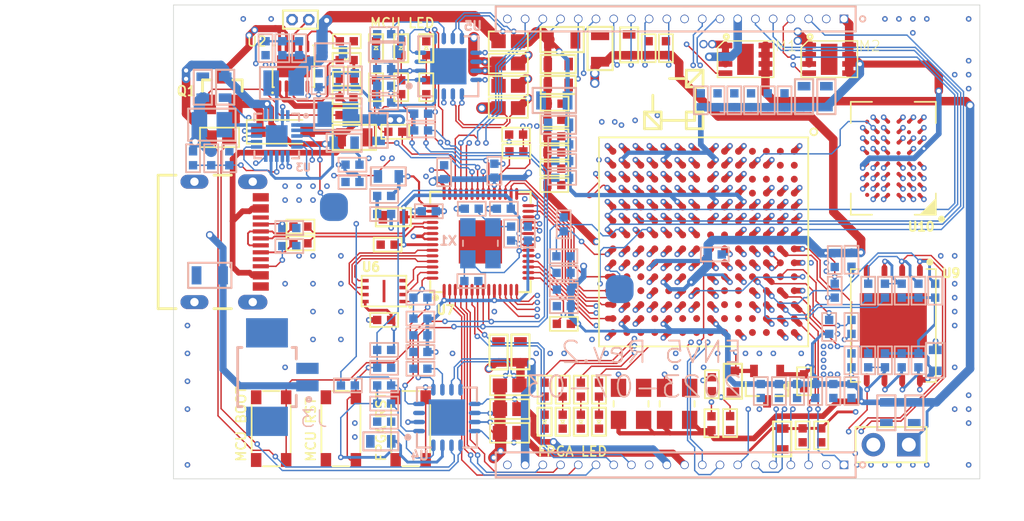
<source format=kicad_pcb>
(kicad_pcb (version 20241229) (generator "pcbnew") (generator_version "9.0")
  (layers (0 "F.Cu" signal) (4 "In1.Cu" signal) (6 "In2.Cu" signal) (2 "B.Cu" signal) (13 "F.Paste" user) (15 "B.Paste" user) (5 "F.SilkS" user "F.Silkscreen") (7 "B.SilkS" user "B.Silkscreen") (1 "F.Mask" user) (3 "B.Mask" user) (25 "Edge.Cuts" user))
  (net 0 "")
  (net 1 "USB_D_P")
  (net 2 "GND")
  (net 3 "VBAT")
  (net 4 "VBUS")
  (net 5 "VCC")
  (net 6 "N$3")
  (net 7 "N$2")
  (net 8 "N$1")
  (net 9 "N$6")
  (net 10 "N$7")
  (net 11 "VCC_1V")
  (net 12 "VCC_1V8")
  (net 13 "VCC_3V3")
  (net 14 "VCC_MCU")
  (net 15 "RAW_VCC")
  (net 16 "N$32")
  (net 17 "N$34")
  (net 18 "N$48")
  (net 19 "N$50")
  (net 20 "VCC_SENSORS")
  (net 21 "USB_D_N")
  (net 22 "FPGA_VCCIO_MON")
  (net 23 "FPGA_VCC_SRAM_MON")
  (net 24 "JTAG_TMS")
  (net 25 "JTAG_TCK")
  (net 26 "JTAG_TDI")
  (net 27 "JTAG_TDO")
  (net 28 "FPGA_M0")
  (net 29 "FPGA_M1")
  (net 30 "FPGA_M2")
  (net 31 "XADC_VREF")
  (net 32 "GCLK_100")
  (net 33 "GCLK_32")
  (net 34 "N$70")
  (net 35 "N$71")
  (net 36 "N$72")
  (net 37 "SWDIO")
  (net 38 "SWCLK")
  (net 39 "PIO5/UART1_RX")
  (net 40 "PIO4/UART1_TX")
  (net 41 "FIO_1")
  (net 42 "FIO_5")
  (net 43 "FIO_3")
  (net 44 "FIO_4")
  (net 45 "FIO_2")
  (net 46 "FIO_0")
  (net 47 "PIO1/SPI2FLASH_CS(SPI0)")
  (net 48 "MCU_1V1")
  (net 49 "ADC_VREF")
  (net 50 "ADC_AVDD")
  (net 51 "MCU_USB_D_N")
  (net 52 "MCU_USB_D_P")
  (net 53 "MCU_QSPI_SS")
  (net 54 "MCU_QSPI_SD0")
  (net 55 "MCU_QSPI_SD1")
  (net 56 "MCU_QSPI_SD2")
  (net 57 "MCU_QSPI_SD3")
  (net 58 "MCU_QSPI_SCLK")
  (net 59 "~{USB_BOOT}")
  (net 60 "~{MCU_RST}")
  (net 61 "N$20")
  (net 62 "N$17")
  (net 63 "N$15")
  (net 64 "PIO6/I2C1_SDA")
  (net 65 "PIO7/I2C1_SCL")
  (net 66 "~{EN_PWR_SRAM}")
  (net 67 "FPGA_VCC_1V8")
  (net 68 "FPGA_VCC_1V")
  (net 69 "SPI2FLASH_DQ2")
  (net 70 "SPI2FLASH_DQ3")
  (net 71 "PIO13/GPIO2FPGA_0")
  (net 72 "PIO14/GPIO2FPGA_1")
  (net 73 "PIO15/GPIO2FPGA_2")
  (net 74 "PIO20/GPIO2FPGA_3")
  (net 75 "PIO16/SPI2FPGA_MISO")
  (net 76 "PIO17/SPI2FPGA_CS")
  (net 77 "PIO19/SPI2FPGA_MOSI")
  (net 78 "PIO18/SPI2FPGA_SCK")
  (net 79 "PIO0/SPI2FLASH_MISO(SPI0)")
  (net 80 "PIO2/SPI2FLASH_SCK(SPI0)")
  (net 81 "PIO3/SPI2FLASH_MOSI(SPI0)")
  (net 82 "N$14")
  (net 83 "FPGA_DONE")
  (net 84 "PIO12/~{FPGA_RESET}")
  (net 85 "N$8")
  (net 86 "N$11")
  (net 87 "N$12")
  (net 88 "N$4")
  (net 89 "N$5")
  (net 90 "N$9")
  (net 91 "N$23")
  (net 92 "PGOOD")
  (net 93 "FLASH_DQ0")
  (net 94 "FLASH_DQ1")
  (net 95 "PUDC_B")
  (net 96 "FLASH_DQ2")
  (net 97 "FLASH_DQ3")
  (net 98 "N$31")
  (net 99 "N$42")
  (net 100 "N$61")
  (net 101 "N$62")
  (net 102 "FPGA_LED0")
  (net 103 "FPGA_LED1")
  (net 104 "FPGA_LED2")
  (net 105 "FPGA_LED3")
  (net 106 "SRAM_A0")
  (net 107 "SRAM_A1")
  (net 108 "SRAM_A2")
  (net 109 "SRAM_A3")
  (net 110 "SRAM_A4")
  (net 111 "SRAM_A5")
  (net 112 "SRAM_A6")
  (net 113 "SRAM_A7")
  (net 114 "SRAM_A8")
  (net 115 "SRAM_BLE")
  (net 116 "SRAM_BHE")
  (net 117 "SRAM_CE")
  (net 118 "SRAM_OE")
  (net 119 "SRAM_WE")
  (net 120 "SRAM_A9")
  (net 121 "SRAM_A10")
  (net 122 "SRAM_A11")
  (net 123 "SRAM_A12")
  (net 124 "SRAM_A13")
  (net 125 "SRAM_A14")
  (net 126 "SRAM_A15")
  (net 127 "SRAM_A16")
  (net 128 "SRAM_A17")
  (net 129 "SRAM_A18")
  (net 130 "SRAM_D0")
  (net 131 "SRAM_D1")
  (net 132 "SRAM_D2")
  (net 133 "SRAM_D3")
  (net 134 "SRAM_D4")
  (net 135 "SRAM_D5")
  (net 136 "SRAM_D6")
  (net 137 "SRAM_D7")
  (net 138 "SRAM_D8")
  (net 139 "SRAM_D9")
  (net 140 "SRAM_D10")
  (net 141 "SRAM_D11")
  (net 142 "SRAM_D12")
  (net 143 "SRAM_D13")
  (net 144 "SRAM_D14")
  (net 145 "SRAM_D15")
  (net 146 "N$10")
  (net 147 "VCC_30_14")
  (net 148 "VCC_30_34")
  (net 149 "N$19")
  (net 150 "N$35")
  (net 151 "FADC_VP")
  (net 152 "FADC_VN")
  (net 153 "N$16")
  (net 154 "PIO26/ADC0")
  (net 155 "PIO27/ADC1")
  (net 156 "PIO28/ADC2/UART0_TX")
  (net 157 "PIO29/ADC3/UART0_RX")
  (net 158 "PIO21/~{PWR_FPGA_IO_SRAM}")
  (net 159 "VCC_WIRELESS")
  (net 160 "PIO23/PWR_ON_1V8_1V")
  (net 161 "PIO8/SPI_MISO(SPI1)/I2C0_SDA")
  (net 162 "PIO11/SPI_MOSI/I2C1SCL")
  (net 163 "PIO9/SPI_NSS(SPI1)/I2C0_SCL")
  (net 164 "PIO10/SPI_SCK(SPI1)/I2C1SDA")
  (net 165 "PIO25/LED2")
  (net 166 "PIO24/LED1")
  (net 167 "PIO22/LED0")
  (net 168 "FPGA_INT_B")
  (net 169 "N$13")
  (net 170 "N$21")
  (footprint "0402" (layer "F.Cu") (at 132.0126 91.9536 180)
    (property "Reference" "D2" (hide yes))
    (property "Value" "green" (hide yes))
  )
  (footprint "0402" (layer "F.Cu") (at 134.1211 93.9036 90)
    (property "Reference" "R40" (hide yes))
    (property "Value" "499R" (hide yes))
  )
  (footprint "0805" (layer "F.Cu") (at 147.4611 90.4836 180)
    (property "Reference" "C59" (hide yes))
    (property "Value" "100uF" (hide yes))
  )
  (footprint "0402" (layer "F.Cu") (at 164.8011 115.0036 90)
    (property "Reference" "C3" (hide yes))
    (property "Value" "0.1uF" (hide yes))
  )
  (footprint "0603" (layer "F.Cu") (at 143.6011 93.8036 180)
    (property "Reference" "R17" (hide yes))
    (property "Value" "0.82R" (hide yes))
  )
  (footprint "CAPC1608-0603" (layer "F.Cu") (at 152.2611 90.8636 -90)
    (property "Reference" "C54" (hide yes))
    (property "Value" "4.7uF" (hide yes))
  )
  (footprint "dummyfp1" (layer "F.Cu") (at 122.1011 119.5036)
    (property "Reference" "UNK_HOLE_1" (hide yes))
    (property "Value" "")
  )
  (footprint "2X1_HEADER" (layer "F.Cu") (at 168.5011 119.5536 -90)
    (property "Reference" "J5" (hide yes))
    (property "Value" "FEMALE_HEADER_2X1" (hide yes))
  )
  (footprint "0603" (layer "F.Cu") (at 143.6011 92.2036 180)
    (property "Reference" "R28" (hide yes))
    (property "Value" "0.82R" (hide yes))
  )
  (footprint "0402" (layer "F.Cu") (at 154.9011 91.1021 -90)
    (property "Reference" "C56" (hide yes))
    (property "Value" "470nF" (hide yes))
  )
  (footprint "POWERPAK1212-8" (layer "F.Cu") (at 160.6011 91.9036 -90)
    (property "Reference" "M1")
    (property "Value" "SISS23DN" (hide yes))
  )
  (footprint "0402" (layer "F.Cu") (at 128.7011 103.9036 180)
    (property "Reference" "R43" (hide yes))
    (property "Value" "27R" (hide yes))
  )
  (footprint "0402" (layer "F.Cu") (at 153.6611 91.1036 -90)
    (property "Reference" "C55" (hide yes))
    (property "Value" "470nF" (hide yes))
  )
  (footprint "0402" (layer "F.Cu") (at 148.8011 115.6036 -90)
    (property "Reference" "R64" (hide yes))
    (property "Value" "499R" (hide yes))
  )
  (footprint "0402" (layer "F.Cu") (at 146.9196 95.0836 180)
    (property "Reference" "C67" (hide yes))
    (property "Value" "47nF" (hide yes))
  )
  (footprint "0402" (layer "F.Cu") (at 159.5011 118.0036 90)
    (property "Reference" "R54" (hide yes))
    (property "Value" "1K" (hide yes))
  )
  (footprint "TACTILE-SWITCH" (layer "F.Cu") (at 136.6011 118.4036 90)
    (property "Reference" "S3" (hide yes))
    (property "Value" "TACTILE-SWITCH" (hide yes))
  )
  (footprint "0402" (layer "F.Cu") (at 134.7011 110.6036 180)
    (property "Reference" "C30" (hide yes))
    (property "Value" "0.1uF" (hide yes))
  )
  (footprint "dummyfp3" (layer "F.Cu") (at 175.1011 119.5036)
    (property "Reference" "UNK_HOLE_3" (hide yes))
    (property "Value" "")
  )
  (footprint "0402" (layer "F.Cu") (at 137.7211 93.9036 90)
    (property "Reference" "R36" (hide yes))
    (property "Value" "499R" (hide yes))
  )
  (footprint "0603" (layer "F.Cu") (at 143.7011 117.0036 180)
    (property "Reference" "R26" (hide yes))
    (property "Value" "0.82R" (hide yes))
  )
  (footprint "0805" (layer "F.Cu") (at 132.5626 97.5036 180)
    (property "Reference" "C1" (hide yes))
    (property "Value" "0.1uF" (hide yes))
  )
  (footprint "0402" (layer "F.Cu") (at 132.0241 90.6036)
    (property "Reference" "R5" (hide yes))
    (property "Value" "2K" (hide yes))
  )
  (footprint "0402" (layer "F.Cu") (at 137.7211 91.1036 90)
    (property "Reference" "D3" (hide yes))
    (property "Value" "red" (hide yes))
  )
  (footprint "BGA-48" (layer "F.Cu") (at 171.2011 99.0036 180)
    (property "Reference" "U10")
    (property "Value" "CY7C1051DV33" (hide yes))
  )
  (footprint "0402" (layer "F.Cu") (at 135.9211 93.9036 90)
    (property "Reference" "R38" (hide yes))
    (property "Value" "499R" (hide yes))
  )
  (footprint "0402" (layer "F.Cu") (at 128.7011 105.1036 180)
    (property "Reference" "R42" (hide yes))
    (property "Value" "27R" (hide yes))
  )
  (footprint "0402" (layer "F.Cu") (at 135.5011 97.1036 180)
    (property "Reference" "R29" (hide yes))
    (property "Value" "0R" (hide yes))
  )
  (footprint "0805" (layer "F.Cu") (at 150.1811 91.1251 -90)
    (property "Reference" "C53" (hide yes))
    (property "Value" "47uF" (hide yes))
  )
  (footprint "SSOT-3_402" (layer "F.Cu") (at 123.1011 94.0401)
    (property "Reference" "Q1")
    (property "Value" "FDN302P")
  )
  (footprint "0402" (layer "F.Cu") (at 146.9026 97.4236 180)
    (property "Reference" "C62" (hide yes))
    (property "Value" "470nF" (hide yes))
  )
  (footprint "CAPC1608-0603" (layer "F.Cu") (at 163.2311 119.1451 90)
    (property "Reference" "C42" (hide yes))
    (property "Value" "10uF" (hide yes))
  )
  (footprint "0402" (layer "F.Cu") (at 147.5011 115.6036 -90)
    (property "Reference" "R67" (hide yes))
    (property "Value" "499R" (hide yes))
  )
  (footprint "0603" (layer "F.Cu") (at 143.7011 118.7036 180)
    (property "Reference" "R16" (hide yes))
    (property "Value" "0.82R" (hide yes))
  )
  (footprint "GCT_USB4105-GF-A" (layer "F.Cu") (at 121.1011 105.0036 -90)
    (property "Reference" "J4" (hide yes))
    (property "Value" "USB4105-GF-A")
  )
  (footprint "POWERPAK1212-8" (layer "F.Cu") (at 166.6011 91.9036 -90)
    (property "Reference" "M2")
    (property "Value" "SISS23DN" (hide yes))
  )
  (footprint "CAPC1608-0603" (layer "F.Cu") (at 142.9011 112.9036 90)
    (property "Reference" "C29" (hide yes))
    (property "Value" "4.7uF" (hide yes))
  )
  (footprint "0402" (layer "F.Cu") (at 132.0241 93.3036)
    (property "Reference" "R6" (hide yes))
    (property "Value" "1K" (hide yes))
  )
  (footprint "0402" (layer "F.Cu") (at 134.9511 105.2036 180)
    (property "Reference" "C24" (hide yes))
    (property "Value" "0.1uF" (hide yes))
  )
  (footprint "0402" (layer "F.Cu") (at 146.9026 99.7436 180)
    (property "Reference" "C64" (hide yes))
    (property "Value" "470nF" (hide yes))
  )
  (footprint "CAPC1608-0603" (layer "F.Cu") (at 147.1811 93.7436 180)
    (property "Reference" "C60" (hide yes))
    (property "Value" "4.7uF" (hide yes))
  )
  (footprint "0402" (layer "F.Cu") (at 146.2011 117.9036 -90)
    (property "Reference" "D9" (hide yes))
    (property "Value" "red" (hide yes))
  )
  (footprint "0402" (layer "F.Cu") (at 150.1011 117.9036 -90)
    (property "Reference" "D6" (hide yes))
    (property "Value" "red" (hide yes))
  )
  (footprint "0402" (layer "F.Cu") (at 134.1211 91.1036 90)
    (property "Reference" "D5" (hide yes))
    (property "Value" "red" (hide yes))
  )
  (footprint "TACTILE-SWITCH" (layer "F.Cu") (at 131.6011 118.4036 -90)
    (property "Reference" "S1" (hide yes))
    (property "Value" "TACTILE-SWITCH" (hide yes))
  )
  (footprint "CAPC1608-0603" (layer "F.Cu") (at 147.1811 92.2436 180)
    (property "Reference" "C61" (hide yes))
    (property "Value" "4.7uF" (hide yes))
  )
  (footprint "0402" (layer "F.Cu") (at 135.9211 91.1036 90)
    (property "Reference" "D4" (hide yes))
    (property "Value" "red" (hide yes))
  )
  (footprint "0402" (layer "F.Cu") (at 146.9026 98.5836 180)
    (property "Reference" "C63" (hide yes))
    (property "Value" "470nF" (hide yes))
  )
  (footprint "0402" (layer "F.Cu") (at 147.5811 110.8836)
    (property "Reference" "R62" (hide yes))
    (property "Value" "1K" (hide yes))
  )
  (footprint "0402" (layer "F.Cu") (at 144.1611 97.3036)
    (property "Reference" "R34" (hide yes))
    (property "Value" "10K" (hide yes))
  )
  (footprint "SOD-123" (layer "F.Cu") (at 127.4511 97.1036)
    (property "Reference" "D1" (hide yes))
    (property "Value" "DIODEB5817W" (hide yes))
  )
  (footprint "0402" (layer "F.Cu") (at 146.8996 96.2436 180)
    (property "Reference" "C66" (hide yes))
    (property "Value" "47nF" (hide yes))
  )
  (footprint "0402" (layer "F.Cu") (at 146.9011 100.9236 180)
    (property "Reference" "C65" (hide yes))
    (property "Value" "47nF" (hide yes))
  )
  (footprint "0603" (layer "F.Cu") (at 122.9011 97.5036)
    (property "Reference" "R19" (hide yes))
    (property "Value" "0.82R" (hide yes))
  )
  (footprint "3.2X2.5_OSC" (layer "F.Cu") (at 155.7011 116.6236 90)
    (property "Reference" "X2" (hide yes))
    (property "Value" "32MHz" (hide yes))
  )
  (footprint "0402" (layer "F.Cu") (at 132.0011 95.9036)
    (property "Reference" "R4" (hide yes))
    (property "Value" "0R" (hide yes))
  )
  (footprint "3.2X2.5_OSC" (layer "F.Cu") (at 152.4011 116.6236 90)
    (property "Reference" "X3" (hide yes))
    (property "Value" "100MHz" (hide yes))
  )
  (footprint "0402" (layer "F.Cu") (at 144.1811 98.5036 180)
    (property "Reference" "R33" (hide yes))
    (property "Value" "100R" (hide yes))
  )
  (footprint "SOT-23(3PIN)" (layer "F.Cu") (at 162.1511 115.3536 180)
    (property "Reference" "U1" (hide yes))
    (property "Value" "REF3012AIDBZR" (hide yes))
  )
  (footprint "0402" (layer "F.Cu") (at 146.2011 115.6036 -90)
    (property "Reference" "R69" (hide yes))
    (property "Value" "499R" (hide yes))
  )
  (footprint "0603" (layer "F.Cu") (at 143.6011 90.6036 180)
    (property "Reference" "R21" (hide yes))
    (property "Value" "0.82R" (hide yes))
  )
  (footprint "0402" (layer "F.Cu") (at 164.70035 118.8836 90)
    (property "Reference" "C44" (hide yes))
    (property "Value" "0.1uF" (hide yes))
  )
  (footprint "dummyfp2" (layer "F.Cu") (at 175.1011 90.5036)
    (property "Reference" "UNK_HOLE_2" (hide yes))
    (property "Value" "")
  )
  (footprint "0402" (layer "F.Cu") (at 147.5011 117.9036 -90)
    (property "Reference" "D8" (hide yes))
    (property "Value" "red" (hide yes))
  )
  (footprint "QFN40P700X700X100-57T310N" (layer "F.Cu") (at 141.6011 105.0036 90)
    (property "Reference" "U7")
    (property "Value" "RP2040")
  )
  (footprint "0603" (layer "F.Cu") (at 143.6011 95.4036 180)
    (property "Reference" "R18" (hide yes))
    (property "Value" "0.82R" (hide yes))
  )
  (footprint "0402" (layer "F.Cu") (at 158.19309 115.2151 90)
    (property "Reference" "R52" (hide yes))
    (property "Value" "1K" (hide yes))
  )
  (footprint "0402" (layer "F.Cu") (at 150.1011 115.6036 -90)
    (property "Reference" "R63" (hide yes))
    (property "Value" "499R" (hide yes))
  )
  (footprint "FTGB196" (layer "F.Cu") (at 157.6011 105.0036 -90)
    (property "Reference" "U8" (hide yes))
    (property "Value" "SPARTAN7-LX15" (hide yes))
  )
  (footprint "0603" (layer "F.Cu") (at 143.7011 115.3036 180)
    (property "Reference" "R20" (hide yes))
    (property "Value" "0.82R" (hide yes))
  )
  (footprint "WSON6X8MM" (layer "F.Cu") (at 171.2011 111.0036 -90)
    (property "Reference" "U9")
    (property "Value" "S25FL256S")
  )
  (footprint "dummyfp0" (layer "F.Cu") (at 122.1011 90.5036)
    (property "Reference" "UNK_HOLE_0" (hide yes))
    (property "Value" "")
  )
  (footprint "DFN-10(3X3X0.9)" (layer "F.Cu") (at 128.2011 92.4036 90)
    (property "Reference" "U2")
    (property "Value" "MCP73833T-AMI/MF" (hide yes))
  )
  (footprint "TACTILE-SWITCH" (layer "F.Cu") (at 126.6011 118.4036 90)
    (property "Reference" "S2" (hide yes))
    (property "Value" "TACTILE-SWITCH" (hide yes))
  )
  (footprint "THT_2" (layer "F.Cu") (at 128.7011 89.0536)
    (property "Reference" "R7" (hide yes))
    (property "Value" "NTCLE413E2103H400" (hide yes))
  )
  (footprint "CAPC1608-0603" (layer "F.Cu") (at 144.4711 112.8936 90)
    (property "Reference" "C17" (hide yes))
    (property "Value" "4.7uF" (hide yes))
  )
  (footprint "USON8-2X3MM" (layer "F.Cu") (at 134.6911 108.5336 180)
    (property "Reference" "U6")
    (property "Value" "W25Q16JVUXIQ" (hide yes))
  )
  (footprint "CAPC1608-0603" (layer "F.Cu") (at 135.3626 103.2336 180)
    (property "Reference" "C25" (hide yes))
    (property "Value" "4.7uF" (hide yes))
  )
  (footprint "CAPC1608-0603" (layer "F.Cu") (at 159.7011 115.0036 90)
    (property "Reference" "C4" (hide yes))
    (property "Value" "10uF" (hide yes))
  )
  (footprint "0402" (layer "F.Cu") (at 166.0311 118.8836 90)
    (property "Reference" "C43" (hide yes))
    (property "Value" "1uF" (hide yes))
  )
  (footprint "0402" (layer "F.Cu") (at 148.8011 117.9036 -90)
    (property "Reference" "D7" (hide yes))
    (property "Value" "red" (hide yes))
  )
  (footprint "0402" (layer "F.Cu") (at 158.165431 118.0151 90)
    (property "Reference" "R55" (hide yes))
    (property "Value" "1K" (hide yes))
  )
  (footprint "0402" (layer "F.Cu") (at 132.0011 94.614713)
    (property "Reference" "R3" (hide yes))
    (property "Value" "10K" (hide yes))
  )
  (footprint "0402" (layer "B.Cu") (at 170.6011 113.5036 -90)
    (property "Reference" "R58" (hide yes))
    (property "Value" "2K" (hide yes))
  )
  (footprint "CAPC1608-0603" (layer "B.Cu") (at 172.7011 117.2651 90)
    (property "Reference" "C34" (hide yes))
    (property "Value" "4.7uF" (hide yes))
  )
  (footprint "0402" (layer "B.Cu") (at 134.7011 112.7536)
    (property "Reference" "R39" (hide yes))
    (property "Value" "499R" (hide yes))
  )
  (footprint "0402" (layer "B.Cu") (at 147.5626 107.2236)
    (property "Reference" "R49" (hide yes))
    (property "Value" "0R" (hide yes))
  )
  (footprint "INDC2016X120N" (layer "B.Cu") (at 122.3511 96.5936)
    (property "Reference" "L3" (hide yes))
    (property "Value" "2.2uH(MLP2016H2R2MT0S1)")
  )
  (footprint "0402" (layer "B.Cu") (at 130.0011 93.4036 90)
    (property "Reference" "R12" (hide yes))
    (property "Value" "120K" (hide yes))
  )
  (footprint "0402" (layer "B.Cu") (at 173.0011 108.5036 90)
    (property "Reference" "R57" (hide yes))
    (property "Value" "2K" (hide yes))
  )
  (footprint "0402" (layer "B.Cu") (at 134.7011 92.603607 180)
    (property "Reference" "C14" (hide yes))
    (property "Value" "0.1uF" (hide yes))
  )
  (footprint "0402" (layer "B.Cu") (at 121.0011 99.0036 -90)
    (property "Reference" "R14" (hide yes))
    (property "Value" "180K" (hide yes))
  )
  (footprint "0402" (layer "B.Cu") (at 163.4011 94.8421 -90)
    (property "Reference" "C50" (hide yes))
    (property "Value" "470nF" (hide yes))
  )
  (footprint "0402" (layer "B.Cu") (at 127.4011 91.1036 90)
    (property "Reference" "C7" (hide yes))
    (property "Value" "6.8pF" (hide yes))
  )
  (footprint "0402" (layer "B.Cu") (at 169.4011 113.5036 -90)
    (property "Reference" "R65" (hide yes))
    (property "Value" "100R" (hide yes))
  )
  (footprint "0402" (layer "B.Cu") (at 132.1011 115.3036)
    (property "Reference" "R27" (hide yes))
    (property "Value" "0R" (hide yes))
  )
  (footprint "0402" (layer "B.Cu") (at 123.6011 99.0036 90)
    (property "Reference" "R15" (hide yes))
    (property "Value" "57.6K" (hide yes))
  )
  (footprint "0402" (layer "B.Cu") (at 167.0011 106.3036 90)
    (property "Reference" "C57" (hide yes))
    (property "Value" "47nF" (hide yes))
  )
  (footprint "CAPC1608-0603" (layer "B.Cu") (at 134.3011 97.0036 -90)
    (property "Reference" "C10" (hide yes))
    (property "Value" "10uF" (hide yes))
  )
  (footprint "UQFN-16(4×4×0.5MM)" (layer "B.Cu") (at 139.2011 117.6036)
    (property "Reference" "U4")
    (property "Value" "PAC1934" (hide yes))
  )
  (footprint "0402" (layer "B.Cu") (at 157.4011 94.8421 -90)
    (property "Reference" "C51" (hide yes))
    (property "Value" "47nF" (hide yes))
  )
  (footprint "0402" (layer "B.Cu") (at 127.9011 105.3036 180)
    (property "Reference" "R2" (hide yes))
    (property "Value" "5K" (hide yes))
  )
  (footprint "0402" (layer "B.Cu") (at 137.9011 102.8036 180)
    (property "Reference" "C18" (hide yes))
    (property "Value" "0.1uF" (hide yes))
  )
  (footprint "CAPC1608-0603" (layer "B.Cu") (at 134.4611 119.3136 180)
    (property "Reference" "C15" (hide yes))
    (property "Value" "4.7uF" (hide yes))
  )
  (footprint "0402" (layer "B.Cu") (at 161.7011 115.7036 90)
    (property "Reference" "C40" (hide yes))
    (property "Value" "47nF" (hide yes))
  )
  (footprint "0402" (layer "B.Cu") (at 147.5826 108.4236)
    (property "Reference" "C74" (hide yes))
    (property "Value" "470nF" (hide yes))
  )
  (footprint "0402" (layer "B.Cu") (at 147.4626 100.4036)
    (property "Reference" "C72" (hide yes))
    (property "Value" "47nF" (hide yes))
  )
  (footprint "0402" (layer "B.Cu") (at 165.6011 115.7036 90)
    (property "Reference" "C36" (hide yes))
    (property "Value" "470nF" (hide yes))
  )
  (footprint "0402" (layer "B.Cu") (at 171.8011 113.5036 -90)
    (property "Reference" "R60" (hide yes))
    (property "Value" "100R" (hide yes))
  )
  (footprint "CAPC1608-0603" (layer "B.Cu") (at 166.4011 94.5806 -90)
    (property "Reference" "C46" (hide yes))
    (property "Value" "4.7uF" (hide yes))
  )
  (footprint "CAPC1608-0603" (layer "B.Cu") (at 147.2011 96.6036)
    (property "Reference" "C70" (hide yes))
    (property "Value" "4.7uF" (hide yes))
  )
  (footprint "0805" (layer "B.Cu") (at 122.2011 107.4036 180)
    (property "Reference" "C2" (hide yes))
    (property "Value" "10uF" (hide yes))
  )
  (footprint "0402" (layer "B.Cu") (at 132.6011 93.4036 90)
    (property "Reference" "R11" (hide yes))
    (property "Value" "150K" (hide yes))
  )
  (footprint "0402" (layer "B.Cu") (at 171.8011 108.5036 90)
    (property "Reference" "R56" (hide yes))
    (property "Value" "2K" (hide yes))
  )
  (footprint "0402" (layer "B.Cu") (at 168.2011 115.7036 90)
    (property "Reference" "C39" (hide yes))
    (property "Value" "470nF" (hide yes))
  )
  (footprint "0402" (layer "B.Cu") (at 140.9811 102.6236 180)
    (property "Reference" "C32" (hide yes))
    (property "Value" "20pF" (hide yes))
  )
  (footprint "CAPC1608-0603" (layer "B.Cu") (at 170.7011 117.2651 90)
    (property "Reference" "C35" (hide yes))
    (property "Value" "4.7uF" (hide yes))
  )
  (footprint "0402" (layer "B.Cu") (at 161.0011 94.8421 -90)
    (property "Reference" "C49" (hide yes))
    (property "Value" "470nF" (hide yes))
  )
  (footprint "0402" (layer "B.Cu") (at 166.9011 115.7036 90)
    (property "Reference" "C38" (hide yes))
    (property "Value" "470nF" (hide yes))
  )
  (footprint "0402" (layer "B.Cu") (at 169.4011 108.5036 90)
    (property "Reference" "R66" (hide yes))
    (property "Value" "100R" (hide yes))
  )
  (footprint "0402" (layer "B.Cu") (at 134.7011 95.0036)
    (property "Reference" "R23" (hide yes))
    (property "Value" "10K" (hide yes))
  )
  (footprint "0402" (layer "B.Cu") (at 158.6011 94.8421 -90)
    (property "Reference" "C52" (hide yes))
    (property "Value" "47nF" (hide yes))
  )
  (footprint "MOLEX_53261-0271" (layer "B.Cu") (at 126.3011 114.7036 90)
    (property "Reference" "J3")
    (property "Value" "53261-0271")
  )
  (footprint "0402" (layer "B.Cu") (at 134.7011 114.0336)
    (property "Reference" "C27" (hide yes))
    (property "Value" "0.1uF" (hide yes))
  )
  (footprint "0402" (layer "B.Cu") (at 134.7011 115.3036)
    (property "Reference" "R24" (hide yes))
    (property "Value" "10K" (hide yes))
  )
  (footprint "0402" (layer "B.Cu") (at 137.3011 114.1036)
    (property "Reference" "R30" (hide yes))
    (property "Value" "499R" (hide yes))
  )
  (footprint "0402" (layer "B.Cu") (at 139.0011 100.0036 90)
    (property "Reference" "C19" (hide yes))
    (property "Value" "0.1uF" (hide yes))
  )
  (footprint "0402" (layer "B.Cu") (at 127.9011 104.0036)
    (property "Reference" "R1" (hide yes))
    (property "Value" "5K" (hide yes))
  )
  (footprint "0402" (layer "B.Cu") (at 162.2011 94.8421 -90)
    (property "Reference" "C47" (hide yes))
    (property "Value" "470nF" (hide yes))
  )
  (footprint "0402" (layer "B.Cu") (at 147.4626 99.2036)
    (property "Reference" "C73" (hide yes))
    (property "Value" "47nF" (hide yes))
  )
  (footprint "0402" (layer "B.Cu") (at 132.4311 99.4636)
    (property "Reference" "R10" (hide yes))
    (property "Value" "0R" (hide yes))
  )
  (footprint "0402" (layer "B.Cu") (at 143.2811 102.6236)
    (property "Reference" "C26" (hide yes))
    (property "Value" "0.1uF" (hide yes))
  )
  (footprint "0402" (layer "B.Cu") (at 164.3011 115.7036 90)
    (property "Reference" "C37" (hide yes))
    (property "Value" "470nF" (hide yes))
  )
  (footprint "0402" (layer "B.Cu") (at 126.2011 91.1036 -90)
    (property "Reference" "R9" (hide yes))
    (property "Value" "120K" (hide yes))
  )
  (footprint "CAPC1608-0603" (layer "B.Cu") (at 174.2011 113.5036 90)
    (property "Reference" "C68" (hide yes))
    (property "Value" "4.7uF" (hide yes))
  )
  (footprint "0402" (layer "B.Cu") (at 134.7011 116.6036)
    (property "Reference" "R22" (hide yes))
    (property "Value" "10K" (hide yes))
  )
  (footprint "0402" (layer "B.Cu") (at 170.6011 108.5036 90)
    (property "Reference" "R68" (hide yes))
    (property "Value" "100R" (hide yes))
  )
  (footprint "0402" (layer "B.Cu") (at 134.7011 90.096932)
    (property "Reference" "R31" (hide yes))
    (property "Value" "806R" (hide yes))
  )
  (footprint "0402" (layer "B.Cu") (at 137.3011 110.5036)
    (property "Reference" "R44" (hide yes))
    (property "Value" "10K" (hide yes))
  )
  (footprint "0402" (layer "B.Cu") (at 137.3011 111.7036 180)
    (property "Reference" "C22" (hide yes))
    (property "Value" "0.1uF" (hide yes))
  )
  (footprint "0402" (layer "B.Cu") (at 174.2011 108.5036 90)
    (property "Reference" "R59" (hide yes))
    (property "Value" "4.7K" (hide yes))
  )
  (footprint "0402" (layer "B.Cu") (at 168.2011 113.5036 90)
    (property "Reference" "R61" (hide yes))
    (property "Value" "100R" (hide yes))
  )
  (footprint "0402" (layer "B.Cu") (at 145.0011 104.4036 90)
    (property "Reference" "C20" (hide yes))
    (property "Value" "0.1uF" (hide yes))
  )
  (footprint "CAPC1608-0603" (layer "B.Cu") (at 123.3011 93.9036 -90)
    (property "Reference" "C5" (hide yes))
    (property "Value" "0.1uF" (hide yes))
  )
  (footprint "0402" (layer "B.Cu") (at 147.5511 106.0336 180)
    (property "Reference" "R50" (hide yes))
    (property "Value" "2K" (hide yes))
  )
  (footprint "0402" (layer "B.Cu") (at 142.6011 99.8936 90)
    (property "Reference" "C23" (hide yes))
    (property "Value" "0.1uF" (hide yes))
  )
  (footprint "SMD_PAD" (layer "B.Cu") (at 151.5811 108.3936 180)
    (property "Reference" "TP1" (hide yes))
    (property "Value" "TEST_POINTSMD" (hide yes))
  )
  (footprint "0402" (layer "B.Cu") (at 137.3511 97.0036)
    (property "Reference" "R35" (hide yes))
    (property "Value" "4.7K" (hide yes))
  )
  (footprint "INDC2016X120N" (layer "B.Cu") (at 127.5011 93.6036)
    (property "Reference" "L1" (hide yes))
    (property "Value" "1.5uH(MLP2016H1R5MT0S1)")
  )
  (footprint "0402" (layer "B.Cu") (at 137.3011 109.0036 180)
    (property "Reference" "R45" (hide yes))
    (property "Value" "2K" (hide yes))
  )
  (footprint "0402" (layer "B.Cu") (at 168.2011 111.1036 -90)
    (property "Reference" "R70" (hide yes))
    (property "Value" "100R" (hide yes))
  )
  (footprint "QFN40P300X300X80-21N" (layer "B.Cu") (at 127.0011 97.4036 180)
    (property "Reference" "U3")
    (property "Value" "LTC3569EUDPBF")
  )
  (footprint "CAPC1608-0603" (layer "B.Cu") (at 131.0011 91.4036 180)
    (property "Reference" "C8" (hide yes))
    (property "Value" "10uF" (hide yes))
  )
  (footprint "0402" (layer "B.Cu") (at 158.4011 105.9036 180)
    (property "Reference" "R48" (hide yes))
    (property "Value" "0R" (hide yes))
  )
  (footprint "0402" (layer "B.Cu") (at 168.2011 106.2851 90)
    (property "Reference" "C58" (hide yes))
    (property "Value" "47nF" (hide yes))
  )
  (footprint "0402" (layer "B.Cu") (at 137.3511 95.8036)
    (property "Reference" "R32" (hide yes))
    (property "Value" "4.7K" (hide yes))
  )
  (footprint "0402" (layer "B.Cu") (at 132.4311 100.7036)
    (property "Reference" "R13" (hide yes))
    (property "Value" "120K" (hide yes))
  )
  (footprint "CAPC1608-0603" (layer "B.Cu") (at 164.8011 94.5806 -90)
    (property "Reference" "C45" (hide yes))
    (property "Value" "4.7uF" (hide yes))
  )
  (footprint "0402" (layer "B.Cu") (at 159.8011 94.8421 -90)
    (property "Reference" "C48" (hide yes))
    (property "Value" "470nF" (hide yes))
  )
  (footprint "UQFN-16(4×4×0.5MM)" (layer "B.Cu") (at 139.3011 92.4036)
    (property "Reference" "U5")
    (property "Value" "PAC1934" (hide yes))
  )
  (footprint "0402" (layer "B.Cu") (at 134.7011 101.7036 180)
    (property "Reference" "R41" (hide yes))
    (property "Value" "1R" (hide yes))
  )
  (footprint "0402" (layer "B.Cu") (at 128.6011 91.1036 90)
    (property "Reference" "R8" (hide yes))
    (property "Value" "30K" (hide yes))
  )
  (footprint "0402" (layer "B.Cu") (at 147.5826 109.6136)
    (property "Reference" "C75" (hide yes))
    (property "Value" "47nF" (hide yes))
  )
  (footprint "0402" (layer "B.Cu") (at 163.0011 115.7036 90)
    (property "Reference" "C41" (hide yes))
    (property "Value" "47nF" (hide yes))
  )
  (footprint "0402" (layer "B.Cu") (at 137.3011 112.9036 180)
    (property "Reference" "C21" (hide yes))
    (property "Value" "0.1uF" (hide yes))
  )
  (footprint "0402" (layer "B.Cu") (at 131.3011 93.4036 90)
    (property "Reference" "C9" (hide yes))
    (property "Value" "3.3pF" (hide yes))
  )
  (footprint "0402" (layer "B.Cu") (at 134.7011 117.9036 180)
    (property "Reference" "C16" (hide yes))
    (property "Value" "0.1uF" (hide yes))
  )
  (footprint "0402" (layer "B.Cu") (at 134.7011 103.0036)
    (property "Reference" "R37" (hide yes))
    (property "Value" "200R" (hide yes))
  )
  (footprint "0402" (layer "B.Cu") (at 173.0011 113.5036 -90)
    (property "Reference" "R53" (hide yes))
    (property "Value" "2K" (hide yes))
  )
  (footprint "0402" (layer "B.Cu") (at 167.0011 108.5036 90)
    (property "Reference" "R47" (hide yes))
    (property "Value" "0R" (hide yes))
  )
  (footprint "CAPC1608-0603" (layer "B.Cu") (at 131.8311 97.8936)
    (property "Reference" "C6" (hide yes))
    (property "Value" "0.1uF" (hide yes))
  )
  (footprint "20X1_HEADER_THT_1.27MM" (layer "B.Cu") (at 155.6011 121.0036 180)
    (property "Reference" "J1" (hide yes))
    (property "Value" "M50-3142045THT" (hide yes))
  )
  (footprint "INDC2016X120N" (layer "B.Cu") (at 131.3811 95.8436)
    (property "Reference" "L2" (hide yes))
    (property "Value" "3.3uH(MLP2016H3R3MT0S1)")
  )
  (footprint "CAPC1608-0603" (layer "B.Cu") (at 135.0011 100.3036 180)
    (property "Reference" "C28" (hide yes))
    (property "Value" "4.7uF" (hide yes))
  )
  (footprint "0402" (layer "B.Cu") (at 143.8011 104.4036 90)
    (property "Reference" "R46" (hide yes))
    (property "Value" "1K" (hide yes))
  )
  (footprint "20X1_HEADER_THT_1.27MM" (layer "B.Cu") (at 155.6011 89.0036 180)
    (property "Reference" "J2" (hide yes))
    (property "Value" "M50-3142045THT" (hide yes))
  )
  (footprint "0402" (layer "B.Cu") (at 147.5711 103.7436 -90)
    (property "Reference" "C33" (hide yes))
    (property "Value" "1uF" (hide yes))
  )
  (footprint "3.2X2.5_OSC" (layer "B.Cu") (at 141.6011 105.1036 90)
    (property "Reference" "X1")
    (property "Value" "12MHz" (hide yes))
  )
  (footprint "0402" (layer "B.Cu") (at 122.3011 99.0036 -90)
    (property "Reference" "C11" (hide yes))
    (property "Value" "2.7pF" (hide yes))
  )
  (footprint "0402" (layer "B.Cu") (at 134.7011 93.8036)
    (property "Reference" "R25" (hide yes))
    (property "Value" "10K" (hide yes))
  )
  (footprint "0402" (layer "B.Cu") (at 147.4626 98.0036)
    (property "Reference" "C71" (hide yes))
    (property "Value" "470nF" (hide yes))
  )
  (footprint "CAPC1608-0603" (layer "B.Cu") (at 121.7011 93.9036 90)
    (property "Reference" "C12" (hide yes))
    (property "Value" "10uF" (hide yes))
  )
  (footprint "0402" (layer "B.Cu") (at 140.9511 107.8136)
    (property "Reference" "C31" (hide yes))
    (property "Value" "20pF" (hide yes))
  )
  (footprint "0805" (layer "B.Cu") (at 146.9011 94.8536)
    (property "Reference" "C69" (hide yes))
    (property "Value" "47uF" (hide yes))
  )
  (footprint "SMD_PAD" (layer "B.Cu") (at 131.1011 102.5036 180)
    (property "Reference" "TP2" (hide yes))
    (property "Value" "TEST_POINTSMD" (hide yes))
  )
  (footprint "0402" (layer "B.Cu") (at 166.6011 111.1036 -90)
    (property "Reference" "R51" (hide yes))
    (property "Value" "1K" (hide yes))
  )
  (footprint "CAPC1608-0603" (layer "B.Cu") (at 134.8611 91.356938)
    (property "Reference" "C13" (hide yes))
    (property "Value" "4.7uF" (hide yes))
  )
  (gr_line (start 157.5611 92.6836) (end 156.3611 92.6836) (stroke (width 0.2)) (layer "F.SilkS"))
  (gr_line (start 157.5611 93.8836) (end 157.5611 92.6836) (stroke (width 0.2)) (layer "F.SilkS"))
  (gr_line (start 153.3611 95.6836) (end 154.5611 96.8836) (stroke (width 0.2)) (layer "F.SilkS"))
  (gr_line (start 156.3611 96.8836) (end 157.5611 96.8836) (stroke (width 0.2)) (layer "F.SilkS"))
  (gr_line (start 157.5611 96.8836) (end 157.5611 95.6836) (stroke (width 0.2)) (layer "F.SilkS"))
  (gr_line (start 153.9611 95.6836) (end 153.3611 95.6836) (stroke (width 0.2)) (layer "F.SilkS"))
  (gr_line (start 156.9611 95.6836) (end 156.9611 93.8836) (stroke (width 0.2)) (layer "F.SilkS"))
  (gr_line (start 156.4011 96.2836) (end 156.9611 96.2836) (stroke (width 0.2)) (layer "F.SilkS"))
  (gr_line (start 156.3611 92.6836) (end 156.3611 93.2836) (stroke (width 0.2)) (layer "F.SilkS"))
  (gr_line (start 156.9611 95.6836) (end 156.3611 95.6836) (stroke (width 0.2)) (layer "F.SilkS"))
  (gr_line (start 156.3611 95.6836) (end 156.3611 96.2836) (stroke (width 0.2)) (layer "F.SilkS"))
  (gr_line (start 154.5611 96.8836) (end 154.5611 96.2836) (stroke (width 0.2)) (layer "F.SilkS"))
  (gr_line (start 157.5611 95.6836) (end 156.9611 95.6836) (stroke (width 0.2)) (layer "F.SilkS"))
  (gr_line (start 156.9611 96.2836) (end 156.9611 95.6836) (stroke (width 0.2)) (layer "F.SilkS"))
  (gr_line (start 157.5611 92.6836) (end 156.3611 93.8836) (stroke (width 0.2)) (layer "F.SilkS"))
  (gr_line (start 154.5611 96.2836) (end 156.3611 96.2836) (stroke (width 0.2)) (layer "F.SilkS"))
  (gr_line (start 153.3611 96.8836) (end 154.5611 96.8836) (stroke (width 0.2)) (layer "F.SilkS"))
  (gr_line (start 156.3611 93.2836) (end 156.3611 93.8836) (stroke (width 0.2)) (layer "F.SilkS"))
  (gr_line (start 154.5611 95.6836) (end 153.9611 95.6836) (stroke (width 0.2)) (layer "F.SilkS"))
  (gr_line (start 153.3611 95.6836) (end 153.3611 96.8836) (stroke (width 0.2)) (layer "F.SilkS"))
  (gr_line (start 156.3611 96.2836) (end 156.3611 96.8836) (stroke (width 0.2)) (layer "F.SilkS"))
  (gr_line (start 153.9611 94.4836) (end 153.9611 95.6836) (stroke (width 0.2)) (layer "F.SilkS"))
  (gr_line (start 156.9611 93.8836) (end 157.5611 93.8836) (stroke (width 0.2)) (layer "F.SilkS"))
  (gr_line (start 156.3611 93.8836) (end 156.9611 93.8836) (stroke (width 0.2)) (layer "F.SilkS"))
  (gr_line (start 156.3611 93.2836) (end 155.1611 93.2836) (stroke (width 0.2)) (layer "F.SilkS"))
  (gr_line (start 154.5611 96.2836) (end 154.5611 95.6836) (stroke (width 0.2)) (layer "F.SilkS"))
  (gr_line (start 177.4011 122.0036) (end 177.4011 88.0036) (stroke (width 0.05)) (layer "Edge.Cuts"))
  (gr_line (start 119.6011 88.0036) (end 119.6011 122.0036) (stroke (width 0.05)) (layer "Edge.Cuts"))
  (gr_line (start 119.6011 122.0036) (end 177.4011 122.0036) (stroke (width 0.05)) (layer "Edge.Cuts"))
  (gr_line (start 177.4011 88.0036) (end 119.6011 88.0036) (stroke (width 0.05)) (layer "Edge.Cuts"))
  (gr_text "FPGA RST" (at 134.8911 120.8336 90) (layer "F.SilkS") (effects (font (size 0.69088 0.69088) (thickness 0.12192)) (justify left bottom)))
  (gr_text "MCU RST" (at 129.8511 120.8536 90) (layer "F.SilkS") (effects (font (size 0.69088 0.69088) (thickness 0.12192)) (justify left bottom)))
  (gr_text "MCU BOOT" (at 124.8511 120.8536 90) (layer "F.SilkS") (effects (font (size 0.69088 0.69088) (thickness 0.12192)) (justify left bottom)))
  (gr_text "MCU LED" (at 136.0011 89.7036 0) (layer "F.SilkS") (effects (font (size 0.69088 0.69088) (thickness 0.12192)) (justify bottom)))
  (gr_text "FPGA LED" (at 148.2011 120.439869 0) (layer "F.SilkS") (effects (font (size 0.69088 0.69088) (thickness 0.12192)) (justify bottom)))
  (gr_text "ENv5 Rev.2\n2023-07-03" (at 160.5011 116.3036 -0) (layer "B.SilkS") (effects (font (size 1.542288 1.542288) (thickness 0.134112)) (justify left bottom mirror)))
  (segment (start 125.8561 105.7536) (end 127.5511 105.7536) (width 0.127) (layer "F.Cu") (net 1))
  (segment (start 127.7146 104.6171) (end 126.8216 104.6171) (width 0.127) (layer "F.Cu") (net 1))
  (segment (start 126.8216 104.6171) (end 126.6851 104.7536) (width 0.127) (layer "F.Cu") (net 1))
  (segment (start 128.2011 105.1036) (end 127.7146 104.6171) (width 0.127) (layer "F.Cu") (net 1))
  (segment (start 125.8561 104.7536) (end 126.6851 104.7536) (width 0.127) (layer "F.Cu") (net 1))
  (segment (start 127.5511 105.7536) (end 128.2011 105.1036) (width 0.127) (layer "F.Cu") (net 1))
  (segment (start 160.1011 103.5036) (end 160.490012 103.114688) (width 0.4064) (layer "F.Cu") (net 2))
  (segment (start 151.1011 98.5036) (end 150.712187 98.114688) (width 0.4064) (layer "F.Cu") (net 2))
  (segment (start 156.1011 103.5036) (end 155.712187 103.114688) (width 0.4064) (layer "F.Cu") (net 2))
  (segment (start 156.1011 104.5036) (end 155.712187 104.114688) (width 0.4064) (layer "F.Cu") (net 2))
  (segment (start 155.1011 102.5036) (end 154.712187 102.114688) (width 0.4064) (layer "F.Cu") (net 2))
  (segment (start 162.1011 103.5036) (end 162.490012 103.114688) (width 0.4064) (layer "F.Cu") (net 2))
  (segment (start 154.1011 105.5036) (end 153.712187 105.892513) (width 0.4064) (layer "F.Cu") (net 2))
  (segment (start 129.2588 93.8963) (end 129.2588 94.5131) (width 0.127) (layer "F.Cu") (net 2))
  (segment (start 158.1011 100.5036) (end 158.490012 100.114688) (width 0.4064) (layer "F.Cu") (net 2))
  (segment (start 160.1011 107.5036) (end 160.490012 107.892513) (width 0.4064) (layer "F.Cu") (net 2))
  (segment (start 156.1011 107.5036) (end 155.712187 107.892513) (width 0.4064) (layer "F.Cu") (net 2))
  (segment (start 152.1011 106.5036) (end 151.712187 106.892513) (width 0.4064) (layer "F.Cu") (net 2))
  (segment (start 162.1011 105.5036) (end 162.490012 105.892513) (width 0.4064) (layer "F.Cu") (net 2))
  (segment (start 173.0761 99.3786) (end 173.3943 99.6968) (width 0.254) (layer "F.Cu") (net 2))
  (segment (start 155.1011 111.5036) (end 154.712187 111.892513) (width 0.4064) (layer "F.Cu") (net 2))
  (segment (start 154.1011 107.5036) (end 153.712187 107.892513) (width 0.4064) (layer "F.Cu") (net 2))
  (segment (start 161.1011 104.5036) (end 161.490012 104.114688) (width 0.4064) (layer "F.Cu") (net 2))
  (segment (start 164.1011 111.5036) (end 164.490012 111.892513) (width 0.4064) (layer "F.Cu") (net 2))
  (segment (start 163.1011 101.5036) (end 163.490012 101.114688) (width 0.4064) (layer "F.Cu") (net 2))
  (segment (start 128.2011 92.4036) (end 128.143518 92.346019) (width 0.1016) (layer "F.Cu") (net 2))
  (segment (start 152.1011 102.5036) (end 151.712187 102.114688) (width 0.4064) (layer "F.Cu") (net 2))
  (segment (start 164.1011 103.5036) (end 164.490012 103.114688) (width 0.4064) (layer "F.Cu") (net 2))
  (segment (start 158.1011 107.5036) (end 158.490012 107.892513) (width 0.4064) (layer "F.Cu") (net 2))
  (segment (start 164.1011 106.5036) (end 164.7011 106.5036) (width 0.4064) (layer "F.Cu") (net 2))
  (segment (start 152.1011 109.5036) (end 151.712187 109.892513) (width 0.4064) (layer "F.Cu") (net 2))
  (segment (start 145.0428 106.0036) (end 145.7211 106.0036) (width 0.1016) (layer "F.Cu") (net 2))
  (segment (start 160.1011 105.5036) (end 160.490012 105.892513) (width 0.4064) (layer "F.Cu") (net 2))
  (segment (start 164.1011 98.5036) (end 164.490012 98.114688) (width 0.4064) (layer "F.Cu") (net 2))
  (segment (start 154.1011 103.5036) (end 153.712187 103.114688) (width 0.4064) (layer "F.Cu") (net 2))
  (segment (start 157.1011 106.5036) (end 156.712187 106.892513) (width 0.4064) (layer "F.Cu") (net 2))
  (segment (start 154.1011 108.5036) (end 153.712187 108.892513) (width 0.4064) (layer "F.Cu") (net 2))
  (segment (start 155.1011 104.5036) (end 154.712187 104.114688) (width 0.4064) (layer "F.Cu") (net 2))
  (segment (start 162.1011 110.5036) (end 162.490012 110.892513) (width 0.4064) (layer "F.Cu") (net 2))
  (segment (start 156.1011 105.5036) (end 155.712187 105.892513) (width 0.4064) (layer "F.Cu") (net 2))
  (segment (start 160.1011 111.5036) (end 160.490012 111.892513) (width 0.4064) (layer "F.Cu") (net 2))
  (segment (start 163.1011 106.5036) (end 162.490012 105.892513) (width 0.127) (layer "F.Cu") (net 2))
  (segment (start 129.2011 93.8386) (end 129.2588 93.8963) (width 0.127) (layer "F.Cu") (net 2))
  (segment (start 152.1011 100.5036) (end 151.712187 100.114688) (width 0.4064) (layer "F.Cu") (net 2))
  (segment (start 160.1011 100.5036) (end 160.490012 100.114688) (width 0.4064) (layer "F.Cu") (net 2))
  (segment (start 171.2011 111.0036) (end 170.6011 111.6036) (width 0.2) (layer "F.Cu") (net 2))
  (segment (start 155.1011 98.5036) (end 154.712187 98.114688) (width 0.4064) (layer "F.Cu") (net 2))
  (segment (start 169.3261 98.6286) (end 169.0079 98.3104) (width 0.254) (layer "F.Cu") (net 2))
  (segment (start 158.1011 109.5036) (end 158.490012 109.892513) (width 0.4064) (layer "F.Cu") (net 2))
  (segment (start 164.1011 108.5036) (end 164.7011 108.5036) (width 0.4064) (layer "F.Cu") (net 2))
  (segment (start 159.1011 102.5036) (end 159.490012 102.114688) (width 0.4064) (layer "F.Cu") (net 2))
  (segment (start 162.1011 104.5036) (end 162.490012 104.114688) (width 0.4064) (layer "F.Cu") (net 2))
  (segment (start 170.6011 111.6036) (end 169.4011 111.6036) (width 0.2) (layer "F.Cu") (net 2))
  (segment (start 161.1011 108.5036) (end 161.4811 108.8836) (width 0.4064) (layer "F.Cu") (net 2))
  (segment (start 158.1011 103.5036) (end 158.490012 103.114688) (width 0.4064) (layer "F.Cu") (net 2))
  (segment (start 134.2011 110.6036) (end 133.6011 110.6036) (width 0.4064) (layer "F.Cu") (net 2))
  (segment (start 162.1011 106.5036) (end 162.490012 106.892513) (width 0.4064) (layer "F.Cu") (net 2))
  (segment (start 162.490012 106.892513) (end 162.712187 106.892513) (width 0.127) (layer "F.Cu") (net 2))
  (segment (start 155.1011 106.5036) (end 154.712187 106.892513) (width 0.4064) (layer "F.Cu") (net 2))
  (segment (start 161.1011 102.5036) (end 161.490012 102.114688) (width 0.4064) (layer "F.Cu") (net 2))
  (segment (start 154.1011 101.5036) (end 153.712187 101.114688) (width 0.4064) (layer "F.Cu") (net 2))
  (segment (start 159.1011 106.5036) (end 159.490012 106.892513) (width 0.4064) (layer "F.Cu") (net 2))
  (segment (start 157.1011 102.5036) (end 156.712187 102.114688) (width 0.4064) (layer "F.Cu") (net 2))
  (segment (start 161.1011 106.5036) (end 161.490012 106.892513) (width 0.4064) (layer "F.Cu") (net 2))
  (segment (start 162.712187 106.892513) (end 163.1011 106.5036) (width 0.127) (layer "F.Cu") (net 2))
  (segment (start 151.1011 111.5036) (end 150.712187 111.892513) (width 0.4064) (layer "F.Cu") (net 2))
  (segment (start 160.1011 98.5036) (end 160.490012 98.114688) (width 0.4064) (layer "F.Cu") (net 2))
  (segment (start 162.1011 99.5036) (end 162.490012 99.114688) (width 0.4064) (layer "F.Cu") (net 2))
  (segment (start 163.1011 104.5036) (end 163.490012 104.114688) (width 0.4064) (layer "F.Cu") (net 2))
  (via (at 124.9911 96.0836) (size 0.4) (drill 0.2) (layers "F.Cu" "B.Cu") (net 2))
  (via (at 169.6011 121.0036) (size 0.4) (drill 0.2) (layers "F.Cu" "B.Cu") (net 2))
  (via (at 161.490012 102.114688) (size 0.4) (drill 0.2) (layers "F.Cu" "B.Cu") (net 2))
  (via (at 162.490012 103.114688) (size 0.4) (drill 0.2) (layers "F.Cu" "B.Cu") (net 2))
  (via (at 175.6011 110.0036) (size 0.4) (drill 0.2) (layers "F.Cu" "B.Cu") (net 2))
  (via (at 120.6011 115.0036) (size 0.4) (drill 0.2) (layers "F.Cu" "B.Cu") (net 2))
  (via (at 154.712187 104.114688) (size 0.4) (drill 0.2) (layers "F.Cu" "B.Cu") (net 2))
  (via (at 176.6011 116.0036) (size 0.4) (drill 0.2) (layers "F.Cu" "B.Cu") (net 2))
  (via (at 151.712187 102.114688) (size 0.4) (drill 0.2) (layers "F.Cu" "B.Cu") (net 2))
  (via (at 173.6011 89.0036) (size 0.4) (drill 0.2) (layers "F.Cu" "B.Cu") (net 2))
  (via (at 160.6011 113.0036) (size 0.4) (drill 0.2) (layers "F.Cu" "B.Cu") (net 2))
  (via (at 175.6011 117.0036) (size 0.4) (drill 0.2) (layers "F.Cu" "B.Cu") (net 2))
  (via (at 155.712187 105.892513) (size 0.4) (drill 0.2) (layers "F.Cu" "B.Cu") (net 2))
  (via (at 158.490012 109.892513) (size 0.4) (drill 0.2) (layers "F.Cu" "B.Cu") (net 2))
  (via (at 175.6011 114.0036) (size 0.4) (drill 0.2) (layers "F.Cu" "B.Cu") (net 2))
  (via (at 120.6011 117.0036) (size 0.4) (drill 0.2) (layers "F.Cu" "B.Cu") (net 2))
  (via (at 151.712187 109.892513) (size 0.4) (drill 0.2) (layers "F.Cu" "B.Cu") (net 2))
  (via (at 167.2011 114.5036) (size 0.4) (drill 0.2) (layers "F.Cu" "B.Cu") (net 2))
  (via (at 176.6011 93.0036) (size 0.4) (drill 0.2) (layers "F.Cu" "B.Cu") (net 2))
  (via (at 174.2311 112.1236) (size 0.4) (drill 0.2) (layers "F.Cu" "B.Cu") (net 2))
  (via (at 151.712187 100.114688) (size 0.4) (drill 0.2) (layers "F.Cu" "B.Cu") (net 2))
  (via (at 153.712187 101.114688) (size 0.4) (drill 0.2) (layers "F.Cu" "B.Cu") (net 2))
  (via (at 158.490012 103.114688) (size 0.4) (drill 0.2) (layers "F.Cu" "B.Cu") (net 2))
  (via (at 127.6011 114.0036) (size 0.4) (drill 0.2) (layers "F.Cu" "B.Cu") (net 2))
  (via (at 171.6011 121.0036) (size 0.4) (drill 0.2) (layers "F.Cu" "B.Cu") (net 2))
  (via (at 143.2011 99.4036) (size 0.4) (drill 0.2) (layers "F.Cu" "B.Cu") (net 2))
  (via (at 166.2011 113.5036) (size 0.4) (drill 0.2) (layers "F.Cu" "B.Cu") (net 2))
  (via (at 157.6011 114.0036) (size 0.4) (drill 0.2) (layers "F.Cu" "B.Cu") (net 2))
  (via (at 163.490012 101.114688) (size 0.4) (drill 0.2) (layers "F.Cu" "B.Cu") (net 2))
  (via (at 175.6011 93.0036) (size 0.4) (drill 0.2) (layers "F.Cu" "B.Cu") (net 2))
  (via (at 126.6011 89.0036) (size 0.4) (drill 0.2) (layers "F.Cu" "B.Cu") (net 2))
  (via (at 154.712187 111.892513) (size 0.4) (drill 0.2) (layers "F.Cu" "B.Cu") (net 2))
  (via (at 129.6011 108.0036) (size 0.4) (drill 0.2) (layers "F.Cu" "B.Cu") (net 2))
  (via (at 142.1811 102.6236) (size 0.4) (drill 0.2) (layers "F.Cu" "B.Cu") (net 2))
  (via (at 166.2011 114.0036) (size 0.4) (drill 0.2) (layers "F.Cu" "B.Cu") (net 2))
  (via (at 127.6011 102.0036) (size 0.4) (drill 0.2) (layers "F.Cu" "B.Cu") (net 2))
  (via (at 159.490012 106.892513) (size 0.4) (drill 0.2) (layers "F.Cu" "B.Cu") (net 2))
  (via (at 176.6011 118.0036) (size 0.4) (drill 0.2) (layers "F.Cu" "B.Cu") (net 2))
  (via (at 126.2011 92.3036) (size 0.4) (drill 0.2) (layers "F.Cu" "B.Cu") (net 2))
  (via (at 176.6011 117.0036) (size 0.4) (drill 0.2) (layers "F.Cu" "B.Cu") (net 2))
  (via (at 160.490012 98.114688) (size 0.4) (drill 0.2) (layers "F.Cu" "B.Cu") (net 2))
  (via (at 135.9611 89.9536) (size 0.4) (drill 0.2) (layers "F.Cu" "B.Cu") (net 2))
  (via (at 175.6011 106.0036) (size 0.4) (drill 0.2) (layers "F.Cu" "B.Cu") (net 2))
  (via (at 155.6011 113.0036) (size 0.4) (drill 0.2) (layers "F.Cu" "B.Cu") (net 2))
  (via (at 134.6011 99.0036) (size 0.4) (drill 0.2) (layers "F.Cu" "B.Cu") (net 2))
  (via (at 176.6011 94.0036) (size 0.4) (drill 0.2) (layers "F.Cu" "B.Cu") (net 2))
  (via (at 137.7011 100.3036) (size 0.4) (drill 0.2) (layers "F.Cu" "B.Cu") (net 2))
  (via (at 131.6011 108.0036) (size 0.4) (drill 0.2) (layers "F.Cu" "B.Cu") (net 2))
  (via (at 160.490012 103.114688) (size 0.4) (drill 0.2) (layers "F.Cu" "B.Cu") (net 2))
  (via (at 139.0011 102.8036) (size 0.4) (drill 0.2) (layers "F.Cu" "B.Cu") (net 2))
  (via (at 153.712187 103.114688) (size 0.4) (drill 0.2) (layers "F.Cu" "B.Cu") (net 2))
  (via (at 150.712187 98.114688) (size 0.4) (drill 0.2) (layers "F.Cu" "B.Cu") (net 2))
  (via (at 129.6011 110.0036) (size 0.4) (drill 0.2) (layers "F.Cu" "B.Cu") (net 2))
  (via (at 164.490012 111.892513) (size 0.4) (drill 0.2) (layers "F.Cu" "B.Cu") (net 2))
  (via (at 154.712187 98.114688) (size 0.4) (drill 0.2) (layers "F.Cu" "B.Cu") (net 2))
  (via (at 164.6011 113.0036) (size 0.4) (drill 0.2) (layers "F.Cu" "B.Cu") (net 2))
  (via (at 131.6011 112.0036) (size 0.4) (drill 0.2) (layers "F.Cu" "B.Cu") (net 2))
  (via (at 160.490012 105.892513) (size 0.4) (drill 0.2) (layers "F.Cu" "B.Cu") (net 2))
  (via (at 156.712187 102.114688) (size 0.4) (drill 0.2) (layers "F.Cu" "B.Cu") (net 2))
  (via (at 176.6011 92.0036) (size 0.4) (drill 0.2) (layers "F.Cu" "B.Cu") (net 2))
  (via (at 168.6011 121.0036) (size 0.4) (drill 0.2) (layers "F.Cu" "B.Cu") (net 2))
  (via (at 162.490012 105.892513) (size 0.4) (drill 0.2) (layers "F.Cu" "B.Cu") (net 2))
  (via (at 155.712187 103.114688) (size 0.4) (drill 0.2) (layers "F.Cu" "B.Cu") (net 2))
  (via (at 170.6011 121.0036) (size 0.4) (drill 0.2) (layers "F.Cu" "B.Cu") (net 2))
  (via (at 133.6011 110.6036) (size 0.4) (drill 0.2) (layers "F.Cu" "B.Cu") (net 2))
  (via (at 130.6011 101.0036) (size 0.4) (drill 0.2) (layers "F.Cu" "B.Cu") (net 2))
  (via (at 150.712187 111.892513) (size 0.4) (drill 0.2) (layers "F.Cu" "B.Cu") (net 2))
  (via (at 132.6011 119.0036) (size 0.4) (drill 0.2) (layers "F.Cu" "B.Cu") (net 2))
  (via (at 176.6011 89.0036) (size 0.4) (drill 0.2) (layers "F.Cu" "B.Cu") (net 2))
  (via (at 162.490012 104.114688) (size 0.4) (drill 0.2) (layers "F.Cu" "B.Cu") (net 2))
  (via (at 164.7011 106.5036) (size 0.4) (drill 0.2) (layers "F.Cu" "B.Cu") (net 2))
  (via (at 150.6011 113.0036) (size 0.4) (drill 0.2) (layers "F.Cu" "B.Cu") (net 2))
  (via (at 176.6011 121.0036) (size 0.4) (drill 0.2) (layers "F.Cu" "B.Cu") (net 2))
  (via (at 164.490012 98.114688) (size 0.4) (drill 0.2) (layers "F.Cu" "B.Cu") (net 2))
  (via (at 162.490012 99.114688) (size 0.4) (drill 0.2) (layers "F.Cu" "B.Cu") (net 2))
  (via (at 161.490012 106.892513) (size 0.4) (drill 0.2) (layers "F.Cu" "B.Cu") (net 2))
  (via (at 155.712187 104.114688) (size 0.4) (drill 0.2) (layers "F.Cu" "B.Cu") (net 2))
  (via (at 132.6011 118.0036) (size 0.4) (drill 0.2) (layers "F.Cu" "B.Cu") (net 2))
  (via (at 166.7011 114.5036) (size 0.4) (drill 0.2) (layers "F.Cu" "B.Cu") (net 2))
  (via (at 144.7811 101.9136) (size 0.4) (drill 0.2) (layers "F.Cu" "B.Cu") (net 2))
  (via (at 166.2011 113.0036) (size 0.4) (drill 0.2) (layers "F.Cu" "B.Cu") (net 2))
  (via (at 161.490012 104.114688) (size 0.4) (drill 0.2) (layers "F.Cu" "B.Cu") (net 2))
  (via (at 173.6011 121.0036) (size 0.4) (drill 0.2) (layers "F.Cu" "B.Cu") (net 2))
  (via (at 169.0079 98.3104) (size 0.4) (drill 0.2) (layers "F.Cu" "B.Cu") (net 2))
  (via (at 172.6011 89.0036) (size 0.4) (drill 0.2) (layers "F.Cu" "B.Cu") (net 2))
  (via (at 145.7211 106.0036) (size 0.4) (drill 0.2) (layers "F.Cu" "B.Cu") (net 2))
  (via (at 124.7011 97.0432) (size 0.4) (drill 0.2) (layers "F.Cu" "B.Cu") (net 2))
  (via (at 160.490012 111.892513) (size 0.4) (drill 0.2) (layers "F.Cu" "B.Cu") (net 2))
  (via (at 174.6011 106.0036) (size 0.4) (drill 0.2) (layers "F.Cu" "B.Cu") (net 2))
  (via (at 158.490012 107.892513) (size 0.4) (drill 0.2) (layers "F.Cu" "B.Cu") (net 2))
  (via (at 129.6011 102.0036) (size 0.4) (drill 0.2) (layers "F.Cu" "B.Cu") (net 2))
  (via (at 168.2011 107.3851) (size 0.4) (drill 0.2) (layers "F.Cu" "B.Cu") (net 2))
  (via (at 158.6011 113.0036) (size 0.4) (drill 0.2) (layers "F.Cu" "B.Cu") (net 2))
  (via (at 173.3943 99.6968) (size 0.4) (drill 0.2) (layers "F.Cu" "B.Cu") (net 2))
  (via (at 166.4011 107.1036) (size 0.4) (drill 0.2) (layers "F.Cu" "B.Cu") (net 2))
  (via (at 129.2588 94.5131) (size 0.4) (drill 0.2) (layers "F.Cu" "B.Cu") (net 2))
  (via (at 125.5011 99.3536) (size 0.4) (drill 0.2) (layers "F.Cu" "B.Cu") (net 2))
  (via (at 129.6011 101.0036) (size 0.4) (drill 0.2) (layers "F.Cu" "B.Cu") (net 2))
  (via (at 146.6011 113.0036) (size 0.4) (drill 0.2) (layers "F.Cu" "B.Cu") (net 2))
  (via (at 120.6011 121.0036) (size 0.4) (drill 0.2) (layers "F.Cu" "B.Cu") (net 2))
  (via (at 170.6011 89.0036) (size 0.4) (drill 0.2) (layers "F.Cu" "B.Cu") (net 2))
  (via (at 151.712187 106.892513) (size 0.4) (drill 0.2) (layers "F.Cu" "B.Cu") (net 2))
  (via (at 131.6011 110.0036) (size 0.4) (drill 0.2) (layers "F.Cu" "B.Cu") (net 2))
  (via (at 166.4011 106.5036) (size 0.4) (drill 0.2) (layers "F.Cu" "B.Cu") (net 2))
  (via (at 128.6011 106.0036) (size 0.4) (drill 0.2) (layers "F.Cu" "B.Cu") (net 2))
  (via (at 156.712187 106.892513) (size 0.4) (drill 0.2) (layers "F.Cu" "B.Cu") (net 2))
  (via (at 155.6011 114.0036) (size 0.4) (drill 0.2) (layers "F.Cu" "B.Cu") (net 2))
  (via (at 160.490012 107.892513) (size 0.4) (drill 0.2) (layers "F.Cu" "B.Cu") (net 2))
  (via (at 160.490012 100.114688) (size 0.4) (drill 0.2) (layers "F.Cu" "B.Cu") (net 2))
  (via (at 128.6011 101.0036) (size 0.4) (drill 0.2) (layers "F.Cu" "B.Cu") (net 2))
  (via (at 161.6011 113.0036) (size 0.4) (drill 0.2) (layers "F.Cu" "B.Cu") (net 2))
  (via (at 166.7011 112.5036) (size 0.4) (drill 0.2) (layers "F.Cu" "B.Cu") (net 2))
  (via (at 172.6011 90.0036) (size 0.4) (drill 0.2) (layers "F.Cu" "B.Cu") (net 2))
  (via (at 167.2011 111.6036) (size 0.4) (drill 0.2) (layers "F.Cu" "B.Cu") (net 2))
  (via (at 133.6011 99.0036) (size 0.4) (drill 0.2) (layers "F.Cu" "B.Cu") (net 2))
  (via (at 147.6011 113.0036) (size 0.4) (drill 0.2) (layers "F.Cu" "B.Cu") (net 2))
  (via (at 164.490012 103.114688) (size 0.4) (drill 0.2) (layers "F.Cu" "B.Cu") (net 2))
  (via (at 139.6011 113.0036) (size 0.4) (drill 0.2) (layers "F.Cu" "B.Cu") (net 2))
  (via (at 161.4811 108.8836) (size 0.4) (drill 0.2) (layers "F.Cu" "B.Cu") (net 2))
  (via (at 153.712187 105.892513) (size 0.4) (drill 0.2) (layers "F.Cu" "B.Cu") (net 2))
  (via (at 172.6011 121.0036) (size 0.4) (drill 0.2) (layers "F.Cu" "B.Cu") (net 2))
  (via (at 120.6011 113.0036) (size 0.4) (drill 0.2) (layers "F.Cu" "B.Cu") (net 2))
  (via (at 166.2011 114.5036) (size 0.4) (drill 0.2) (layers "F.Cu" "B.Cu") (net 2))
  (via (at 153.712187 107.892513) (size 0.4) (drill 0.2) (layers "F.Cu" "B.Cu") (net 2))
  (via (at 164.7011 108.5036) (size 0.4) (drill 0.2) (layers "F.Cu" "B.Cu") (net 2))
  (via (at 175.6011 108.0036) (size 0.4) (drill 0.2) (layers "F.Cu" "B.Cu") (net 2))
  (via (at 149.6011 112.0036) (size 0.4) (drill 0.2) (layers "F.Cu" "B.Cu") (net 2))
  (via (at 171.6011 89.0036) (size 0.4) (drill 0.2) (layers "F.Cu" "B.Cu") (net 2))
  (via (at 120.6011 111.0036) (size 0.4) (drill 0.2) (layers "F.Cu" "B.Cu") (net 2))
  (via (at 154.712187 106.892513) (size 0.4) (drill 0.2) (layers "F.Cu" "B.Cu") (net 2))
  (via (at 127.6011 108.0036) (size 0.4) (drill 0.2) (layers "F.Cu" "B.Cu") (net 2))
  (via (at 127.6011 101.0036) (size 0.4) (drill 0.2) (layers "F.Cu" "B.Cu") (net 2))
  (via (at 159.490012 102.114688) (size 0.4) (drill 0.2) (layers "F.Cu" "B.Cu") (net 2))
  (via (at 165.3011 106.5036) (size 0.4) (drill 0.2) (layers "F.Cu" "B.Cu") (net 2))
  (via (at 128.6011 102.0036) (size 0.4) (drill 0.2) (layers "F.Cu" "B.Cu") (net 2))
  (via (at 154.712187 102.114688) (size 0.4) (drill 0.2) (layers "F.Cu" "B.Cu") (net 2))
  (via (at 145.6011 113.0036) (size 0.4) (drill 0.2) (layers "F.Cu" "B.Cu") (net 2))
  (via (at 139.8811 102.6236) (size 0.4) (drill 0.2) (layers "F.Cu" "B.Cu") (net 2))
  (via (at 129.6011 112.0036) (size 0.4) (drill 0.2) (layers "F.Cu" "B.Cu") (net 2))
  (via (at 161.6011 117.0036) (size 0.4) (drill 0.2) (layers "F.Cu" "B.Cu") (net 2))
  (via (at 175.6011 111.0036) (size 0.4) (drill 0.2) (layers "F.Cu" "B.Cu") (net 2))
  (via (at 162.6011 113.0036) (size 0.4) (drill 0.2) (layers "F.Cu" "B.Cu") (net 2))
  (via (at 124.6011 89.0036) (size 0.4) (drill 0.2) (layers "F.Cu" "B.Cu") (net 2))
  (via (at 158.490012 100.114688) (size 0.4) (drill 0.2) (layers "F.Cu" "B.Cu") (net 2))
  (via (at 126.7011 92.3036) (size 0.4) (drill 0.2) (layers "F.Cu" "B.Cu") (net 2))
  (via (at 127.4281 95.3068) (size 0.4) (drill 0.2) (layers "F.Cu" "B.Cu") (net 2))
  (via (at 162.490012 110.892513) (size 0.4) (drill 0.2) (layers "F.Cu" "B.Cu") (net 2))
  (via (at 163.490012 104.114688) (size 0.4) (drill 0.2) (layers "F.Cu" "B.Cu") (net 2))
  (via (at 142.6011 110.0036) (size 0.4) (drill 0.2) (layers "F.Cu" "B.Cu") (net 2))
  (via (at 155.712187 107.892513) (size 0.4) (drill 0.2) (layers "F.Cu" "B.Cu") (net 2))
  (via (at 166.2011 112.5036) (size 0.4) (drill 0.2) (layers "F.Cu" "B.Cu") (net 2))
  (via (at 131.6011 106.0036) (size 0.4) (drill 0.2) (layers "F.Cu" "B.Cu") (net 2))
  (via (at 153.712187 108.892513) (size 0.4) (drill 0.2) (layers "F.Cu" "B.Cu") (net 2))
  (via (at 129.6011 106.0036) (size 0.4) (drill 0.2) (layers "F.Cu" "B.Cu") (net 2))
  (via (at 162.490012 106.892513) (size 0.4) (drill 0.2) (layers "F.Cu" "B.Cu") (net 2))
  (via (at 175.6011 109.0036) (size 0.4) (drill 0.2) (layers "F.Cu" "B.Cu") (net 2))
  (segment (start 136.8011 114.1036) (end 136.8011 114.1084) (width 0.1016) (layer "B.Cu") (net 2))
  (segment (start 127.4075 95.9558) (end 127.4075 96.9972) (width 0.2) (layer "B.Cu") (net 2))
  (segment (start 143.1911 99.3936) (end 143.2011 99.4036) (width 0.2) (layer "B.Cu") (net 2))
  (segment (start 147.0826 109.6136) (end 147.0626 109.6336) (width 0.4064) (layer "B.Cu") (net 2))
  (segment (start 124.7305 96.0836) (end 124.9911 96.0836) (width 0.127) (layer "B.Cu") (net 2))
  (segment (start 125.5073 97.0432) (end 124.7011 97.0432) (width 0.2) (layer "B.Cu") (net 2))
  (segment (start 135.9611 89.9536) (end 135.9643 89.9568) (width 0.4064) (layer "B.Cu") (net 2))
  (segment (start 125.7115 99.3536) (end 125.5011 99.3536) (width 0.1016) (layer "B.Cu") (net 2))
  (segment (start 135.6117 91.356938) (end 135.7717 91.356938) (width 0.4064) (layer "B.Cu") (net 2))
  (segment (start 146.4505 96.6036) (end 146.4105 96.6036) (width 0.4064) (layer "B.Cu") (net 2))
  (segment (start 135.9643 89.9568) (end 135.9643 91.164338) (width 0.4064) (layer "B.Cu") (net 2))
  (segment (start 138.4011 102.8036) (end 139.0011 102.8036) (width 0.4064) (layer "B.Cu") (net 2))
  (segment (start 133.7105 119.303) (end 133.6911 119.2836) (width 0.4064) (layer "B.Cu") (net 2))
  (segment (start 127.4075 95.9558) (end 127.4075 95.3274) (width 0.2) (layer "B.Cu") (net 2))
  (segment (start 142.6011 99.3936) (end 143.1911 99.3936) (width 0.2) (layer "B.Cu") (net 2))
  (segment (start 123.3011 94.6542) (end 123.1511 94.6542) (width 0.508) (layer "B.Cu") (net 2))
  (segment (start 127.4075 96.9972) (end 127.4011 97.0036) (width 0.2) (layer "B.Cu") (net 2))
  (segment (start 123.3011 94.6542) (end 124.7305 96.0836) (width 0.127) (layer "B.Cu") (net 2))
  (segment (start 127.4075 95.3274) (end 127.4212 95.3137) (width 0.2) (layer "B.Cu") (net 2))
  (segment (start 126.2137 98.8514) (end 125.7115 99.3536) (width 0.1016) (layer "B.Cu") (net 2))
  (segment (start 168.2011 106.7851) (end 168.2011 107.3851) (width 0.4064) (layer "B.Cu") (net 2))
  (segment (start 127.4212 95.3137) (end 127.4281 95.3068) (width 0.1016) (layer "B.Cu") (net 2))
  (segment (start 140.4811 102.6236) (end 139.8811 102.6236) (width 0.4064) (layer "B.Cu") (net 2))
  (segment (start 125.5533 96.9972) (end 125.5073 97.0432) (width 0.2) (layer "B.Cu") (net 2))
  (segment (start 142.7811 102.6236) (end 142.1811 102.6236) (width 0.4064) (layer "B.Cu") (net 2))
  (segment (start 126.5947 96.9972) (end 125.5533 96.9972) (width 0.2) (layer "B.Cu") (net 2))
  (segment (start 174.2011 112.753) (end 174.2311 112.723) (width 0.4064) (layer "B.Cu") (net 2))
  (segment (start 135.9643 91.164338) (end 135.7717 91.356938) (width 0.4064) (layer "B.Cu") (net 2))
  (segment (start 174.2311 112.1236) (end 174.2311 112.723) (width 0.4064) (layer "B.Cu") (net 2))
  (segment (start 133.7105 119.303) (end 133.7105 119.3136) (width 0.4064) (layer "B.Cu") (net 2))
  (segment (start 127.0011 97.4036) (end 126.5947 96.9972) (width 0.2) (layer "B.Cu") (net 2))
  (segment (start 125.0211 90.1836) (end 125.5011 89.7036) (width 0.508) (layer "F.Cu") (net 3))
  (segment (start 127.2011 90.9686) (end 127.2011 90.0036) (width 0.2) (layer "F.Cu") (net 3))
  (segment (start 123.1011 92.9401) (end 123.1011 92.9036) (width 0.508) (layer "F.Cu") (net 3))
  (segment (start 125.0211 90.9836) (end 123.1011 92.9036) (width 0.508) (layer "F.Cu") (net 3))
  (segment (start 127.7011 90.9686) (end 127.7011 90.0036) (width 0.2) (layer "F.Cu") (net 3))
  (segment (start 125.5011 89.7036) (end 126.9011 89.7036) (width 0.508) (layer "F.Cu") (net 3))
  (segment (start 127.2011 90.0036) (end 126.9011 89.7036) (width 0.2) (layer "F.Cu") (net 3))
  (segment (start 127.7011 90.0036) (end 127.4011 89.7036) (width 0.2) (layer "F.Cu") (net 3))
  (segment (start 127.4011 89.7036) (end 126.9011 89.7036) (width 0.508) (layer "F.Cu") (net 3))
  (segment (start 125.0211 90.1836) (end 125.0211 90.9836) (width 0.508) (layer "F.Cu") (net 3))
  (via (at 125.0211 90.1836) (size 0.5) (drill 0.3) (layers "F.Cu" "B.Cu") (net 3))
  (via (at 122.2011 104.5036) (size 0.55) (drill 0.35) (layers "F.Cu" "B.Cu") (net 3))
  (via (at 125.4111 89.8036) (size 0.5) (drill 0.3) (layers "F.Cu" "B.Cu") (net 3))
  (segment (start 123.1511 114.1536) (end 124.3261 115.3286) (width 0.508) (layer "B.Cu") (net 3))
  (segment (start 123.1511 105.4536) (end 122.2011 104.5036) (width 0.508) (layer "B.Cu") (net 3))
  (segment (start 124.3261 115.3286) (end 129.2011 115.3286) (width 0.508) (layer "B.Cu") (net 3))
  (segment (start 123.1511 107.4036) (end 123.1511 105.4536) (width 0.508) (layer "B.Cu") (net 3))
  (segment (start 123.1511 107.4036) (end 123.1511 114.1536) (width 0.508) (layer "B.Cu") (net 3))
  (segment (start 127.7011 94.6638) (end 127.8409 94.8036) (width 0.2) (layer "F.Cu") (net 4))
  (segment (start 125.8561 102.6036) (end 125.250225 102.6036) (width 0.4064) (layer "F.Cu") (net 4))
  (segment (start 127.7011 93.8386) (end 127.7011 94.6638) (width 0.2) (layer "F.Cu") (net 4))
  (segment (start 123.8379 106.7904) (end 124.2629 107.2154) (width 0.4064) (layer "F.Cu") (net 4))
  (segment (start 127.2011 94.4536) (end 127.5511 94.8036) (width 0.2) (layer "F.Cu") (net 4))
  (segment (start 125.8561 107.4036) (end 125.250225 107.4036) (width 0.4064) (layer "F.Cu") (net 4))
  (segment (start 132.5011 95.6036) (end 132.1511 95.2536) (width 0.4064) (layer "F.Cu") (net 4))
  (segment (start 125.062025 107.2154) (end 124.2629 107.2154) (width 0.4064) (layer "F.Cu") (net 4))
  (segment (start 124.2811 98.6036) (end 131.2611 98.6036) (width 0.4064) (layer "F.Cu") (net 4))
  (segment (start 131.5241 94.591713) (end 131.5011 94.614713) (width 0.2) (layer "F.Cu") (net 4))
  (segment (start 125.250225 102.6036) (end 125.052025 102.8018) (width 0.4064) (layer "F.Cu") (net 4))
  (segment (start 123.8379 103.5168) (end 123.8379 99.0468) (width 0.4064) (layer "F.Cu") (net 4))
  (segment (start 131.2026 97.1036) (end 131.6126 97.5136) (width 0.4064) (layer "F.Cu") (net 4))
  (segment (start 125.250225 107.4036) (end 125.062025 107.2154) (width 0.4064) (layer "F.Cu") (net 4))
  (segment (start 132.5011 95.9036) (end 132.5011 95.6036) (width 0.4064) (layer "F.Cu") (net 4))
  (segment (start 127.8409 94.8036) (end 127.8909 94.8036) (width 0.4064) (layer "F.Cu") (net 4))
  (segment (start 127.8909 94.8036) (end 128.3409 95.2536) (width 0.4064) (layer "F.Cu") (net 4))
  (segment (start 123.8379 99.0468) (end 124.2811 98.6036) (width 0.4064) (layer "F.Cu") (net 4))
  (segment (start 127.5511 94.8036) (end 127.8409 94.8036) (width 0.4064) (layer "F.Cu") (net 4))
  (segment (start 129.2134 97.1036) (end 131.2026 97.1036) (width 0.4064) (layer "F.Cu") (net 4))
  (segment (start 125.052025 102.8018) (end 124.5529 102.8018) (width 0.4064) (layer "F.Cu") (net 4))
  (segment (start 124.5529 102.8018) (end 123.8379 103.5168) (width 0.4064) (layer "F.Cu") (net 4))
  (segment (start 132.1511 95.2536) (end 128.3409 95.2536) (width 0.4064) (layer "F.Cu") (net 4))
  (segment (start 131.2611 98.6036) (end 131.6126 98.2521) (width 0.4064) (layer "F.Cu") (net 4))
  (segment (start 131.6126 97.5036) (end 132.5011 96.6151) (width 0.4064) (layer "F.Cu") (net 4))
  (segment (start 127.2011 93.8386) (end 127.2011 94.4536) (width 0.2) (layer "F.Cu") (net 4))
  (segment (start 132.5011 96.6151) (end 132.5011 95.9036) (width 0.4064) (layer "F.Cu") (net 4))
  (segment (start 123.8379 106.7904) (end 123.8379 103.5168) (width 0.4064) (layer "F.Cu") (net 4))
  (segment (start 131.5011 94.614713) (end 132.139987 95.2536) (width 0.2) (layer "F.Cu") (net 4))
  (segment (start 131.5241 93.3036) (end 131.5241 94.591713) (width 0.2) (layer "F.Cu") (net 4))
  (segment (start 131.6126 98.2521) (end 131.6126 97.5136) (width 0.4064) (layer "F.Cu") (net 4))
  (segment (start 131.6126 97.5136) (end 131.6126 97.5036) (width 0.4064) (layer "F.Cu") (net 4))
  (segment (start 132.139987 95.2536) (end 132.1511 95.2536) (width 0.2) (layer "F.Cu") (net 4))
  (segment (start 122.7911 117.482107) (end 122.7911 98.4936) (width 0.1016) (layer "F.Cu") (net 5))
  (segment (start 122.2011 97.5036) (end 120.5011 95.8036) (width 0.6096) (layer "F.Cu") (net 5))
  (segment (start 126.9011 120.4036) (end 126.4543 119.9568) (width 0.1016) (layer "F.Cu") (net 5))
  (segment (start 122.7911 98.4936) (end 122.6011 98.3036) (width 0.1016) (layer "F.Cu") (net 5))
  (segment (start 126.6011 95.4036) (end 126.6011 96.5236) (width 0.4064) (layer "F.Cu") (net 5))
  (segment (start 128.0611 97.9836) (end 130.4711 97.9836) (width 0.4064) (layer "F.Cu") (net 5))
  (segment (start 128.0611 97.9836) (end 126.6011 96.5236) (width 0.4064) (layer "F.Cu") (net 5))
  (segment (start 122.6011 97.9036) (end 122.2011 97.5036) (width 0.1016) (layer "F.Cu") (net 5))
  (segment (start 126.3011 95.1036) (end 126.6011 95.4036) (width 0.4064) (layer "F.Cu") (net 5))
  (segment (start 120.5011 95.8036) (end 120.5011 93.3036) (width 0.6096) (layer "F.Cu") (net 5))
  (segment (start 126.4543 119.9568) (end 125.265793 119.9568) (width 0.1016) (layer "F.Cu") (net 5))
  (segment (start 122.6011 97.9036) (end 122.6011 98.3036) (width 0.1016) (layer "F.Cu") (net 5))
  (segment (start 125.265793 119.9568) (end 122.7911 117.482107) (width 0.1016) (layer "F.Cu") (net 5))
  (via (at 126.9011 120.4036) (size 0.4) (drill 0.2) (layers "F.Cu" "B.Cu") (net 5))
  (via (at 126.3011 95.1036) (size 0.5) (drill 0.3) (layers "F.Cu" "B.Cu") (net 5))
  (via (at 120.5011 92.7036) (size 0.5) (drill 0.3) (layers "F.Cu" "B.Cu") (net 5))
  (via (at 120.5011 93.3036) (size 0.5) (drill 0.3) (layers "F.Cu" "B.Cu") (net 5))
  (via (at 130.4711 97.9836) (size 0.5) (drill 0.3) (layers "F.Cu" "B.Cu") (net 5))
  (segment (start 132.9311 98.8336) (end 132.6511 98.5536) (width 0.2) (layer "B.Cu") (net 5))
  (segment (start 124.6511 98.3536) (end 124.6511 99.1036) (width 0.1016) (layer "B.Cu") (net 5))
  (segment (start 128.9685 98.191) (end 129.1411 98.3636) (width 0.1016) (layer "B.Cu") (net 5))
  (segment (start 131.0805 97.8936) (end 130.9905 97.9836) (width 0.4064) (layer "B.Cu") (net 5))
  (segment (start 125.2517 95.1036) (end 126.3011 95.1036) (width 0.6096) (layer "B.Cu") (net 5))
  (segment (start 131.0805 97.983) (end 131.0805 97.8936) (width 0.2) (layer "B.Cu") (net 5))
  (segment (start 120.5011 93.3036) (end 120.5011 92.7036) (width 0.6096) (layer "B.Cu") (net 5))
  (segment (start 124.6511 99.1036) (end 125.4011 99.8536) (width 0.1016) (layer "B.Cu") (net 5))
  (segment (start 125.4011 99.8536) (end 126.309212 99.8536) (width 0.1016) (layer "B.Cu") (net 5))
  (segment (start 126.2137 95.191) (end 126.3011 95.1036) (width 0.254) (layer "B.Cu") (net 5))
  (segment (start 128.4489 98.191) (end 128.9685 98.191) (width 0.1016) (layer "B.Cu") (net 5))
  (segment (start 131.0805 97.8936) (end 131.0805 97.2536) (width 0.2032) (layer "B.Cu") (net 5))
  (segment (start 120.9011 92.3036) (end 123.0011 92.3036) (width 0.6096) (layer "B.Cu") (net 5))
  (segment (start 139.7261 120.763707) (end 139.334606 121.1552) (width 0.1016) (layer "B.Cu") (net 5))
  (segment (start 125.5533 98.191) (end 125.5407 98.2036) (width 0.1016) (layer "B.Cu") (net 5))
  (segment (start 126.5947 95.9558) (end 126.5947 95.3972) (width 0.254) (layer "B.Cu") (net 5))
  (segment (start 129.1411 98.3636) (end 129.1411 100.1836) (width 0.1016) (layer "B.Cu") (net 5))
  (segment (start 120.5011 92.7036) (end 120.9011 92.3036) (width 0.6096) (layer "B.Cu") (net 5))
  (segment (start 126.309212 99.8536) (end 126.5947 100.139088) (width 0.1016) (layer "B.Cu") (net 5))
  (segment (start 139.334606 121.1552) (end 127.6527 121.1552) (width 0.1016) (layer "B.Cu") (net 5))
  (segment (start 125.5407 98.2036) (end 124.8011 98.2036) (width 0.1016) (layer "B.Cu") (net 5))
  (segment (start 129.1411 100.1836) (end 129.4011 100.4436) (width 0.1016) (layer "B.Cu") (net 5))
  (segment (start 130.9905 97.9836) (end 130.4711 97.9836) (width 0.4064) (layer "B.Cu") (net 5))
  (segment (start 132.9311 99.4636) (end 132.9311 98.8336) (width 0.2) (layer "B.Cu") (net 5))
  (segment (start 131.6511 98.5536) (end 131.0805 97.983) (width 0.2) (layer "B.Cu") (net 5))
  (segment (start 123.3011 92.6036) (end 123.3011 93.153) (width 0.6096) (layer "B.Cu") (net 5))
  (segment (start 123.3011 93.153) (end 125.2517 95.1036) (width 0.6096) (layer "B.Cu") (net 5))
  (segment (start 131.0805 97.2536) (end 130.8241 96.9972) (width 0.2032) (layer "B.Cu") (net 5))
  (segment (start 130.8241 96.9972) (end 128.4489 96.9972) (width 0.2032) (layer "B.Cu") (net 5))
  (segment (start 124.8011 98.2036) (end 124.6511 98.3536) (width 0.1016) (layer "B.Cu") (net 5))
  (segment (start 131.0805 97.8936) (end 131.0105 97.9636) (width 0.2) (layer "B.Cu") (net 5))
  (segment (start 126.899212 100.4436) (end 126.5947 100.139088) (width 0.2) (layer "B.Cu") (net 5))
  (segment (start 129.4011 100.4436) (end 126.899212 100.4436) (width 0.2) (layer "B.Cu") (net 5))
  (segment (start 126.2137 95.191) (end 126.2137 95.9558) (width 0.254) (layer "B.Cu") (net 5))
  (segment (start 126.5947 100.139088) (end 126.5947 98.8514) (width 0.2) (layer "B.Cu") (net 5))
  (segment (start 127.6527 121.1552) (end 126.9011 120.4036) (width 0.1016) (layer "B.Cu") (net 5))
  (segment (start 123.0011 92.3036) (end 123.3011 92.6036) (width 0.6096) (layer "B.Cu") (net 5))
  (segment (start 139.7261 120.3036) (end 139.7261 120.763707) (width 0.1016) (layer "B.Cu") (net 5))
  (segment (start 139.5261 119.6036) (end 139.5261 120.1036) (width 0.1016) (layer "B.Cu") (net 5))
  (segment (start 131.0105 99.5842) (end 130.1511 100.4436) (width 0.2) (layer "B.Cu") (net 5))
  (segment (start 131.0105 97.9636) (end 131.0105 99.5842) (width 0.2) (layer "B.Cu") (net 5))
  (segment (start 126.5947 95.3972) (end 126.3011 95.1036) (width 0.254) (layer "B.Cu") (net 5))
  (segment (start 130.1511 100.4436) (end 129.4011 100.4436) (width 0.2) (layer "B.Cu") (net 5))
  (segment (start 139.7261 120.3036) (end 139.5261 120.1036) (width 0.1016) (layer "B.Cu") (net 5))
  (segment (start 132.6511 98.5536) (end 131.6511 98.5536) (width 0.2) (layer "B.Cu") (net 5))
  (segment (start 127.0011 95.092963) (end 127.0011 95.6636) (width 0.1016) (layer "F.Cu") (net 6))
  (segment (start 125.961737 94.0536) (end 127.0011 95.092963) (width 0.1016) (layer "F.Cu") (net 6))
  (segment (start 127.0011 95.6636) (end 127.2411 95.9036) (width 0.1016) (layer "F.Cu") (net 6))
  (segment (start 122.1411 94.2936) (end 122.1411 95.1301) (width 0.1016) (layer "F.Cu") (net 6))
  (segment (start 122.3811 94.0536) (end 122.1411 94.2936) (width 0.1016) (layer "F.Cu") (net 6))
  (segment (start 122.1411 95.1301) (end 122.1511 95.1401) (width 0.1016) (layer "F.Cu") (net 6))
  (segment (start 122.3811 94.0536) (end 125.961737 94.0536) (width 0.1016) (layer "F.Cu") (net 6))
  (segment (start 127.2411 95.9036) (end 131.5011 95.9036) (width 0.1016) (layer "F.Cu") (net 6))
  (segment (start 129.2011 90.2036) (end 129.5011 89.9036) (width 0.127) (layer "F.Cu") (net 7))
  (segment (start 129.5011 89.9036) (end 130.8241 89.9036) (width 0.127) (layer "F.Cu") (net 7))
  (segment (start 130.8241 89.9036) (end 131.5241 90.6036) (width 0.127) (layer "F.Cu") (net 7))
  (segment (start 129.2011 90.9686) (end 129.2011 90.2036) (width 0.127) (layer "F.Cu") (net 7))
  (segment (start 128.2011 90.1536) (end 129.3011 89.0536) (width 0.127) (layer "F.Cu") (net 8))
  (segment (start 128.2011 90.9686) (end 128.2011 90.1536) (width 0.127) (layer "F.Cu") (net 8))
  (segment (start 128.2011 93.8386) (end 128.2076 93.8451) (width 0.127) (layer "F.Cu") (net 9))
  (segment (start 130.2781 94.8766) (end 130.6511 94.5036) (width 0.127) (layer "F.Cu") (net 9))
  (segment (start 128.2076 93.8451) (end 128.2076 94.573013) (width 0.127) (layer "F.Cu") (net 9))
  (segment (start 131.0511 91.9536) (end 131.5126 91.9536) (width 0.127) (layer "F.Cu") (net 9))
  (segment (start 128.511187 94.8766) (end 130.2781 94.8766) (width 0.127) (layer "F.Cu") (net 9))
  (segment (start 130.6511 94.5036) (end 130.6511 92.3536) (width 0.127) (layer "F.Cu") (net 9))
  (segment (start 130.6511 92.3536) (end 131.0511 91.9536) (width 0.127) (layer "F.Cu") (net 9))
  (segment (start 128.2076 94.573013) (end 128.511187 94.8766) (width 0.127) (layer "F.Cu") (net 9))
  (segment (start 132.5241 91.9651) (end 132.5241 93.3036) (width 0.2) (layer "F.Cu") (net 10))
  (segment (start 132.5126 91.9536) (end 132.5241 91.9651) (width 0.2) (layer "F.Cu") (net 10))
  (segment (start 143.2011 89.9036) (end 143.2011 90.3036) (width 0.1016) (layer "F.Cu") (net 11))
  (segment (start 143.2011 90.3036) (end 142.9011 90.6036) (width 0.1016) (layer "F.Cu") (net 11))
  (segment (start 142.9011 90.5636) (end 141.1811 88.8436) (width 0.8128) (layer "F.Cu") (net 11))
  (segment (start 141.1811 88.8436) (end 130.8511 88.8436) (width 0.8128) (layer "F.Cu") (net 11))
  (segment (start 142.9011 90.6036) (end 142.9011 90.5636) (width 0.8128) (layer "F.Cu") (net 11))
  (segment (start 143.2111 89.8936) (end 143.2011 89.9036) (width 0.1016) (layer "F.Cu") (net 11))
  (segment (start 130.8511 88.8436) (end 130.5811 89.1136) (width 0.8128) (layer "F.Cu") (net 11))
  (via (at 130.5811 89.1136) (size 0.55) (drill 0.35) (layers "F.Cu" "B.Cu") (net 11))
  (via (at 143.2111 89.8936) (size 0.4) (drill 0.2) (layers "F.Cu" "B.Cu") (net 11))
  (segment (start 140.0527 89.232) (end 140.0527 89.6902) (width 0.1016) (layer "B.Cu") (net 11))
  (segment (start 130.2505 91.4036) (end 130.2505 89.4442) (width 0.8128) (layer "B.Cu") (net 11))
  (segment (start 140.0527 89.232) (end 140.5011 88.7836) (width 0.1016) (layer "B.Cu") (net 11))
  (segment (start 142.2411 88.7836) (end 140.5011 88.7836) (width 0.1016) (layer "B.Cu") (net 11))
  (segment (start 128.3983 93.6036) (end 128.3983 93.090244) (width 0.8128) (layer "B.Cu") (net 11))
  (segment (start 140.2761 89.9136) (end 140.2761 90.4036) (width 0.1016) (layer "B.Cu") (net 11))
  (segment (start 128.897743 91.6036) (end 129.391343 92.0972) (width 0.2032) (layer "B.Cu") (net 11))
  (segment (start 130.2505 91.7036) (end 130.2505 91.4036) (width 0.8128) (layer "B.Cu") (net 11))
  (segment (start 143.2111 89.7536) (end 143.2111 89.8936) (width 0.1016) (layer "B.Cu") (net 11))
  (segment (start 129.391343 92.0972) (end 129.8569 92.0972) (width 0.8128) (layer "B.Cu") (net 11))
  (segment (start 128.3983 93.090244) (end 129.391343 92.0972) (width 0.8128) (layer "B.Cu") (net 11))
  (segment (start 130.2505 89.4442) (end 130.5811 89.1136) (width 0.8128) (layer "B.Cu") (net 11))
  (segment (start 140.2761 89.9136) (end 140.0527 89.6902) (width 0.1016) (layer "B.Cu") (net 11))
  (segment (start 143.2111 89.7536) (end 142.2411 88.7836) (width 0.1016) (layer "B.Cu") (net 11))
  (segment (start 128.6011 91.6036) (end 128.897743 91.6036) (width 0.2032) (layer "B.Cu") (net 11))
  (segment (start 130.2505 91.7036) (end 129.8569 92.0972) (width 0.8128) (layer "B.Cu") (net 11))
  (segment (start 127.4011 91.6036) (end 128.6011 91.6036) (width 0.2032) (layer "B.Cu") (net 11))
  (segment (start 143.5095 96.012) (end 143.5095 96.3452) (width 0.1016) (layer "F.Cu") (net 12))
  (segment (start 140.0511 96.2336) (end 140.0511 95.2536) (width 0.1016) (layer "F.Cu") (net 12))
  (segment (start 142.9011 95.4036) (end 143.5095 96.012) (width 0.1016) (layer "F.Cu") (net 12))
  (segment (start 142.9011 95.4036) (end 141.7011 95.4036) (width 0.8128) (layer "F.Cu") (net 12))
  (segment (start 140.0511 95.2536) (end 140.2761 95.0286) (width 0.1016) (layer "F.Cu") (net 12))
  (segment (start 143.2611 96.5936) (end 140.4111 96.5936) (width 0.1016) (layer "F.Cu") (net 12))
  (segment (start 143.5095 96.3452) (end 143.2611 96.5936) (width 0.1016) (layer "F.Cu") (net 12))
  (segment (start 140.4111 96.5936) (end 140.0511 96.2336) (width 0.1016) (layer "F.Cu") (net 12))
  (via (at 140.2761 95.0286) (size 0.4) (drill 0.2) (layers "F.Cu" "B.Cu") (net 12))
  (via (at 135.1517 96.2536) (size 0.6) (drill 0.4) (layers "F.Cu" "B.Cu") (net 12))
  (via (at 135.8011 96.2536) (size 0.6) (drill 0.4) (layers "F.Cu" "B.Cu") (net 12))
  (via (at 141.7011 95.4036) (size 0.6) (drill 0.4) (layers "F.Cu" "B.Cu") (net 12))
  (segment (start 132.6877 96.253) (end 132.2783 95.8436) (width 0.8128) (layer "B.Cu") (net 12))
  (segment (start 140.2761 94.4036) (end 140.2761 95.0286) (width 0.1016) (layer "B.Cu") (net 12))
  (segment (start 134.3011 96.253) (end 134.3017 96.2536) (width 0.8128) (layer "B.Cu") (net 12))
  (segment (start 135.8011 96.2536) (end 134.3017 96.2536) (width 0.8128) (layer "B.Cu") (net 12))
  (segment (start 132.6011 93.9036) (end 131.3011 93.9036) (width 0.2032) (layer "B.Cu") (net 12))
  (segment (start 134.3011 96.253) (end 133.6611 95.613) (width 0.2032) (layer "B.Cu") (net 12))
  (segment (start 133.6611 95.613) (end 133.6611 94.6836) (width 0.2032) (layer "B.Cu") (net 12))
  (segment (start 134.3011 96.253) (end 132.6877 96.253) (width 0.8128) (layer "B.Cu") (net 12))
  (segment (start 133.6611 94.6836) (end 132.8811 93.9036) (width 0.2032) (layer "B.Cu") (net 12))
  (segment (start 132.8811 93.9036) (end 132.6011 93.9036) (width 0.2032) (layer "B.Cu") (net 12))
  (segment (start 142.9511 117.0536) (end 142.7011 117.3036) (width 0.1016) (layer "F.Cu") (net 13))
  (segment (start 142.7811 92.0836) (end 141.9311 92.0836) (width 0.6096) (layer "F.Cu") (net 13))
  (segment (start 142.5411 118.7036) (end 142.3011 118.4636) (width 0.127) (layer "F.Cu") (net 13))
  (segment (start 143.0511 118.7536) (end 143.0511 120.0036) (width 0.8128) (layer "F.Cu") (net 13))
  (segment (start 142.7011 117.3036) (end 142.3011 117.3036) (width 0.1016) (layer "F.Cu") (net 13))
  (segment (start 143.0011 118.6636) (end 142.9611 118.7036) (width 0.8128) (layer "F.Cu") (net 13))
  (segment (start 142.9011 93.8036) (end 142.9011 93.2036) (width 0.6096) (layer "F.Cu") (net 13))
  (segment (start 141.9311 92.0836) (end 141.8511 92.0036) (width 0.508) (layer "F.Cu") (net 13))
  (segment (start 143.0011 118.7036) (end 142.9611 118.7036) (width 0.127) (layer "F.Cu") (net 13))
  (segment (start 143.0411 120.0036) (end 143.0511 120.0036) (width 0.8128) (layer "F.Cu") (net 13))
  (segment (start 142.3011 117.9336) (end 142.3011 118.4636) (width 0.127) (layer "F.Cu") (net 13))
  (segment (start 141.1311 92.7236) (end 141.1311 92.0036) (width 0.8128) (layer "F.Cu") (net 13))
  (segment (start 141.8511 92.0036) (end 141.1311 92.0036) (width 0.508) (layer "F.Cu") (net 13))
  (segment (start 143.0011 115.3036) (end 143.0011 117.0036) (width 0.8128) (layer "F.Cu") (net 13))
  (segment (start 143.0011 115.3036) (end 143.4011 114.9036) (width 0.1016) (layer "F.Cu") (net 13))
  (segment (start 141.1311 90.3536) (end 141.1311 92.0036) (width 0.8128) (layer "F.Cu") (net 13))
  (segment (start 143.4011 114.9036) (end 143.4011 114.6036) (width 0.1016) (layer "F.Cu") (net 13))
  (segment (start 141.1411 90.3536) (end 141.1311 90.3536) (width 0.8128) (layer "F.Cu") (net 13))
  (segment (start 143.0011 118.7036) (end 143.0511 118.7536) (width 0.8128) (layer "F.Cu") (net 13))
  (segment (start 142.9011 92.2036) (end 142.7811 92.0836) (width 0.6096) (layer "F.Cu") (net 13))
  (segment (start 143.0011 117.0036) (end 142.9511 117.0536) (width 0.8128) (layer "F.Cu") (net 13))
  (segment (start 142.9611 118.7036) (end 142.5411 118.7036) (width 0.127) (layer "F.Cu") (net 13))
  (segment (start 142.557896 120.486804) (end 143.0411 120.0036) (width 0.8128) (layer "F.Cu") (net 13))
  (segment (start 141.9311 92.7236) (end 141.1311 92.7236) (width 0.508) (layer "F.Cu") (net 13))
  (segment (start 142.9011 93.2036) (end 142.4211 92.7236) (width 0.6096) (layer "F.Cu") (net 13))
  (segment (start 143.0011 117.0036) (end 143.0011 118.6636) (width 0.8128) (layer "F.Cu") (net 13))
  (segment (start 141.9311 92.7236) (end 142.4211 92.7236) (width 0.6096) (layer "F.Cu") (net 13))
  (via (at 143.0511 120.0036) (size 0.5) (drill 0.3) (layers "F.Cu" "B.Cu") (net 13))
  (via (at 121.1511 97.8236) (size 0.6) (drill 0.4) (layers "F.Cu" "B.Cu") (net 13))
  (via (at 141.9311 92.0836) (size 0.4) (drill 0.2) (layers "F.Cu" "B.Cu") (net 13))
  (via (at 142.557896 120.486804) (size 0.5) (drill 0.3) (layers "F.Cu" "B.Cu") (net 13))
  (via (at 136.4111 117.9336) (size 0.4) (drill 0.2) (layers "F.Cu" "B.Cu") (net 13))
  (via (at 141.9311 92.7236) (size 0.4) (drill 0.2) (layers "F.Cu" "B.Cu") (net 13))
  (via (at 142.3011 117.9336) (size 0.4) (drill 0.2) (layers "F.Cu" "B.Cu") (net 13))
  (via (at 131.5911 120.4636) (size 0.4) (drill 0.2) (layers "F.Cu" "B.Cu") (net 13))
  (via (at 141.1411 90.3536) (size 0.6) (drill 0.4) (layers "F.Cu" "B.Cu") (net 13))
  (via (at 142.3011 117.3036) (size 0.4) (drill 0.2) (layers "F.Cu" "B.Cu") (net 13))
  (via (at 136.538937 92.7286) (size 0.4) (drill 0.2) (layers "F.Cu" "B.Cu") (net 13))
  (via (at 143.4011 114.6036) (size 0.4) (drill 0.2) (layers "F.Cu" "B.Cu") (net 13))
  (via (at 138.9811 95.0136) (size 0.4) (drill 0.2) (layers "F.Cu" "B.Cu") (net 13))
  (segment (start 135.2011 92.2336) (end 135.2011 92.603607) (width 0.254) (layer "B.Cu") (net 13))
  (segment (start 138.4761 120.8036) (end 138.8761 120.4036) (width 0.2) (layer "B.Cu") (net 13))
  (segment (start 134.2011 116.6036) (end 132.6011 116.6036) (width 0.1016) (layer "B.Cu") (net 13))
  (segment (start 134.2011 95.0036) (end 134.2011 95.3536) (width 0.2) (layer "B.Cu") (net 13))
  (segment (start 134.2011 95.3536) (end 134.4441 95.5966) (width 0.2) (layer "B.Cu") (net 13))
  (segment (start 121.6211 97.8236) (end 121.1511 97.8236) (width 0.8128) (layer "B.Cu") (net 13))
  (segment (start 135.326093 92.7286) (end 135.2011 92.603607) (width 0.254) (layer "B.Cu") (net 13))
  (segment (start 136.538937 92.7286) (end 135.326093 92.7286) (width 0.254) (layer "B.Cu") (net 13))
  (segment (start 135.2011 92.9836) (end 135.2011 92.603607) (width 0.254) (layer "B.Cu") (net 13))
  (segment (start 143.4011 113.6036) (end 143.6011 113.8036) (width 0.1016) (layer "B.Cu") (net 13))
  (segment (start 138.8761 119.6036) (end 138.8761 120.4036) (width 0.2) (layer "B.Cu") (net 13))
  (segment (start 132.6011 116.6036) (end 131.5911 117.6136) (width 0.1016) (layer "B.Cu") (net 13))
  (segment (start 143.6011 113.8036) (end 143.6011 114.4036) (width 0.1016) (layer "B.Cu") (net 13))
  (segment (start 135.2117 119.3136) (end 135.2117 119.9836) (width 0.2) (layer "B.Cu") (net 13))
  (segment (start 135.2117 119.3136) (end 135.2011 119.303) (width 0.127) (layer "B.Cu") (net 13))
  (segment (start 134.9911 93.1936) (end 135.2011 92.9836) (width 0.254) (layer "B.Cu") (net 13))
  (segment (start 141.9261 92.7286) (end 141.9311 92.7236) (width 0.1016) (layer "B.Cu") (net 13))
  (segment (start 140.1761 114.9786) (end 139.9711 114.7736) (width 0.1016) (layer "B.Cu") (net 13))
  (segment (start 135.8817 119.6136) (end 135.8817 120.304197) (width 0.2) (layer "B.Cu") (net 13))
  (segment (start 138.9811 94.4086) (end 138.9811 95.0136) (width 0.2) (layer "B.Cu") (net 13))
  (segment (start 121.4539 97.5208) (end 121.1511 97.8236) (width 0.8128) (layer "B.Cu") (net 13))
  (segment (start 141.3011 92.0786) (end 141.9261 92.0786) (width 0.1016) (layer "B.Cu") (net 13))
  (segment (start 137.3011 92.7286) (end 136.538937 92.7286) (width 0.2) (layer "B.Cu") (net 13))
  (segment (start 136.3811 120.8036) (end 135.8817 120.304197) (width 0.2) (layer "B.Cu") (net 13))
  (segment (start 134.277162 92.0736) (end 134.1105 91.906938) (width 0.254) (layer "B.Cu") (net 13))
  (segment (start 134.2011 93.8036) (end 134.2011 93.3536) (width 0.254) (layer "B.Cu") (net 13))
  (segment (start 135.8817 119.6136) (end 135.5817 119.3136) (width 0.2) (layer "B.Cu") (net 13))
  (segment (start 141.3011 92.7286) (end 141.9261 92.7286) (width 0.1016) (layer "B.Cu") (net 13))
  (segment (start 121.1511 97.8236) (end 121.1311 97.8236) (width 0.508) (layer "B.Cu") (net 13))
  (segment (start 134.2011 115.3036) (end 134.2011 116.6036) (width 0.1524) (layer "B.Cu") (net 13))
  (segment (start 138.9761 94.4036) (end 138.9811 94.4086) (width 0.2) (layer "B.Cu") (net 13))
  (segment (start 135.2117 119.9836) (end 134.7317 120.4636) (width 0.2) (layer "B.Cu") (net 13))
  (segment (start 121.4539 96.5936) (end 121.4539 94.9014) (width 0.8128) (layer "B.Cu") (net 13))
  (segment (start 139.9711 114.7736) (end 139.9711 114.0336) (width 0.1016) (layer "B.Cu") (net 13))
  (segment (start 134.7317 120.4636) (end 131.5911 120.4636) (width 0.2) (layer "B.Cu") (net 13))
  (segment (start 142.2961 117.9286) (end 142.3011 117.9336) (width 0.127) (layer "B.Cu") (net 13))
  (segment (start 136.8511 95.8036) (end 136.8511 97.0036) (width 0.2) (layer "B.Cu") (net 13))
  (segment (start 131.5911 120.4636) (end 131.5911 117.6136) (width 0.1016) (layer "B.Cu") (net 13))
  (segment (start 142.2761 117.2786) (end 142.3011 117.3036) (width 0.1016) (layer "B.Cu") (net 13))
  (segment (start 139.9711 114.0336) (end 140.4011 113.6036) (width 0.1016) (layer "B.Cu") (net 13))
  (segment (start 134.3611 93.1936) (end 134.9911 93.1936) (width 0.254) (layer "B.Cu") (net 13))
  (segment (start 134.4441 95.5966) (end 136.8511 95.5966) (width 0.2) (layer "B.Cu") (net 13))
  (segment (start 137.2011 117.9286) (end 137.1961 117.9336) (width 0.2) (layer "B.Cu") (net 13))
  (segment (start 134.1105 91.356938) (end 134.1105 91.906938) (width 0.254) (layer "B.Cu") (net 13))
  (segment (start 121.4539 94.9014) (end 121.7011 94.6542) (width 0.8128) (layer "B.Cu") (net 13))
  (segment (start 141.6261 117.9286) (end 141.2011 117.9286) (width 0.1016) (layer "B.Cu") (net 13))
  (segment (start 121.1311 97.8236) (end 121.0011 97.9536) (width 0.508) (layer "B.Cu") (net 13))
  (segment (start 136.3811 120.8036) (end 138.4761 120.8036) (width 0.2) (layer "B.Cu") (net 13))
  (segment (start 137.1961 117.9336) (end 136.4111 117.9336) (width 0.2) (layer "B.Cu") (net 13))
  (segment (start 121.6211 97.8236) (end 122.3011 98.5036) (width 0.8128) (layer "B.Cu") (net 13))
  (segment (start 141.9261 92.0786) (end 141.9311 92.0836) (width 0.1016) (layer "B.Cu") (net 13))
  (segment (start 121.0011 98.5036) (end 121.0011 97.9536) (width 0.508) (layer "B.Cu") (net 13))
  (segment (start 134.2011 93.3536) (end 134.3611 93.1936) (width 0.254) (layer "B.Cu") (net 13))
  (segment (start 135.0411 92.0736) (end 135.2011 92.2336) (width 0.254) (layer "B.Cu") (net 13))
  (segment (start 143.6011 114.4036) (end 143.4011 114.6036) (width 0.1016) (layer "B.Cu") (net 13))
  (segment (start 134.2011 93.8036) (end 134.2011 95.0036) (width 0.2) (layer "B.Cu") (net 13))
  (segment (start 135.2011 119.303) (end 135.2011 117.9036) (width 0.127) (layer "B.Cu") (net 13))
  (segment (start 134.277162 92.0736) (end 135.0411 92.0736) (width 0.254) (layer "B.Cu") (net 13))
  (segment (start 140.4011 113.6036) (end 143.4011 113.6036) (width 0.1016) (layer "B.Cu") (net 13))
  (segment (start 140.1761 115.6036) (end 140.1761 114.9786) (width 0.1016) (layer "B.Cu") (net 13))
  (segment (start 135.2117 119.3136) (end 135.5817 119.3136) (width 0.2) (layer "B.Cu") (net 13))
  (segment (start 136.8511 95.8036) (end 136.8511 95.5966) (width 0.2) (layer "B.Cu") (net 13))
  (segment (start 121.4539 96.5936) (end 121.4539 97.5208) (width 0.8128) (layer "B.Cu") (net 13))
  (segment (start 141.2011 117.9286) (end 142.2961 117.9286) (width 0.127) (layer "B.Cu") (net 13))
  (segment (start 141.2011 117.2786) (end 142.2761 117.2786) (width 0.1016) (layer "B.Cu") (net 13))
  (segment (start 139.0011 100.9936) (end 138.6911 100.6836) (width 0.2) (layer "F.Cu") (net 14))
  (segment (start 135.2011 110.6036) (end 135.2011 110.2036) (width 0.2) (layer "F.Cu") (net 14))
  (segment (start 135.2011 110.2036) (end 134.9011 109.9036) (width 0.2) (layer "F.Cu") (net 14))
  (segment (start 137.6011 104.8036) (end 137.4011 104.6036) (width 0.1524) (layer "F.Cu") (net 14))
  (segment (start 144.4011 115.3036) (end 144.0011 114.9036) (width 0.1016) (layer "F.Cu") (net 14))
  (segment (start 144.4711 113.6442) (end 142.9111 113.6442) (width 0.6096) (layer "F.Cu") (net 14))
  (segment (start 137.6011 104.4036) (end 137.4011 104.6036) (width 0.1524) (layer "F.Cu") (net 14))
  (segment (start 142.9011 113.6542) (end 142.6505 113.6542) (width 0.6096) (layer "F.Cu") (net 14))
  (segment (start 138.6911 100.6836) (end 138.1911 100.6836) (width 0.2) (layer "F.Cu") (net 14))
  (segment (start 142.6011 101.5619) (end 142.6011 100.9336) (width 0.2) (layer "F.Cu") (net 14))
  (segment (start 138.1594 104.8036) (end 137.6011 104.8036) (width 0.1524) (layer "F.Cu") (net 14))
  (segment (start 138.1594 102.8036) (end 138.1494 102.7936) (width 0.1524) (layer "F.Cu") (net 14))
  (segment (start 144.4711 115.2336) (end 144.4011 115.3036) (width 0.6096) (layer "F.Cu") (net 14))
  (segment (start 137.4011 104.6036) (end 136.8011 104.6036) (width 0.254) (layer "F.Cu") (net 14))
  (segment (start 145.2605 113.6442) (end 145.2611 113.6436) (width 0.6096) (layer "F.Cu") (net 14))
  (segment (start 144.4711 113.6442) (end 144.4711 115.2336) (width 0.6096) (layer "F.Cu") (net 14))
  (segment (start 138.1494 102.7936) (end 136.8211 102.7936) (width 0.1524) (layer "F.Cu") (net 14))
  (segment (start 139.0011 108.4453) (end 139.0011 109.2036) (width 0.2) (layer "F.Cu") (net 14))
  (segment (start 142.6011 108.4453) (end 142.6011 109.2036) (width 0.2) (layer "F.Cu") (net 14))
  (segment (start 142.9111 113.6442) (end 142.9011 113.6542) (width 0.6096) (layer "F.Cu") (net 14))
  (segment (start 139.0011 101.5619) (end 139.0011 100.9936) (width 0.2) (layer "F.Cu") (net 14))
  (segment (start 144.4711 113.6442) (end 145.2605 113.6442) (width 0.6096) (layer "F.Cu") (net 14))
  (segment (start 145.7211 104.8036) (end 145.0428 104.8036) (width 0.1524) (layer "F.Cu") (net 14))
  (segment (start 144.0011 114.9036) (end 144.0011 114.6036) (width 0.1016) (layer "F.Cu") (net 14))
  (segment (start 138.1594 104.4036) (end 137.6011 104.4036) (width 0.1524) (layer "F.Cu") (net 14))
  (segment (start 134.9011 109.9036) (end 133.6011 109.9036) (width 0.2) (layer "F.Cu") (net 14))
  (segment (start 135.4011 110.8036) (end 135.4011 111.2036) (width 0.2) (layer "F.Cu") (net 14))
  (segment (start 133.3411 109.6436) (end 133.3411 109.2836) (width 0.2) (layer "F.Cu") (net 14))
  (segment (start 142.6505 113.6542) (end 142.2011 114.1036) (width 0.6096) (layer "F.Cu") (net 14))
  (segment (start 143.6611 97.3036) (end 143.6611 97.8236) (width 0.1016) (layer "F.Cu") (net 14))
  (segment (start 135.2011 110.6036) (end 135.4011 110.8036) (width 0.2) (layer "F.Cu") (net 14))
  (segment (start 133.6011 109.9036) (end 133.3411 109.6436) (width 0.2) (layer "F.Cu") (net 14))
  (via (at 145.0611 100.0636) (size 0.5) (drill 0.3) (layers "F.Cu" "B.Cu") (net 14))
  (via (at 145.7211 104.8036) (size 0.4) (drill 0.2) (layers "F.Cu" "B.Cu") (net 14))
  (via (at 142.6011 100.9336) (size 0.4) (drill 0.2) (layers "F.Cu" "B.Cu") (net 14))
  (via (at 144.0011 114.6036) (size 0.4) (drill 0.2) (layers "F.Cu" "B.Cu") (net 14))
  (via (at 145.6483 96.6964) (size 0.4) (drill 0.2) (layers "F.Cu" "B.Cu") (net 14))
  (via (at 135.2011 104.0036) (size 0.4) (drill 0.2) (layers "F.Cu" "B.Cu") (net 14))
  (via (at 138.1911 100.6836) (size 0.6) (drill 0.4) (layers "F.Cu" "B.Cu") (net 14))
  (via (at 136.8011 104.6036) (size 0.4) (drill 0.2) (layers "F.Cu" "B.Cu") (net 14))
  (via (at 138.4011 112.9036) (size 0.4) (drill 0.2) (layers "F.Cu" "B.Cu") (net 14))
  (via (at 143.6611 97.8236) (size 0.4) (drill 0.2) (layers "F.Cu" "B.Cu") (net 14))
  (via (at 145.2611 113.6436) (size 0.6) (drill 0.4) (layers "F.Cu" "B.Cu") (net 14))
  (via (at 136.8211 102.7936) (size 0.4) (drill 0.2) (layers "F.Cu" "B.Cu") (net 14))
  (via (at 135.4011 111.2036) (size 0.4) (drill 0.2) (layers "F.Cu" "B.Cu") (net 14))
  (via (at 157.998931 91.7186) (size 0.55) (drill 0.35) (layers "F.Cu" "B.Cu") (net 14))
  (via (at 142.6011 109.2036) (size 0.4) (drill 0.2) (layers "F.Cu" "B.Cu") (net 14))
  (via (at 142.2011 114.1036) (size 0.5) (drill 0.3) (layers "F.Cu" "B.Cu") (net 14))
  (via (at 139.0011 109.2036) (size 0.4) (drill 0.2) (layers "F.Cu" "B.Cu") (net 14))
  (segment (start 157.998931 91.7186) (end 159.578931 91.7186) (width 0.6096) (layer "B.Cu") (net 14))
  (segment (start 142.6011 109.2036) (end 144.4011 109.2036) (width 0.2) (layer "B.Cu") (net 14))
  (segment (start 143.484606 113.402) (end 143.8027 113.720094) (width 0.1016) (layer "B.Cu") (net 14))
  (segment (start 160.0461 91.251432) (end 159.578931 91.7186) (width 0.6096) (layer "B.Cu") (net 14))
  (segment (start 139.0011 100.5036) (end 138.3711 100.5036) (width 0.4064) (layer "B.Cu") (net 14))
  (segment (start 141.9711 100.5036) (end 142.0711 100.4036) (width 0.4064) (layer "B.Cu") (net 14))
  (segment (start 145.0011 104.9036) (end 145.1011 104.8036) (width 0.2) (layer "B.Cu") (net 14))
  (segment (start 136.8311 102.8036) (end 136.8211 102.7936) (width 0.4064) (layer "B.Cu") (net 14))
  (segment (start 142.6011 100.4036) (end 142.6011 100.9336) (width 0.2) (layer "B.Cu") (net 14))
  (segment (start 137.8011 111.7036) (end 137.8011 110.5036) (width 0.254) (layer "B.Cu") (net 14))
  (segment (start 139.5261 115.6036) (end 139.5261 114.9786) (width 0.1016) (layer "B.Cu") (net 14))
  (segment (start 145.0011 108.6036) (end 145.0011 104.9036) (width 0.2) (layer "B.Cu") (net 14))
  (segment (start 145.2611 115.5236) (end 144.8061 115.9786) (width 0.6096) (layer "B.Cu") (net 14))
  (segment (start 144.7311 100.3936) (end 145.0611 100.0636) (width 0.4064) (layer "B.Cu") (net 14))
  (segment (start 139.0011 100.5036) (end 141.9711 100.5036) (width 0.4064) (layer "B.Cu") (net 14))
  (segment (start 144.4011 109.2036) (end 145.0011 108.6036) (width 0.2) (layer "B.Cu") (net 14))
  (segment (start 138.6011 110.2036) (end 138.6011 109.6036) (width 0.254) (layer "B.Cu") (net 14))
  (segment (start 140.317593 113.402) (end 143.484606 113.402) (width 0.1016) (layer "B.Cu") (net 14))
  (segment (start 145.2611 113.6436) (end 145.2611 115.5236) (width 0.6096) (layer "B.Cu") (net 14))
  (segment (start 160.0461 91.251432) (end 160.0461 89.0036) (width 0.6096) (layer "B.Cu") (net 14))
  (segment (start 139.5261 114.9786) (end 139.7295 114.7752) (width 0.1016) (layer "B.Cu") (net 14))
  (segment (start 138.3711 100.5036) (end 138.1911 100.6836) (width 0.4064) (layer "B.Cu") (net 14))
  (segment (start 142.6011 100.3936) (end 144.7311 100.3936) (width 0.4064) (layer "B.Cu") (net 14))
  (segment (start 143.8027 114.4052) (end 144.0011 114.6036) (width 0.1016) (layer "B.Cu") (net 14))
  (segment (start 137.4011 102.8036) (end 136.8311 102.8036) (width 0.4064) (layer "B.Cu") (net 14))
  (segment (start 138.3011 110.5036) (end 138.6011 110.2036) (width 0.254) (layer "B.Cu") (net 14))
  (segment (start 143.8027 113.720094) (end 143.8027 114.4052) (width 0.1016) (layer "B.Cu") (net 14))
  (segment (start 137.8011 112.9036) (end 137.8011 111.7036) (width 0.254) (layer "B.Cu") (net 14))
  (segment (start 135.4011 112.5536) (end 135.2011 112.7536) (width 0.1524) (layer "B.Cu") (net 14))
  (segment (start 138.6011 109.6036) (end 139.0011 109.2036) (width 0.254) (layer "B.Cu") (net 14))
  (segment (start 139.7295 114.7752) (end 139.7295 113.990094) (width 0.1016) (layer "B.Cu") (net 14))
  (segment (start 138.4011 112.9036) (end 137.8011 112.9036) (width 0.254) (layer "B.Cu") (net 14))
  (segment (start 137.8011 110.5036) (end 138.3011 110.5036) (width 0.254) (layer "B.Cu") (net 14))
  (segment (start 144.8061 115.9786) (end 144.8061 121.0036) (width 0.6096) (layer "B.Cu") (net 14))
  (segment (start 142.6011 100.3936) (end 142.6011 100.4036) (width 0.2) (layer "B.Cu") (net 14))
  (segment (start 142.0711 100.4036) (end 142.6011 100.4036) (width 0.4064) (layer "B.Cu") (net 14))
  (segment (start 145.1011 104.8036) (end 145.7211 104.8036) (width 0.2) (layer "B.Cu") (net 14))
  (segment (start 139.7295 113.990094) (end 140.317593 113.402) (width 0.1016) (layer "B.Cu") (net 14))
  (segment (start 135.2011 104.0036) (end 135.2011 103.0036) (width 0.254) (layer "B.Cu") (net 14))
  (segment (start 135.4011 111.2036) (end 135.4011 112.5536) (width 0.1524) (layer "B.Cu") (net 14))
  (segment (start 142.6011 109.2036) (end 139.0011 109.2036) (width 0.254) (layer "B.Cu") (net 14))
  (segment (start 124.0511 95.1401) (end 124.0511 96.3536) (width 0.6096) (layer "F.Cu") (net 15))
  (segment (start 125.6011 119.506) (end 125.5503 119.506) (width 0.1016) (layer "F.Cu") (net 15))
  (segment (start 123.6011 97.5036) (end 123.2011 97.9036) (width 0.1016) (layer "F.Cu") (net 15))
  (segment (start 125.8011 96.9913) (end 125.8011 95.6036) (width 0.508) (layer "F.Cu") (net 15))
  (segment (start 125.3376 95.1401) (end 124.0511 95.1401) (width 0.508) (layer "F.Cu") (net 15))
  (segment (start 125.5503 119.506) (end 123.0111 116.9668) (width 0.1016) (layer "F.Cu") (net 15))
  (segment (start 125.6888 97.1036) (end 125.8011 96.9913) (width 0.508) (layer "F.Cu") (net 15))
  (segment (start 125.8011 95.6036) (end 125.3376 95.1401) (width 0.508) (layer "F.Cu") (net 15))
  (segment (start 123.6511 96.7536) (end 123.6511 97.4536) (width 0.6096) (layer "F.Cu") (net 15))
  (segment (start 123.0111 98.4936) (end 123.0111 116.9668) (width 0.1016) (layer "F.Cu") (net 15))
  (segment (start 123.2011 98.3036) (end 123.0111 98.4936) (width 0.1016) (layer "F.Cu") (net 15))
  (segment (start 123.6511 97.4536) (end 123.6011 97.5036) (width 0.1016) (layer "F.Cu") (net 15))
  (segment (start 123.2011 97.9036) (end 123.2011 98.3036) (width 0.1016) (layer "F.Cu") (net 15))
  (segment (start 124.0511 96.3536) (end 123.6511 96.7536) (width 0.6096) (layer "F.Cu") (net 15))
  (via (at 125.6011 119.506) (size 0.4) (drill 0.2) (layers "F.Cu" "B.Cu") (net 15))
  (segment (start 140.1761 120.1286) (end 140.0011 120.3036) (width 0.1016) (layer "B.Cu") (net 15))
  (segment (start 140.1761 119.6036) (end 140.1761 120.1286) (width 0.1016) (layer "B.Cu") (net 15))
  (segment (start 140.0011 120.773813) (end 139.368912 121.406) (width 0.1016) (layer "B.Cu") (net 15))
  (segment (start 140.0011 120.3036) (end 140.0011 120.773813) (width 0.1016) (layer "B.Cu") (net 15))
  (segment (start 125.6011 119.606) (end 125.6011 119.506) (width 0.1016) (layer "B.Cu") (net 15))
  (segment (start 139.368912 121.406) (end 127.4011 121.406) (width 0.1016) (layer "B.Cu") (net 15))
  (segment (start 127.4011 121.406) (end 125.6011 119.606) (width 0.1016) (layer "B.Cu") (net 15))
  (segment (start 136.3011 119.0536) (end 136.3011 119.8036) (width 0.1016) (layer "B.Cu") (net 16))
  (segment (start 138.2261 120.2786) (end 138.2261 119.6036) (width 0.1016) (layer "B.Cu") (net 16))
  (segment (start 136.3011 119.8036) (end 137.0011 120.5036) (width 0.1016) (layer "B.Cu") (net 16))
  (segment (start 135.7011 118.4536) (end 136.3011 119.0536) (width 0.1016) (layer "B.Cu") (net 16))
  (segment (start 135.2011 116.6036) (end 135.7011 117.1036) (width 0.1016) (layer "B.Cu") (net 16))
  (segment (start 137.0011 120.5036) (end 138.0011 120.5036) (width 0.1016) (layer "B.Cu") (net 16))
  (segment (start 135.7011 117.1036) (end 135.7011 118.4536) (width 0.1016) (layer "B.Cu") (net 16))
  (segment (start 138.0011 120.5036) (end 138.2261 120.2786) (width 0.1016) (layer "B.Cu") (net 16))
  (segment (start 138.5011 114.1036) (end 138.8761 114.4786) (width 0.1016) (layer "B.Cu") (net 17))
  (segment (start 138.8761 114.4786) (end 138.8761 115.6036) (width 0.1016) (layer "B.Cu") (net 17))
  (segment (start 137.8011 114.1036) (end 138.5011 114.1036) (width 0.1016) (layer "B.Cu") (net 17))
  (segment (start 138.3261 94.4036) (end 138.3261 94.9986) (width 0.2) (layer "B.Cu") (net 18))
  (segment (start 138.1311 95.1936) (end 135.3911 95.1936) (width 0.2) (layer "B.Cu") (net 18))
  (segment (start 135.3911 95.1936) (end 135.2011 95.0036) (width 0.2) (layer "B.Cu") (net 18))
  (segment (start 138.3261 94.9986) (end 138.1311 95.1936) (width 0.2) (layer "B.Cu") (net 18))
  (segment (start 135.694431 89.2236) (end 135.2011 89.716932) (width 0.1016) (layer "B.Cu") (net 19))
  (segment (start 138.9811 89.6436) (end 138.9811 90.3986) (width 0.1016) (layer "B.Cu") (net 19))
  (segment (start 138.5611 89.2236) (end 138.9811 89.6436) (width 0.1016) (layer "B.Cu") (net 19))
  (segment (start 135.2011 90.096932) (end 135.2011 89.716932) (width 0.1016) (layer "B.Cu") (net 19))
  (segment (start 138.9811 90.3986) (end 138.9761 90.4036) (width 0.1016) (layer "B.Cu") (net 19))
  (segment (start 135.694431 89.2236) (end 138.5611 89.2236) (width 0.1016) (layer "B.Cu") (net 19))
  (segment (start 173.1061 114.8992) (end 173.5955 114.8992) (width 0.4064) (layer "F.Cu") (net 20))
  (segment (start 166.0311 118.3836) (end 167.2111 117.2036) (width 0.2032) (layer "F.Cu") (net 20))
  (segment (start 144.4011 118.7036) (end 144.0011 119.1036) (width 0.1016) (layer "F.Cu") (net 20))
  (segment (start 173.5955 114.8992) (end 173.6711 114.8236) (width 0.4064) (layer "F.Cu") (net 20))
  (segment (start 155.3961 120.1636) (end 156.2361 121.0036) (width 0.508) (layer "F.Cu") (net 20))
  (segment (start 173.1061 114.8992) (end 173.1061 115.5986) (width 0.2032) (layer "F.Cu") (net 20))
  (segment (start 160.737212 120.1516) (end 162.494312 118.3945) (width 0.2032) (layer "F.Cu") (net 20))
  (segment (start 164.70035 118.3836) (end 166.0311 118.3836) (width 0.2032) (layer "F.Cu") (net 20))
  (segment (start 162.494312 118.3945) (end 163.2311 118.3945) (width 0.2032) (layer "F.Cu") (net 20))
  (segment (start 160.737212 120.1516) (end 155.3431 120.1516) (width 0.2032) (layer "F.Cu") (net 20))
  (segment (start 155.3311 120.1636) (end 155.3431 120.1516) (width 0.2032) (layer "F.Cu") (net 20))
  (segment (start 164.68945 118.3945) (end 164.70035 118.3836) (width 0.2032) (layer "F.Cu") (net 20))
  (segment (start 155.3311 120.1636) (end 155.3961 120.1636) (width 0.508) (layer "F.Cu") (net 20))
  (segment (start 144.0011 119.1036) (end 144.0011 119.4036) (width 0.1016) (layer "F.Cu") (net 20))
  (segment (start 163.2311 118.3945) (end 164.68945 118.3945) (width 0.2032) (layer "F.Cu") (net 20))
  (segment (start 167.2111 117.2036) (end 168.5011 117.2036) (width 0.2032) (layer "F.Cu") (net 20))
  (segment (start 173.1061 115.5986) (end 173.1011 115.6036) (width 0.2032) (layer "F.Cu") (net 20))
  (segment (start 144.4011 118.7036) (end 145.8611 120.1636) (width 0.508) (layer "F.Cu") (net 20))
  (segment (start 145.8611 120.1636) (end 155.3311 120.1636) (width 0.508) (layer "F.Cu") (net 20))
  (via (at 168.5011 117.2036) (size 0.4) (drill 0.2) (layers "F.Cu" "B.Cu") (net 20))
  (via (at 173.6711 114.8236) (size 0.4) (drill 0.2) (layers "F.Cu" "B.Cu") (net 20))
  (via (at 173.1011 115.6036) (size 0.4) (drill 0.2) (layers "F.Cu" "B.Cu") (net 20))
  (via (at 144.0011 119.4036) (size 0.4) (drill 0.2) (layers "F.Cu" "B.Cu") (net 20))
  (segment (start 173.4011 113.0036) (end 173.0011 113.0036) (width 0.2032) (layer "B.Cu") (net 20))
  (segment (start 174.2011 109.0036) (end 173.0011 109.0036) (width 0.2) (layer "B.Cu") (net 20))
  (segment (start 171.8011 113.0036) (end 170.6011 113.0036) (width 0.2) (layer "B.Cu") (net 20))
  (segment (start 173.0011 113.0036) (end 171.8011 113.0036) (width 0.2) (layer "B.Cu") (net 20))
  (segment (start 173.6711 114.7842) (end 173.6711 114.8236) (width 0.4064) (layer "B.Cu") (net 20))
  (segment (start 173.0011 112.1036) (end 174.2011 110.9036) (width 0.2) (layer "B.Cu") (net 20))
  (segment (start 174.2011 114.2542) (end 174.1411 114.0636) (width 0.2) (layer "B.Cu") (net 20))
  (segment (start 141.6761 118.5786) (end 142.5011 119.4036) (width 0.1016) (layer "B.Cu") (net 20))
  (segment (start 174.2011 110.9036) (end 174.2011 109.0036) (width 0.2) (layer "B.Cu") (net 20))
  (segment (start 173.7011 113.3036) (end 173.7011 113.826444) (width 0.2) (layer "B.Cu") (net 20))
  (segment (start 141.2011 118.5786) (end 141.6761 118.5786) (width 0.1016) (layer "B.Cu") (net 20))
  (segment (start 173.938256 114.0636) (end 173.7011 113.826444) (width 0.2) (layer "B.Cu") (net 20))
  (segment (start 174.1411 114.0636) (end 173.938256 114.0636) (width 0.2) (layer "B.Cu") (net 20))
  (segment (start 173.0011 113.0036) (end 173.0011 112.1036) (width 0.2) (layer "B.Cu") (net 20))
  (segment (start 174.2011 114.2542) (end 173.6711 114.7842) (width 0.4064) (layer "B.Cu") (net 20))
  (segment (start 142.5011 119.4036) (end 144.0011 119.4036) (width 0.1016) (layer "B.Cu") (net 20))
  (segment (start 173.0011 109.0036) (end 171.8011 109.0036) (width 0.2) (layer "B.Cu") (net 20))
  (segment (start 173.7011 113.3036) (end 173.4011 113.0036) (width 0.2) (layer "B.Cu") (net 20))
  (segment (start 124.9411 105.1436) (end 124.9411 104.3836) (width 0.127) (layer "F.Cu") (net 21))
  (segment (start 127.7146 104.3901) (end 126.8216 104.3901) (width 0.127) (layer "F.Cu") (net 21))
  (segment (start 128.2011 103.9036) (end 127.7146 104.3901) (width 0.127) (layer "F.Cu") (net 21))
  (segment (start 125.8561 105.2536) (end 125.0511 105.2536) (width 0.127) (layer "F.Cu") (net 21))
  (segment (start 125.0511 105.2536) (end 124.9411 105.1436) (width 0.127) (layer "F.Cu") (net 21))
  (segment (start 124.9411 104.3836) (end 125.0711 104.2536) (width 0.127) (layer "F.Cu") (net 21))
  (segment (start 126.8216 104.3901) (end 126.6851 104.2536) (width 0.127) (layer "F.Cu") (net 21))
  (segment (start 125.8561 104.2536) (end 125.0711 104.2536) (width 0.127) (layer "F.Cu") (net 21))
  (segment (start 125.8561 104.2536) (end 126.6851 104.2536) (width 0.127) (layer "F.Cu") (net 21))
  (segment (start 159.1661 90.9136) (end 159.1661 91.5736) (width 0.508) (layer "F.Cu") (net 22))
  (segment (start 159.1661 91.5736) (end 159.1661 92.2336) (width 0.508) (layer "F.Cu") (net 22))
  (segment (start 145.0111 93.3036) (end 144.8011 93.3036) (width 0.6096) (layer "F.Cu") (net 22))
  (segment (start 144.8011 93.3036) (end 144.3011 93.8036) (width 0.6096) (layer "F.Cu") (net 22))
  (segment (start 158.2211 90.8136) (end 159.0661 90.8136) (width 0.508) (layer "F.Cu") (net 22))
  (segment (start 159.0661 90.8136) (end 159.1661 90.9136) (width 0.508) (layer "F.Cu") (net 22))
  (via (at 157.5935 90.8136) (size 0.6) (drill 0.4) (layers "F.Cu" "B.Cu") (net 22))
  (via (at 141.9311 93.3736) (size 0.4) (drill 0.2) (layers "F.Cu" "B.Cu") (net 22))
  (via (at 158.2211 90.8136) (size 0.6) (drill 0.4) (layers "F.Cu" "B.Cu") (net 22))
  (via (at 145.0111 93.3036) (size 0.5) (drill 0.3) (layers "F.Cu" "B.Cu") (net 22))
  (segment (start 141.9261 93.3786) (end 141.9311 93.3736) (width 0.1016) (layer "B.Cu") (net 22))
  (segment (start 141.3011 93.3786) (end 141.9261 93.3786) (width 0.1016) (layer "B.Cu") (net 22))
  (segment (start 165.1661 90.9136) (end 165.1661 91.5736) (width 0.508) (layer "F.Cu") (net 23))
  (segment (start 165.1661 90.9136) (end 165.1661 90.7286) (width 0.508) (layer "F.Cu") (net 23))
  (segment (start 165.1661 90.7286) (end 164.3511 89.9136) (width 0.508) (layer "F.Cu") (net 23))
  (segment (start 165.1661 92.2336) (end 165.1661 91.5736) (width 0.508) (layer "F.Cu") (net 23))
  (segment (start 164.8261 90.5736) (end 164.3511 90.5736) (width 0.508) (layer "F.Cu") (net 23))
  (segment (start 165.1661 90.9136) (end 164.8261 90.5736) (width 0.508) (layer "F.Cu") (net 23))
  (segment (start 145.034725 91.59) (end 144.421125 92.2036) (width 0.6096) (layer "F.Cu") (net 23))
  (segment (start 144.3011 92.2036) (end 144.421125 92.2036) (width 0.6096) (layer "F.Cu") (net 23))
  (via (at 164.3511 90.5736) (size 0.6) (drill 0.4) (layers "F.Cu" "B.Cu") (net 23))
  (via (at 141.9311 91.4236) (size 0.4) (drill 0.2) (layers "F.Cu" "B.Cu") (net 23))
  (via (at 145.034725 91.59) (size 0.5) (drill 0.3) (layers "F.Cu" "B.Cu") (net 23))
  (via (at 164.3511 89.9136) (size 0.6) (drill 0.4) (layers "F.Cu" "B.Cu") (net 23))
  (segment (start 141.9261 91.4286) (end 141.9311 91.4236) (width 0.1016) (layer "B.Cu") (net 23))
  (segment (start 141.3011 91.4286) (end 141.9261 91.4286) (width 0.1016) (layer "B.Cu") (net 23))
  (segment (start 153.1011 103.5036) (end 152.712187 103.114688) (width 0.4064) (layer "F.Cu") (net 24))
  (via (at 152.712187 103.114688) (size 0.4) (drill 0.2) (layers "F.Cu" "B.Cu") (net 24))
  (segment (start 174.615993 103.5036) (end 175.8095 102.310094) (width 0.1016) (layer "B.Cu") (net 24))
  (segment (start 163.1661 91.2636) (end 161.3161 89.4136) (width 0.1016) (layer "B.Cu") (net 24))
  (segment (start 175.8095 102.310094) (end 175.8095 94.372213) (width 0.1016) (layer "B.Cu") (net 24))
  (segment (start 152.712187 103.114688) (end 153.1011 103.5036) (width 0.1016) (layer "B.Cu") (net 24))
  (segment (start 175.8095 94.372213) (end 172.700887 91.2636) (width 0.1016) (layer "B.Cu") (net 24))
  (segment (start 153.1011 103.5036) (end 174.615993 103.5036) (width 0.1016) (layer "B.Cu") (net 24))
  (segment (start 161.3161 89.4136) (end 161.3161 89.0036) (width 0.1016) (layer "B.Cu") (net 24))
  (segment (start 172.700887 91.2636) (end 163.1661 91.2636) (width 0.1016) (layer "B.Cu") (net 24))
  (segment (start 164.1011 104.5036) (end 164.490012 104.114688) (width 0.4064) (layer "F.Cu") (net 25))
  (via (at 164.490012 104.114688) (size 0.4) (drill 0.2) (layers "F.Cu" "B.Cu") (net 25))
  (segment (start 176.2311 94.2136) (end 172.1811 90.1636) (width 0.1016) (layer "B.Cu") (net 25))
  (segment (start 166.2861 90.1636) (end 165.1261 89.0036) (width 0.1016) (layer "B.Cu") (net 25))
  (segment (start 172.1811 90.1636) (end 166.2861 90.1636) (width 0.1016) (layer "B.Cu") (net 25))
  (segment (start 174.640012 104.114688) (end 176.2311 102.5236) (width 0.1016) (layer "B.Cu") (net 25))
  (segment (start 176.2311 102.5236) (end 176.2311 94.2136) (width 0.1016) (layer "B.Cu") (net 25))
  (segment (start 164.490012 104.114688) (end 174.640012 104.114688) (width 0.1016) (layer "B.Cu") (net 25))
  (segment (start 151.1011 104.5036) (end 150.712187 104.114688) (width 0.4064) (layer "F.Cu") (net 26))
  (via (at 150.712187 104.114688) (size 0.4) (drill 0.2) (layers "F.Cu" "B.Cu") (net 26))
  (segment (start 150.8995 103.7352) (end 174.734393 103.7352) (width 0.1016) (layer "B.Cu") (net 26))
  (segment (start 162.5861 90.2786) (end 162.5861 89.0036) (width 0.1016) (layer "B.Cu") (net 26))
  (segment (start 163.3527 91.0452) (end 162.5861 90.2786) (width 0.1016) (layer "B.Cu") (net 26))
  (segment (start 174.734393 103.7352) (end 176.0295 102.440094) (width 0.1016) (layer "B.Cu") (net 26))
  (segment (start 150.712187 104.114688) (end 150.7111 104.1136) (width 0.1016) (layer "B.Cu") (net 26))
  (segment (start 150.7111 103.9236) (end 150.8995 103.7352) (width 0.1016) (layer "B.Cu") (net 26))
  (segment (start 176.0295 102.440094) (end 176.0295 94.297107) (width 0.1016) (layer "B.Cu") (net 26))
  (segment (start 172.777593 91.0452) (end 163.3527 91.0452) (width 0.1016) (layer "B.Cu") (net 26))
  (segment (start 150.7111 104.1136) (end 150.7111 103.9236) (width 0.1016) (layer "B.Cu") (net 26))
  (segment (start 176.0295 94.297107) (end 172.777593 91.0452) (width 0.1016) (layer "B.Cu") (net 26))
  (segment (start 163.8561 89.0236) (end 163.3111 89.5686) (width 0.1016) (layer "F.Cu") (net 27))
  (segment (start 163.3111 89.5686) (end 163.3111 91.4136) (width 0.1016) (layer "F.Cu") (net 27))
  (segment (start 163.6411 91.7436) (end 164.0111 91.7436) (width 0.1016) (layer "F.Cu") (net 27))
  (segment (start 151.1011 103.5036) (end 150.712187 103.114688) (width 0.4064) (layer "F.Cu") (net 27))
  (segment (start 163.8561 89.0036) (end 163.8561 89.0236) (width 0.1016) (layer "F.Cu") (net 27))
  (segment (start 163.6411 91.7436) (end 163.3111 91.4136) (width 0.1016) (layer "F.Cu") (net 27))
  (via (at 164.0111 91.7436) (size 0.4) (drill 0.2) (layers "F.Cu" "B.Cu") (net 27))
  (via (at 150.712187 103.114688) (size 0.4) (drill 0.2) (layers "F.Cu" "B.Cu") (net 27))
  (segment (start 172.895781 91.7436) (end 164.0111 91.7436) (width 0.1016) (layer "B.Cu") (net 27))
  (segment (start 175.6079 102.226588) (end 175.6079 94.455719) (width 0.1016) (layer "B.Cu") (net 27))
  (segment (start 151.154875 102.672) (end 150.712187 103.114688) (width 0.1016) (layer "B.Cu") (net 27))
  (segment (start 151.154875 102.672) (end 175.162487 102.672) (width 0.1016) (layer "B.Cu") (net 27))
  (segment (start 175.6079 94.455719) (end 172.895781 91.7436) (width 0.1016) (layer "B.Cu") (net 27))
  (segment (start 175.162487 102.672) (end 175.6079 102.226588) (width 0.1016) (layer "B.Cu") (net 27))
  (segment (start 158.1611 117.510769) (end 158.1611 116.4944) (width 0.1016) (layer "F.Cu") (net 28))
  (segment (start 158.165431 117.5151) (end 158.1611 117.510769) (width 0.1016) (layer "F.Cu") (net 28))
  (segment (start 153.1011 104.5036) (end 152.712187 104.114688) (width 0.4064) (layer "F.Cu") (net 28))
  (via (at 152.712187 104.114688) (size 0.4) (drill 0.2) (layers "F.Cu" "B.Cu") (net 28))
  (via (at 158.1611 116.4944) (size 0.4) (drill 0.2) (layers "F.Cu" "B.Cu") (net 28))
  (segment (start 153.1011 105.5036) (end 152.712187 105.892513) (width 0.4064) (layer "F.Cu") (net 29))
  (segment (start 159.5011 117.5036) (end 159.5011 116.7836) (width 0.1016) (layer "F.Cu") (net 29))
  (segment (start 159.5011 116.7836) (end 158.8611 116.1436) (width 0.1016) (layer "F.Cu") (net 29))
  (via (at 152.712187 105.892513) (size 0.4) (drill 0.2) (layers "F.Cu" "B.Cu") (net 29))
  (via (at 158.8611 116.1436) (size 0.4) (drill 0.2) (layers "F.Cu" "B.Cu") (net 29))
  (segment (start 157.5611 114.9436) (end 157.5611 114.887091) (width 0.1016) (layer "F.Cu") (net 30))
  (segment (start 157.73309 114.7151) (end 157.5611 114.887091) (width 0.1016) (layer "F.Cu") (net 30))
  (segment (start 153.1011 106.5036) (end 152.712187 106.892513) (width 0.4064) (layer "F.Cu") (net 30))
  (segment (start 158.19309 114.7151) (end 157.73309 114.7151) (width 0.1016) (layer "F.Cu") (net 30))
  (via (at 152.712187 106.892513) (size 0.4) (drill 0.2) (layers "F.Cu" "B.Cu") (net 30))
  (via (at 157.5611 114.9436) (size 0.4) (drill 0.2) (layers "F.Cu" "B.Cu") (net 30))
  (segment (start 159.7095 114.2614) (end 159.7011 114.253) (width 0.3048) (layer "F.Cu") (net 31))
  (segment (start 157.1011 105.5036) (end 156.712187 105.892513) (width 0.4064) (layer "F.Cu") (net 31))
  (segment (start 159.9111 112.9236) (end 159.9111 114.0598) (width 0.1016) (layer "F.Cu") (net 31))
  (segment (start 159.9111 114.0598) (end 159.7095 114.2614) (width 0.1016) (layer "F.Cu") (net 31))
  (segment (start 161.2113 114.2614) (end 159.7095 114.2614) (width 0.3048) (layer "F.Cu") (net 31))
  (via (at 159.9111 112.9236) (size 0.4) (drill 0.2) (layers "F.Cu" "B.Cu") (net 31))
  (via (at 156.712187 105.892513) (size 0.4) (drill 0.2) (layers "F.Cu" "B.Cu") (net 31))
  (segment (start 157.1011 108.5036) (end 156.712187 108.892513) (width 0.4064) (layer "F.Cu") (net 32))
  (segment (start 164.1011 107.5036) (end 164.7011 107.5036) (width 0.1524) (layer "F.Cu") (net 32))
  (segment (start 151.5011 114.5036) (end 151.5011 115.4736) (width 0.1016) (layer "F.Cu") (net 32))
  (via (at 156.712187 108.892513) (size 0.4) (drill 0.2) (layers "F.Cu" "B.Cu") (net 32))
  (via (at 164.7011 107.5036) (size 0.4) (drill 0.2) (layers "F.Cu" "B.Cu") (net 32))
  (via (at 151.5011 114.5036) (size 0.4) (drill 0.2) (layers "F.Cu" "B.Cu") (net 32))
  (segment (start 164.7011 107.5036) (end 164.662987 107.541713) (width 0.1016) (layer "B.Cu") (net 32))
  (segment (start 164.662987 107.541713) (end 161.344706 107.541713) (width 0.1016) (layer "B.Cu") (net 32))
  (segment (start 161.344706 107.541713) (end 160.382818 108.5036) (width 0.1016) (layer "B.Cu") (net 32))
  (segment (start 160.382818 108.5036) (end 157.1011 108.5036) (width 0.1016) (layer "B.Cu") (net 32))
  (segment (start 157.1011 108.5036) (end 156.712187 108.892513) (width 0.1016) (layer "B.Cu") (net 32))
  (segment (start 154.8011 115.4736) (end 154.8011 114.5036) (width 0.1016) (layer "F.Cu") (net 33))
  (segment (start 158.1011 108.5036) (end 158.490012 108.892513) (width 0.4064) (layer "F.Cu") (net 33))
  (via (at 158.490012 108.892513) (size 0.4) (drill 0.2) (layers "F.Cu" "B.Cu") (net 33))
  (via (at 154.8011 114.5036) (size 0.4) (drill 0.2) (layers "F.Cu" "B.Cu") (net 33))
  (segment (start 137.7211 93.4036) (end 137.7211 91.6036) (width 0.1016) (layer "F.Cu") (net 34))
  (segment (start 135.9211 91.6036) (end 135.9211 93.4036) (width 0.1016) (layer "F.Cu") (net 35))
  (segment (start 134.1211 93.4036) (end 134.1211 91.6036) (width 0.1016) (layer "F.Cu") (net 36))
  (segment (start 145.7411 103.6036) (end 145.8411 103.7036) (width 0.1016) (layer "F.Cu") (net 37))
  (segment (start 145.0428 103.6036) (end 145.7411 103.6036) (width 0.1016) (layer "F.Cu") (net 37))
  (via (at 156.8527 92.3336) (size 0.4) (drill 0.2) (layers "F.Cu" "B.Cu") (net 37))
  (via (at 145.8411 103.7036) (size 0.4) (drill 0.2) (layers "F.Cu" "B.Cu") (net 37))
  (segment (start 156.8711 92.3152) (end 156.8711 90.153494) (width 0.1016) (layer "B.Cu") (net 37))
  (segment (start 157.5061 89.518494) (end 157.5061 89.0036) (width 0.1016) (layer "B.Cu") (net 37))
  (segment (start 156.8527 92.3336) (end 156.8711 92.3152) (width 0.1016) (layer "B.Cu") (net 37))
  (segment (start 156.8711 90.153494) (end 157.5061 89.518494) (width 0.1016) (layer "B.Cu") (net 37))
  (segment (start 145.0428 104.0036) (end 145.643393 104.0036) (width 0.1016) (layer "F.Cu") (net 38))
  (segment (start 145.643393 104.0036) (end 145.843393 104.2036) (width 0.1016) (layer "F.Cu") (net 38))
  (via (at 145.843393 104.2036) (size 0.4) (drill 0.2) (layers "F.Cu" "B.Cu") (net 38))
  (via (at 157.3527 92.3336) (size 0.4) (drill 0.2) (layers "F.Cu" "B.Cu") (net 38))
  (segment (start 157.3527 92.3336) (end 157.1427 92.1236) (width 0.1016) (layer "B.Cu") (net 38))
  (segment (start 158.4961 89.0036) (end 158.7761 89.0036) (width 0.1016) (layer "B.Cu") (net 38))
  (segment (start 157.1427 90.357) (end 157.1427 92.1236) (width 0.1016) (layer "B.Cu") (net 38))
  (segment (start 158.4961 89.0036) (end 157.1427 90.357) (width 0.1016) (layer "B.Cu") (net 38))
  (segment (start 141.4011 108.4453) (end 141.4011 111.2036) (width 0.1016) (layer "F.Cu") (net 39))
  (segment (start 141.9011 111.6636) (end 141.8611 111.6636) (width 0.1016) (layer "F.Cu") (net 39))
  (segment (start 141.8611 111.6636) (end 141.4011 111.2036) (width 0.1016) (layer "F.Cu") (net 39))
  (via (at 141.9011 111.6636) (size 0.4) (drill 0.2) (layers "F.Cu" "B.Cu") (net 39))
  (segment (start 146.934606 120.272) (end 151.698093 120.272) (width 0.1016) (layer "B.Cu") (net 39))
  (segment (start 145.736206 112.2536) (end 146.1627 112.680094) (width 0.1016) (layer "B.Cu") (net 39))
  (segment (start 146.1627 112.680094) (end 146.1627 119.500094) (width 0.1016) (layer "B.Cu") (net 39))
  (segment (start 152.4261 121.000007) (end 151.698093 120.272) (width 0.1016) (layer "B.Cu") (net 39))
  (segment (start 141.9011 111.6636) (end 142.4911 112.2536) (width 0.1016) (layer "B.Cu") (net 39))
  (segment (start 142.4911 112.2536) (end 145.736206 112.2536) (width 0.1016) (layer "B.Cu") (net 39))
  (segment (start 152.4261 121.0036) (end 152.4261 121.000007) (width 0.1016) (layer "B.Cu") (net 39))
  (segment (start 146.1627 119.500094) (end 146.934606 120.272) (width 0.1016) (layer "B.Cu") (net 39))
  (segment (start 141.0011 108.4453) (end 141.0011 109.520194) (width 0.1016) (layer "F.Cu") (net 40))
  (segment (start 141.1995 109.718594) (end 141.1995 111.602) (width 0.1016) (layer "F.Cu") (net 40))
  (segment (start 141.0011 109.520194) (end 141.1995 109.718594) (width 0.1016) (layer "F.Cu") (net 40))
  (segment (start 141.1995 111.602) (end 141.3811 111.7836) (width 0.1016) (layer "F.Cu") (net 40))
  (via (at 141.3811 111.7836) (size 0.4) (drill 0.2) (layers "F.Cu" "B.Cu") (net 40))
  (segment (start 141.524993 111.7836) (end 142.205793 112.4644) (width 0.1016) (layer "B.Cu") (net 40))
  (segment (start 145.9611 112.7636) (end 145.9611 119.5836) (width 0.1016) (layer "B.Cu") (net 40))
  (segment (start 150.6261 120.4736) (end 151.1561 121.0036) (width 0.1016) (layer "B.Cu") (net 40))
  (segment (start 146.8511 120.4736) (end 150.6261 120.4736) (width 0.1016) (layer "B.Cu") (net 40))
  (segment (start 145.9611 119.5836) (end 146.8511 120.4736) (width 0.1016) (layer "B.Cu") (net 40))
  (segment (start 145.6619 112.4644) (end 145.9611 112.7636) (width 0.1016) (layer "B.Cu") (net 40))
  (segment (start 142.205793 112.4644) (end 145.6619 112.4644) (width 0.1016) (layer "B.Cu") (net 40))
  (segment (start 141.3811 111.7836) (end 141.524993 111.7836) (width 0.1016) (layer "B.Cu") (net 40))
  (segment (start 165.2011 116.416863) (end 165.6095 116.008463) (width 0.1016) (layer "F.Cu") (net 41))
  (segment (start 165.2011 117.0036) (end 165.2011 116.416863) (width 0.1016) (layer "F.Cu") (net 41))
  (segment (start 165.6095 111.997107) (end 164.504906 110.892513) (width 0.1016) (layer "F.Cu") (net 41))
  (segment (start 164.504906 110.892513) (end 164.490012 110.892513) (width 0.1016) (layer "F.Cu") (net 41))
  (segment (start 164.490012 110.892513) (end 164.1011 110.5036) (width 0.4064) (layer "F.Cu") (net 41))
  (segment (start 165.6095 116.008463) (end 165.6095 111.997107) (width 0.1016) (layer "F.Cu") (net 41))
  (via (at 165.2011 117.0036) (size 0.4) (drill 0.2) (layers "F.Cu" "B.Cu") (net 41))
  (segment (start 165.1261 117.0786) (end 165.2011 117.0036) (width 0.1016) (layer "B.Cu") (net 41))
  (segment (start 165.1261 121.0036) (end 165.1261 117.0786) (width 0.1016) (layer "B.Cu") (net 41))
  (segment (start 161.1011 109.5036) (end 161.5011 109.9036) (width 0.4064) (layer "F.Cu") (net 42))
  (via (at 160.8011 117.0036) (size 0.4) (drill 0.2) (layers "F.Cu" "B.Cu") (net 42))
  (via (at 161.5011 109.9036) (size 0.4) (drill 0.2) (layers "F.Cu" "B.Cu") (net 42))
  (segment (start 160.8011 117.0036) (end 160.8011 120.2486) (width 0.1016) (layer "B.Cu") (net 42))
  (segment (start 160.8011 120.2486) (end 160.0461 121.0036) (width 0.1016) (layer "B.Cu") (net 42))
  (segment (start 162.1011 109.5036) (end 162.490012 109.892513) (width 0.4064) (layer "F.Cu") (net 43))
  (via (at 162.490012 109.892513) (size 0.4) (drill 0.2) (layers "F.Cu" "B.Cu") (net 43))
  (via (at 162.8011 117.0036) (size 0.4) (drill 0.2) (layers "F.Cu" "B.Cu") (net 43))
  (segment (start 162.8011 120.7886) (end 162.5861 121.0036) (width 0.1016) (layer "B.Cu") (net 43))
  (segment (start 162.8011 117.0036) (end 162.8011 120.7886) (width 0.1016) (layer "B.Cu") (net 43))
  (segment (start 163.1011 111.5036) (end 163.490012 111.892513) (width 0.4064) (layer "F.Cu") (net 44))
  (via (at 163.490012 111.892513) (size 0.4) (drill 0.2) (layers "F.Cu" "B.Cu") (net 44))
  (via (at 163.4011 117.0036) (size 0.4) (drill 0.2) (layers "F.Cu" "B.Cu") (net 44))
  (segment (start 161.848306 121.5294) (end 161.322506 121.0036) (width 0.1016) (layer "B.Cu") (net 44))
  (segment (start 163.4011 117.0036) (end 163.4011 117.0236) (width 0.1016) (layer "B.Cu") (net 44))
  (segment (start 161.3161 121.0036) (end 161.322506 121.0036) (width 0.1016) (layer "B.Cu") (net 44))
  (segment (start 163.2319 117.1928) (end 163.2319 121.261394) (width 0.1016) (layer "B.Cu") (net 44))
  (segment (start 163.4011 117.0236) (end 163.2319 117.1928) (width 0.1016) (layer "B.Cu") (net 44))
  (segment (start 163.2319 121.261394) (end 162.963893 121.5294) (width 0.1016) (layer "B.Cu") (net 44))
  (segment (start 162.963893 121.5294) (end 161.848306 121.5294) (width 0.1016) (layer "B.Cu") (net 44))
  (segment (start 163.1011 110.5036) (end 163.490012 110.892513) (width 0.4064) (layer "F.Cu") (net 45))
  (via (at 163.490012 110.892513) (size 0.4) (drill 0.2) (layers "F.Cu" "B.Cu") (net 45))
  (via (at 164.0011 117.0036) (size 0.4) (drill 0.2) (layers "F.Cu" "B.Cu") (net 45))
  (segment (start 163.8561 121.0036) (end 163.8561 117.1486) (width 0.1016) (layer "B.Cu") (net 45))
  (segment (start 163.8561 117.1486) (end 164.0011 117.0036) (width 0.1016) (layer "B.Cu") (net 45))
  (segment (start 164.590012 109.892513) (end 164.490012 109.892513) (width 0.1016) (layer "F.Cu") (net 46))
  (segment (start 164.9411 110.2436) (end 164.590012 109.892513) (width 0.1016) (layer "F.Cu") (net 46))
  (segment (start 165.8111 111.4236) (end 165.8111 116.9936) (width 0.1016) (layer "F.Cu") (net 46))
  (segment (start 164.490012 109.892513) (end 164.1011 109.5036) (width 0.4064) (layer "F.Cu") (net 46))
  (segment (start 165.8011 117.0036) (end 165.8111 116.9936) (width 0.1016) (layer "F.Cu") (net 46))
  (segment (start 165.8111 111.4236) (end 164.9411 110.5536) (width 0.1016) (layer "F.Cu") (net 46))
  (segment (start 164.9411 110.5536) (end 164.9411 110.2436) (width 0.1016) (layer "F.Cu") (net 46))
  (via (at 165.8011 117.0036) (size 0.4) (drill 0.2) (layers "F.Cu" "B.Cu") (net 46))
  (segment (start 165.8011 117.0036) (end 165.8011 119.9436) (width 0.1016) (layer "B.Cu") (net 46))
  (segment (start 167.6661 121.0036) (end 166.9861 120.3236) (width 0.1016) (layer "B.Cu") (net 46))
  (segment (start 166.9861 120.3236) (end 166.1811 120.3236) (width 0.1016) (layer "B.Cu") (net 46))
  (segment (start 166.1811 120.3236) (end 165.8011 119.9436) (width 0.1016) (layer "B.Cu") (net 46))
  (segment (start 140.4595 110.248807) (end 140.4595 119.862) (width 0.1016) (layer "F.Cu") (net 47))
  (segment (start 139.8011 108.4453) (end 139.8011 109.590407) (width 0.1016) (layer "F.Cu") (net 47))
  (segment (start 171.692475 117.6336) (end 169.374993 117.6336) (width 0.1016) (layer "F.Cu") (net 47))
  (segment (start 174.731909 107.12441) (end 174.731909 114.594166) (width 0.1016) (layer "F.Cu") (net 47))
  (segment (start 173.1061 107.108) (end 173.1061 106.4086) (width 0.2) (layer "F.Cu") (net 47))
  (segment (start 140.4595 119.862) (end 140.9011 120.3036) (width 0.1016) (layer "F.Cu") (net 47))
  (segment (start 174.731909 107.12441) (end 173.8711 106.2636) (width 0.1016) (layer "F.Cu") (net 47))
  (segment (start 139.8011 109.590407) (end 140.4595 110.248807) (width 0.1016) (layer "F.Cu") (net 47))
  (segment (start 173.8711 106.2636) (end 173.2411 106.2636) (width 0.1016) (layer "F.Cu") (net 47))
  (segment (start 169.374993 117.6336) (end 168.4711 118.537494) (width 0.1016) (layer "F.Cu") (net 47))
  (segment (start 174.731909 114.594166) (end 171.692475 117.6336) (width 0.1016) (layer "F.Cu") (net 47))
  (segment (start 173.2411 106.2636) (end 173.1011 106.4036) (width 0.1016) (layer "F.Cu") (net 47))
  (segment (start 168.4711 118.537494) (end 168.4711 120.1836) (width 0.1016) (layer "F.Cu") (net 47))
  (segment (start 162.1011 108.5036) (end 162.490012 108.892513) (width 0.4064) (layer "F.Cu") (net 47))
  (segment (start 173.1061 106.4086) (end 173.1011 106.4036) (width 0.2) (layer "F.Cu") (net 47))
  (via (at 140.9011 120.3036) (size 0.4) (drill 0.2) (layers "F.Cu" "B.Cu") (net 47))
  (via (at 173.1011 106.4036) (size 0.4) (drill 0.2) (layers "F.Cu" "B.Cu") (net 47))
  (via (at 162.490012 108.892513) (size 0.4) (drill 0.2) (layers "F.Cu" "B.Cu") (net 47))
  (via (at 168.4711 120.1836) (size 0.4) (drill 0.2) (layers "F.Cu" "B.Cu") (net 47))
  (segment (start 173.8011 106.6036) (end 173.6011 106.4036) (width 0.2) (layer "B.Cu") (net 47))
  (segment (start 165.5011 108.5036) (end 167.6011 108.5036) (width 0.1016) (layer "B.Cu") (net 47))
  (segment (start 173.1011 106.4036) (end 173.6011 106.4036) (width 0.2) (layer "B.Cu") (net 47))
  (segment (start 170.1011 105.8036) (end 172.5011 105.8036) (width 0.1016) (layer "B.Cu") (net 47))
  (segment (start 141.8711 121.7352) (end 140.9011 120.7652) (width 0.1016) (layer "B.Cu") (net 47))
  (segment (start 164.4011 109.4036) (end 164.8011 109.0036) (width 0.1016) (layer "B.Cu") (net 47))
  (segment (start 149.8861 121.0036) (end 149.8861 121.017194) (width 0.1016) (layer "B.Cu") (net 47))
  (segment (start 165.0011 109.0036) (end 165.5011 108.5036) (width 0.1016) (layer "B.Cu") (net 47))
  (segment (start 167.6011 108.5036) (end 168.7011 107.4036) (width 0.1016) (layer "B.Cu") (net 47))
  (segment (start 172.5011 105.8036) (end 173.1011 106.4036) (width 0.1016) (layer "B.Cu") (net 47))
  (segment (start 163.0011 109.4036) (end 164.4011 109.4036) (width 0.1016) (layer "B.Cu") (net 47))
  (segment (start 164.8011 109.0036) (end 165.0011 109.0036) (width 0.1016) (layer "B.Cu") (net 47))
  (segment (start 140.9011 120.7652) (end 140.9011 120.3036) (width 0.1016) (layer "B.Cu") (net 47))
  (segment (start 174.2011 108.0036) (end 173.8011 107.6036) (width 0.2) (layer "B.Cu") (net 47))
  (segment (start 168.7011 107.4036) (end 168.7011 107.2036) (width 0.1016) (layer "B.Cu") (net 47))
  (segment (start 149.168093 121.7352) (end 141.8711 121.7352) (width 0.1016) (layer "B.Cu") (net 47))
  (segment (start 173.8011 106.6036) (end 173.8011 107.6036) (width 0.2) (layer "B.Cu") (net 47))
  (segment (start 162.490012 108.892513) (end 163.0011 109.4036) (width 0.1016) (layer "B.Cu") (net 47))
  (segment (start 168.7011 107.2036) (end 170.1011 105.8036) (width 0.1016) (layer "B.Cu") (net 47))
  (segment (start 149.8861 121.017194) (end 149.168093 121.7352) (width 0.1016) (layer "B.Cu") (net 47))
  (segment (start 136.1011 105.2036) (end 135.4511 105.2036) (width 0.2) (layer "F.Cu") (net 48))
  (segment (start 136.1132 103.2336) (end 136.1132 102.5336) (width 0.254) (layer "F.Cu") (net 48))
  (segment (start 138.1594 105.2036) (end 136.1011 105.2036) (width 0.2) (layer "F.Cu") (net 48))
  (segment (start 145.0428 104.4036) (end 144.3811 104.4036) (width 0.1524) (layer "F.Cu") (net 48))
  (segment (start 136.1132 103.2336) (end 136.1432 103.2036) (width 0.2) (layer "F.Cu") (net 48))
  (segment (start 138.1594 103.2036) (end 136.1432 103.2036) (width 0.2) (layer "F.Cu") (net 48))
  (via (at 136.1011 105.2036) (size 0.4) (drill 0.2) (layers "F.Cu" "B.Cu") (net 48))
  (via (at 136.1132 102.5336) (size 0.4) (drill 0.2) (layers "F.Cu" "B.Cu") (net 48))
  (via (at 144.3811 104.4036) (size 0.4) (drill 0.2) (layers "F.Cu" "B.Cu") (net 48))
  (segment (start 136.1132 102.5336) (end 136.1011 102.5457) (width 0.2) (layer "B.Cu") (net 48))
  (segment (start 136.1132 102.5336) (end 136.1132 102.4515) (width 0.254) (layer "B.Cu") (net 48))
  (segment (start 136.1011 102.5457) (end 136.1011 105.2036) (width 0.2) (layer "B.Cu") (net 48))
  (segment (start 144.3811 103.2236) (end 144.3811 104.4036) (width 0.2) (layer "B.Cu") (net 48))
  (segment (start 136.1132 102.4515) (end 136.9011 101.6636) (width 0.254) (layer "B.Cu") (net 48))
  (segment (start 143.4411 101.6636) (end 143.7811 102.0036) (width 0.254) (layer "B.Cu") (net 48))
  (segment (start 143.7811 102.0036) (end 143.7811 102.6236) (width 0.254) (layer "B.Cu") (net 48))
  (segment (start 136.9011 101.6636) (end 143.4411 101.6636) (width 0.254) (layer "B.Cu") (net 48))
  (segment (start 143.7811 102.6236) (end 144.3811 103.2236) (width 0.2) (layer "B.Cu") (net 48))
  (segment (start 134.2011 103.0036) (end 134.2011 101.7036) (width 0.254) (layer "B.Cu") (net 49))
  (segment (start 138.1594 102.4036) (end 137.6011 102.4036) (width 0.1524) (layer "F.Cu") (net 50))
  (segment (start 137.6011 102.4036) (end 137.2011 102.0036) (width 0.1524) (layer "F.Cu") (net 50))
  (segment (start 136.8011 100.3036) (end 136.4011 100.3036) (width 0.1524) (layer "F.Cu") (net 50))
  (segment (start 137.2011 102.0036) (end 137.2011 100.7036) (width 0.1524) (layer "F.Cu") (net 50))
  (segment (start 137.2011 100.7036) (end 136.8011 100.3036) (width 0.1524) (layer "F.Cu") (net 50))
  (via (at 136.4011 100.3036) (size 0.4) (drill 0.2) (layers "F.Cu" "B.Cu") (net 50))
  (segment (start 135.7517 101.153) (end 135.7517 100.3036) (width 0.254) (layer "B.Cu") (net 50))
  (segment (start 135.2011 101.7036) (end 135.7517 101.153) (width 0.254) (layer "B.Cu") (net 50))
  (segment (start 135.7517 100.3036) (end 136.4011 100.3036) (width 0.1524) (layer "B.Cu") (net 50))
  (segment (start 137.473237 103.6901) (end 137.559737 103.6036) (width 0.127) (layer "F.Cu") (net 51))
  (segment (start 136.694312 103.6901) (end 137.473237 103.6901) (width 0.127) (layer "F.Cu") (net 51))
  (segment (start 135.994312 104.3901) (end 136.694312 103.6901) (width 0.127) (layer "F.Cu") (net 51))
  (segment (start 137.559737 103.6036) (end 138.1594 103.6036) (width 0.127) (layer "F.Cu") (net 51))
  (segment (start 129.2011 103.9036) (end 129.6876 104.3901) (width 0.127) (layer "F.Cu") (net 51))
  (segment (start 129.6876 104.3901) (end 135.994312 104.3901) (width 0.127) (layer "F.Cu") (net 51))
  (segment (start 137.485075 103.9171) (end 136.888343 103.9171) (width 0.127) (layer "F.Cu") (net 52))
  (segment (start 136.188343 104.6171) (end 136.888343 103.9171) (width 0.127) (layer "F.Cu") (net 52))
  (segment (start 129.2011 105.1036) (end 129.6876 104.6171) (width 0.127) (layer "F.Cu") (net 52))
  (segment (start 137.571575 104.0036) (end 137.485075 103.9171) (width 0.127) (layer "F.Cu") (net 52))
  (segment (start 138.1594 104.0036) (end 137.571575 104.0036) (width 0.127) (layer "F.Cu") (net 52))
  (segment (start 129.6876 104.6171) (end 136.188343 104.6171) (width 0.127) (layer "F.Cu") (net 52))
  (segment (start 137.6011 107.6036) (end 137.4211 107.7836) (width 0.1016) (layer "F.Cu") (net 53))
  (segment (start 136.5511 109.2836) (end 137.4211 108.4136) (width 0.1016) (layer "F.Cu") (net 53))
  (segment (start 136.0411 109.2836) (end 136.5511 109.2836) (width 0.1016) (layer "F.Cu") (net 53))
  (segment (start 138.1594 107.6036) (end 137.6011 107.6036) (width 0.1016) (layer "F.Cu") (net 53))
  (segment (start 137.4211 107.7836) (end 137.4211 108.4036) (width 0.1016) (layer "F.Cu") (net 53))
  (segment (start 137.4211 108.4136) (end 137.4211 108.4036) (width 0.1016) (layer "F.Cu") (net 53))
  (via (at 137.4211 108.4036) (size 0.4) (drill 0.2) (layers "F.Cu" "B.Cu") (net 53))
  (segment (start 136.8011 110.5036) (end 136.8011 109.0036) (width 0.1016) (layer "B.Cu") (net 53))
  (segment (start 136.8211 109.0036) (end 137.4211 108.4036) (width 0.1016) (layer "B.Cu") (net 53))
  (segment (start 136.8011 109.0036) (end 136.8211 109.0036) (width 0.1016) (layer "B.Cu") (net 53))
  (segment (start 136.9194 106.2136) (end 137.1094 106.4036) (width 0.1016) (layer "F.Cu") (net 54))
  (segment (start 133.3411 107.7836) (end 132.8711 107.7836) (width 0.1016) (layer "F.Cu") (net 54))
  (segment (start 132.6043 107.5168) (end 132.6043 106.720613) (width 0.1016) (layer "F.Cu") (net 54))
  (segment (start 132.6043 106.720613) (end 133.111312 106.2136) (width 0.1016) (layer "F.Cu") (net 54))
  (segment (start 138.1594 106.4036) (end 137.1094 106.4036) (width 0.1016) (layer "F.Cu") (net 54))
  (segment (start 132.8711 107.7836) (end 132.6043 107.5168) (width 0.1016) (layer "F.Cu") (net 54))
  (segment (start 133.111312 106.2136) (end 136.9194 106.2136) (width 0.1016) (layer "F.Cu") (net 54))
  (segment (start 137.1011 107.9036) (end 136.2211 108.7836) (width 0.1016) (layer "F.Cu") (net 55))
  (segment (start 136.2211 108.7836) (end 136.0411 108.7836) (width 0.1016) (layer "F.Cu") (net 55))
  (segment (start 137.1011 107.4036) (end 137.1011 107.9036) (width 0.1016) (layer "F.Cu") (net 55))
  (segment (start 138.1594 107.2036) (end 137.3011 107.2036) (width 0.1016) (layer "F.Cu") (net 55))
  (segment (start 137.3011 107.2036) (end 137.1011 107.4036) (width 0.1016) (layer "F.Cu") (net 55))
  (segment (start 138.1594 106.8036) (end 137.0011 106.8036) (width 0.1016) (layer "F.Cu") (net 56))
  (segment (start 136.2211 108.2836) (end 136.0411 108.2836) (width 0.1016) (layer "F.Cu") (net 56))
  (segment (start 137.0011 106.8036) (end 136.8011 107.0036) (width 0.1016) (layer "F.Cu") (net 56))
  (segment (start 136.8011 107.0036) (end 136.8011 107.7036) (width 0.1016) (layer "F.Cu") (net 56))
  (segment (start 136.8011 107.7036) (end 136.2211 108.2836) (width 0.1016) (layer "F.Cu") (net 56))
  (segment (start 132.2011 108.0036) (end 132.2011 106.5336) (width 0.1016) (layer "F.Cu") (net 57))
  (segment (start 136.9026 105.8004) (end 137.0994 105.6036) (width 0.1016) (layer "F.Cu") (net 57))
  (segment (start 137.0994 105.6036) (end 138.1594 105.6036) (width 0.1016) (layer "F.Cu") (net 57))
  (segment (start 132.2011 106.5336) (end 132.9343 105.8004) (width 0.1016) (layer "F.Cu") (net 57))
  (segment (start 132.9811 108.7836) (end 133.3411 108.7836) (width 0.1016) (layer "F.Cu") (net 57))
  (segment (start 132.9811 108.7836) (end 132.2011 108.0036) (width 0.1016) (layer "F.Cu") (net 57))
  (segment (start 132.9343 105.8004) (end 136.9026 105.8004) (width 0.1016) (layer "F.Cu") (net 57))
  (segment (start 138.1594 106.0036) (end 133.036206 106.0036) (width 0.1016) (layer "F.Cu") (net 58))
  (segment (start 133.036206 106.0036) (end 132.4027 106.637107) (width 0.1016) (layer "F.Cu") (net 58))
  (segment (start 133.3411 108.2836) (end 132.7827 108.2836) (width 0.1016) (layer "F.Cu") (net 58))
  (segment (start 132.4027 107.9036) (end 132.4027 106.637107) (width 0.1016) (layer "F.Cu") (net 58))
  (segment (start 132.7827 108.2836) (end 132.4027 107.9036) (width 0.1016) (layer "F.Cu") (net 58))
  (segment (start 127.6761 115.3286) (end 128.0961 114.9086) (width 0.1016) (layer "F.Cu") (net 59))
  (segment (start 127.6761 116.1536) (end 127.6761 120.6536) (width 0.1016) (layer "F.Cu") (net 59))
  (segment (start 136.576568 112.4736) (end 135.377368 113.6728) (width 0.1016) (layer "F.Cu") (net 59))
  (segment (start 133.435793 113.6728) (end 132.199993 114.9086) (width 0.1016) (layer "F.Cu") (net 59))
  (segment (start 131.9611 114.9086) (end 128.0961 114.9086) (width 0.1016) (layer "F.Cu") (net 59))
  (segment (start 135.377368 113.6728) (end 133.435793 113.6728) (width 0.1016) (layer "F.Cu") (net 59))
  (segment (start 136.576568 110.938132) (end 136.576568 112.4736) (width 0.1016) (layer "F.Cu") (net 59))
  (segment (start 132.199993 114.9086) (end 131.9611 114.9086) (width 0.1016) (layer "F.Cu") (net 59))
  (segment (start 127.6761 116.1536) (end 127.6761 115.3286) (width 0.1016) (layer "F.Cu") (net 59))
  (segment (start 137.8211 109.6936) (end 136.576568 110.938132) (width 0.1016) (layer "F.Cu") (net 59))
  (via (at 137.8211 109.6936) (size 0.4) (drill 0.2) (layers "F.Cu" "B.Cu") (net 59))
  (segment (start 137.8211 109.6936) (end 137.8011 109.6736) (width 0.1016) (layer "B.Cu") (net 59))
  (segment (start 137.8011 109.6736) (end 137.8011 109.0036) (width 0.1016) (layer "B.Cu") (net 59))
  (segment (start 132.2661 120.6536) (end 132.0561 120.4436) (width 0.1016) (layer "F.Cu") (net 60))
  (segment (start 132.6761 114.9286) (end 133.5811 114.0236) (width 0.1016) (layer "F.Cu") (net 60))
  (segment (start 132.6761 116.1536) (end 132.6761 114.9286) (width 0.1016) (layer "F.Cu") (net 60))
  (segment (start 132.2661 120.6536) (end 132.6761 120.6536) (width 0.1016) (layer "F.Cu") (net 60))
  (segment (start 132.0561 116.3236) (end 132.0561 120.4436) (width 0.1016) (layer "F.Cu") (net 60))
  (segment (start 132.2261 116.1536) (end 132.0561 116.3236) (width 0.1016) (layer "F.Cu") (net 60))
  (segment (start 145.0428 103.2036) (end 145.6811 103.2036) (width 0.1016) (layer "F.Cu") (net 60))
  (segment (start 132.6761 116.1536) (end 132.2261 116.1536) (width 0.1016) (layer "F.Cu") (net 60))
  (via (at 145.6811 103.2036) (size 0.4) (drill 0.2) (layers "F.Cu" "B.Cu") (net 60))
  (via (at 133.5811 114.0236) (size 0.4) (drill 0.2) (layers "F.Cu" "B.Cu") (net 60))
  (segment (start 134.1911 114.0236) (end 133.5811 114.0236) (width 0.1016) (layer "B.Cu") (net 60))
  (segment (start 135.7011 102.408913) (end 135.7011 110.007494) (width 0.1016) (layer "B.Cu") (net 60))
  (segment (start 136.797212 101.3128) (end 135.7011 102.408913) (width 0.1016) (layer "B.Cu") (net 60))
  (segment (start 134.2011 112.7536) (end 134.2011 114.0336) (width 0.1016) (layer "B.Cu") (net 60))
  (segment (start 145.6861 101.8886) (end 145.1103 101.3128) (width 0.1016) (layer "B.Cu") (net 60))
  (segment (start 145.6861 101.8886) (end 145.6861 103.2036) (width 0.1016) (layer "B.Cu") (net 60))
  (segment (start 134.2011 114.0336) (end 134.1911 114.0236) (width 0.1016) (layer "B.Cu") (net 60))
  (segment (start 134.2011 112.7336) (end 134.1903 112.7228) (width 0.1016) (layer "B.Cu") (net 60))
  (segment (start 134.1903 111.518294) (end 134.1903 112.7228) (width 0.1016) (layer "B.Cu") (net 60))
  (segment (start 134.2011 112.7536) (end 134.2011 112.7336) (width 0.1016) (layer "B.Cu") (net 60))
  (segment (start 135.7011 110.007494) (end 134.1903 111.518294) (width 0.1016) (layer "B.Cu") (net 60))
  (segment (start 145.6861 103.2036) (end 145.6811 103.2036) (width 0.1016) (layer "B.Cu") (net 60))
  (segment (start 145.1103 101.3128) (end 136.797212 101.3128) (width 0.1016) (layer "B.Cu") (net 60))
  (segment (start 145.0428 105.6036) (end 144.4211 105.6036) (width 0.1016) (layer "F.Cu") (net 61))
  (segment (start 144.4211 105.6036) (end 144.3811 105.6436) (width 0.1016) (layer "F.Cu") (net 61))
  (via (at 144.3811 105.6436) (size 0.4) (drill 0.2) (layers "F.Cu" "B.Cu") (net 61))
  (segment (start 140.4511 107.8136) (end 140.4511 106.5036) (width 0.1016) (layer "B.Cu") (net 61))
  (segment (start 140.4511 106.5036) (end 140.7011 106.2536) (width 0.1016) (layer "B.Cu") (net 61))
  (segment (start 140.7011 106.2536) (end 141.6511 107.2036) (width 0.1016) (layer "B.Cu") (net 61))
  (segment (start 141.6511 107.2036) (end 143.3011 107.2036) (width 0.1016) (layer "B.Cu") (net 61))
  (segment (start 144.3811 106.1236) (end 144.3811 105.6436) (width 0.1016) (layer "B.Cu") (net 61))
  (segment (start 143.3011 107.2036) (end 144.3811 106.1236) (width 0.1016) (layer "B.Cu") (net 61))
  (segment (start 143.8011 103.9036) (end 142.5511 103.9036) (width 0.1016) (layer "B.Cu") (net 62))
  (segment (start 142.5011 103.9536) (end 141.4811 102.9336) (width 0.1016) (layer "B.Cu") (net 62))
  (segment (start 142.5511 103.9036) (end 142.5011 103.9536) (width 0.1016) (layer "B.Cu") (net 62))
  (segment (start 141.4811 102.9336) (end 141.4811 102.6236) (width 0.1016) (layer "B.Cu") (net 62))
  (segment (start 145.0428 105.2036) (end 144.4411 105.2036) (width 0.1016) (layer "F.Cu") (net 63))
  (segment (start 144.4411 105.2036) (end 144.3811 105.1436) (width 0.1016) (layer "F.Cu") (net 63))
  (via (at 144.3811 105.1436) (size 0.4) (drill 0.2) (layers "F.Cu" "B.Cu") (net 63))
  (segment (start 143.8011 104.9036) (end 144.1411 104.9036) (width 0.1016) (layer "B.Cu") (net 63))
  (segment (start 144.1411 104.9036) (end 144.3811 105.1436) (width 0.1016) (layer "B.Cu") (net 63))
  (segment (start 138.6011 95.257494) (end 138.8919 95.548294) (width 0.1016) (layer "F.Cu") (net 64))
  (segment (start 138.8919 95.548294) (end 138.8919 97.478294) (width 0.1016) (layer "F.Cu") (net 64))
  (segment (start 139.2411 97.8836) (end 139.2411 97.827494) (width 0.1016) (layer "F.Cu") (net 64))
  (segment (start 141.8011 110.983604) (end 141.8411 111.0236) (width 0.1016) (layer "F.Cu") (net 64))
  (segment (start 137.6807 111.154) (end 137.128628 111.706072) (width 0.1016) (layer "F.Cu") (net 64))
  (segment (start 139.2411 97.827494) (end 138.8919 97.478294) (width 0.1016) (layer "F.Cu") (net 64))
  (segment (start 138.3211 89.7736) (end 138.6011 90.0536) (width 0.1016) (layer "F.Cu") (net 64))
  (segment (start 137.141312 114.723813) (end 137.1511 114.7336) (width 0.1016) (layer "F.Cu") (net 64))
  (segment (start 138.6011 90.0536) (end 138.6011 95.257494) (width 0.1016) (layer "F.Cu") (net 64))
  (segment (start 139.703081 111.084) (end 139.633081 111.154) (width 0.1016) (layer "F.Cu") (net 64))
  (segment (start 141.8411 111.0236) (end 141.7811 111.0836) (width 0.1016) (layer "F.Cu") (net 64))
  (segment (start 141.8011 108.4453) (end 141.8011 110.983604) (width 0.1016) (layer "F.Cu") (net 64))
  (segment (start 139.633081 111.154) (end 137.6807 111.154) (width 0.1016) (layer "F.Cu") (net 64))
  (segment (start 137.141312 114.723813) (end 137.128628 111.706072) (width 0.1016) (layer "F.Cu") (net 64))
  (via (at 148.6011 93.3036) (size 0.4) (drill 0.2) (layers "F.Cu" "B.Cu") (net 64))
  (via (at 141.7811 111.0836) (size 0.4) (drill 0.2) (layers "F.Cu" "B.Cu") (net 64))
  (via (at 137.1511 114.7336) (size 0.4) (drill 0.2) (layers "F.Cu" "B.Cu") (net 64))
  (via (at 138.3211 89.7736) (size 0.4) (drill 0.2) (layers "F.Cu" "B.Cu") (net 64))
  (via (at 139.703081 111.084) (size 0.4) (drill 0.2) (layers "F.Cu" "B.Cu") (net 64))
  (via (at 139.2411 97.8836) (size 0.4) (drill 0.2) (layers "F.Cu" "B.Cu") (net 64))
  (segment (start 139.2411 97.8336) (end 138.4111 97.0036) (width 0.1016) (layer "B.Cu") (net 64))
  (segment (start 139.4819 98.1244) (end 139.8011 98.1244) (width 0.1016) (layer "B.Cu") (net 64))
  (segment (start 139.703081 111.084) (end 139.703481 111.0836) (width 0.1016) (layer "B.Cu") (net 64))
  (segment (start 138.2261 114.963707) (end 137.995993 114.7336) (width 0.1016) (layer "B.Cu") (net 64))
  (segment (start 148.6011 93.3036) (end 148.6011 91.8686) (width 0.1016) (layer "B.Cu") (net 64))
  (segment (start 139.2411 97.8836) (end 139.2411 97.8336) (width 0.1016) (layer "B.Cu") (net 64))
  (segment (start 138.3261 89.7786) (end 138.3211 89.7736) (width 0.2) (layer "B.Cu") (net 64))
  (segment (start 137.8511 97.0036) (end 138.4111 97.0036) (width 0.1016) (layer "B.Cu") (net 64))
  (segment (start 148.6011 91.8686) (end 148.6161 89.0036) (width 0.1016) (layer "B.Cu") (net 64))
  (segment (start 141.7827 111.0852) (end 141.7811 111.0836) (width 0.1016) (layer "B.Cu") (net 64))
  (segment (start 137.995993 114.7336) (end 137.1511 114.7336) (width 0.1016) (layer "B.Cu") (net 64))
  (segment (start 146.395793 99.879094) (end 146.395793 110.444013) (width 0.1016) (layer "B.Cu") (net 64))
  (segment (start 145.126993 98.610294) (end 146.395793 99.879094) (width 0.1016) (layer "B.Cu") (net 64))
  (segment (start 138.2261 114.963707) (end 138.2261 115.6036) (width 0.1016) (layer "B.Cu") (net 64))
  (segment (start 140.286993 98.610294) (end 145.126993 98.610294) (width 0.1016) (layer "B.Cu") (net 64))
  (segment (start 141.7811 111.0836) (end 139.703481 111.0836) (width 0.1016) (layer "B.Cu") (net 64))
  (segment (start 145.754606 111.0852) (end 141.7827 111.0852) (width 0.1016) (layer "B.Cu") (net 64))
  (segment (start 146.395793 110.444013) (end 145.754606 111.0852) (width 0.1016) (layer "B.Cu") (net 64))
  (segment (start 139.4819 98.1244) (end 139.2411 97.8836) (width 0.1016) (layer "B.Cu") (net 64))
  (segment (start 139.8011 98.1244) (end 140.286993 98.610294) (width 0.1016) (layer "B.Cu") (net 64))
  (segment (start 138.3261 90.4036) (end 138.3261 89.7786) (width 0.1016) (layer "B.Cu") (net 64))
  (segment (start 137.635993 110.7036) (end 136.778168 111.561425) (width 0.1016) (layer "F.Cu") (net 65))
  (segment (start 138.3579 95.6736) (end 138.3579 90.3404) (width 0.1016) (layer "F.Cu") (net 65))
  (segment (start 138.6387 97.8636) (end 138.3579 97.5828) (width 0.1016) (layer "F.Cu") (net 65))
  (segment (start 138.3579 90.3404) (end 137.7911 89.7736) (width 0.1016) (layer "F.Cu") (net 65))
  (segment (start 142.3811 110.7236) (end 142.2011 110.5436) (width 0.1016) (layer "F.Cu") (net 65))
  (segment (start 138.7411 97.8636) (end 138.6387 97.8636) (width 0.1016) (layer "F.Cu") (net 65))
  (segment (start 142.2011 110.5436) (end 142.2011 108.4453) (width 0.1016) (layer "F.Cu") (net 65))
  (segment (start 136.778168 111.561425) (end 136.778168 114.726532) (width 0.1016) (layer "F.Cu") (net 65))
  (segment (start 138.3579 95.6736) (end 138.3579 97.5828) (width 0.1016) (layer "F.Cu") (net 65))
  (segment (start 136.2011 115.3036) (end 136.778168 114.726532) (width 0.1016) (layer "F.Cu") (net 65))
  (segment (start 139.0611 110.7036) (end 137.635993 110.7036) (width 0.1016) (layer "F.Cu") (net 65))
  (via (at 137.7911 89.7736) (size 0.4) (drill 0.2) (layers "F.Cu" "B.Cu") (net 65))
  (via (at 138.7411 97.8636) (size 0.4) (drill 0.2) (layers "F.Cu" "B.Cu") (net 65))
  (via (at 142.3811 110.7236) (size 0.4) (drill 0.2) (layers "F.Cu" "B.Cu") (net 65))
  (via (at 149.0011 92.9036) (size 0.4) (drill 0.2) (layers "F.Cu" "B.Cu") (net 65))
  (via (at 136.2011 115.3036) (size 0.4) (drill 0.2) (layers "F.Cu" "B.Cu") (net 65))
  (via (at 138.3579 95.6736) (size 0.4) (drill 0.2) (layers "F.Cu" "B.Cu") (net 65))
  (via (at 139.0611 110.7036) (size 0.4) (drill 0.2) (layers "F.Cu" "B.Cu") (net 65))
  (segment (start 137.9811 95.6736) (end 137.8511 95.8036) (width 0.1016) (layer "B.Cu") (net 65))
  (segment (start 149.0011 92.9036) (end 149.0211 92.8836) (width 0.1016) (layer "B.Cu") (net 65))
  (segment (start 136.2011 116.4036) (end 136.2011 115.3036) (width 0.1016) (layer "B.Cu") (net 65))
  (segment (start 149.886371 89.006591) (end 149.8861 89.0036) (width 0.1016) (layer "B.Cu") (net 65))
  (segment (start 136.8711 89.7736) (end 137.7911 89.7736) (width 0.1016) (layer "B.Cu") (net 65))
  (segment (start 139.0011 98.326) (end 139.7011 98.326) (width 0.1016) (layer "B.Cu") (net 65))
  (segment (start 139.0611 110.7036) (end 142.3611 110.7036) (width 0.1016) (layer "B.Cu") (net 65))
  (segment (start 138.7411 98.066) (end 138.7411 97.8636) (width 0.1016) (layer "B.Cu") (net 65))
  (segment (start 137.3011 91.4286) (end 136.7361 91.4286) (width 0.1016) (layer "B.Cu") (net 65))
  (segment (start 136.5411 91.2336) (end 136.5411 90.1036) (width 0.1016) (layer "B.Cu") (net 65))
  (segment (start 139.0011 98.326) (end 138.7411 98.066) (width 0.1016) (layer "B.Cu") (net 65))
  (segment (start 136.8711 89.7736) (end 136.5411 90.1036) (width 0.1016) (layer "B.Cu") (net 65))
  (segment (start 136.7361 91.4286) (end 136.5411 91.2336) (width 0.1016) (layer "B.Cu") (net 65))
  (segment (start 146.194193 99.989094) (end 146.194193 110.350507) (width 0.1016) (layer "B.Cu") (net 65))
  (segment (start 149.0211 89.871863) (end 149.0211 92.8836) (width 0.1016) (layer "B.Cu") (net 65))
  (segment (start 138.3579 95.6736) (end 137.9811 95.6736) (width 0.1016) (layer "B.Cu") (net 65))
  (segment (start 136.4261 116.6286) (end 136.2011 116.4036) (width 0.1016) (layer "B.Cu") (net 65))
  (segment (start 145.016993 98.811894) (end 146.194193 99.989094) (width 0.1016) (layer "B.Cu") (net 65))
  (segment (start 146.194193 110.350507) (end 145.8211 110.7236) (width 0.1016) (layer "B.Cu") (net 65))
  (segment (start 149.886371 89.006591) (end 149.0211 89.871863) (width 0.1016) (layer "B.Cu") (net 65))
  (segment (start 145.8211 110.7236) (end 142.3811 110.7236) (width 0.1016) (layer "B.Cu") (net 65))
  (segment (start 139.7011 98.326) (end 140.186993 98.811894) (width 0.1016) (layer "B.Cu") (net 65))
  (segment (start 136.4261 116.6286) (end 137.2011 116.6286) (width 0.1016) (layer "B.Cu") (net 65))
  (segment (start 142.3611 110.7036) (end 142.3811 110.7236) (width 0.1016) (layer "B.Cu") (net 65))
  (segment (start 140.186993 98.811894) (end 145.016993 98.811894) (width 0.1016) (layer "B.Cu") (net 65))
  (segment (start 144.6611 97.3036) (end 144.6811 97.3236) (width 0.1016) (layer "F.Cu") (net 66))
  (segment (start 165.1661 92.8936) (end 164.6159 92.8936) (width 0.1016) (layer "F.Cu") (net 66))
  (segment (start 164.0211 92.2988) (end 164.6159 92.8936) (width 0.1016) (layer "F.Cu") (net 66))
  (segment (start 144.6811 97.3236) (end 144.6811 98.5036) (width 0.1016) (layer "F.Cu") (net 66))
  (segment (start 144.6611 97.3036) (end 144.6411 97.2836) (width 0.1016) (layer "F.Cu") (net 66))
  (segment (start 144.6411 96.6988) (end 144.6411 97.2836) (width 0.1016) (layer "F.Cu") (net 66))
  (via (at 144.6411 96.6988) (size 0.4) (drill 0.2) (layers "F.Cu" "B.Cu") (net 66))
  (via (at 164.0211 92.2988) (size 0.4) (drill 0.2) (layers "F.Cu" "B.Cu") (net 66))
  (segment (start 143.344606 96.7952) (end 143.7111 96.428707) (width 0.1016) (layer "F.Cu") (net 67))
  (segment (start 155.8511 92.1621) (end 155.8511 93.2036) (width 0.6096) (layer "F.Cu") (net 67))
  (segment (start 139.8495 96.317107) (end 140.327593 96.7952) (width 0.1016) (layer "F.Cu") (net 67))
  (segment (start 154.1011 106.5036) (end 153.712187 106.892513) (width 0.4064) (layer "F.Cu") (net 67))
  (segment (start 150.1811 92.0751) (end 149.8011 92.4551) (width 0.6096) (layer "F.Cu") (net 67))
  (segment (start 149.8011 92.4551) (end 149.8011 92.9136) (width 0.6096) (layer "F.Cu") (net 67))
  (segment (start 165.2611 96.0036) (end 166.9011 97.6436) (width 0.6096) (layer "F.Cu") (net 67))
  (segment (start 150.6211 92.0751) (end 151.082 91.6142) (width 0.6096) (layer "F.Cu") (net 67))
  (segment (start 139.6261 95.0286) (end 139.8495 95.252) (width 0.1016) (layer "F.Cu") (net 67))
  (segment (start 144.3011 95.4036) (end 143.8611 95.8436) (width 0.1016) (layer "F.Cu") (net 67))
  (segment (start 166.9011 97.6436) (end 166.9011 102.8436) (width 0.6096) (layer "F.Cu") (net 67))
  (segment (start 159.1011 107.5036) (end 159.490012 107.892513) (width 0.4064) (layer "F.Cu") (net 67))
  (segment (start 158.6511 96.0036) (end 165.2611 96.0036) (width 0.6096) (layer "F.Cu") (net 67))
  (segment (start 152.2611 91.6142) (end 153.6505 91.6142) (width 0.6096) (layer "F.Cu") (net 67))
  (segment (start 140.327593 96.7952) (end 143.344606 96.7952) (width 0.1016) (layer "F.Cu") (net 67))
  (segment (start 154.8996 91.6036) (end 154.9011 91.6021) (width 0.6096) (layer "F.Cu") (net 67))
  (segment (start 167.0011 107.4936) (end 167.0011 106.4536) (width 0.1016) (layer "F.Cu") (net 67))
  (segment (start 143.7111 96.428707) (end 143.7111 96.0136) (width 0.1016) (layer "F.Cu") (net 67))
  (segment (start 153.6611 91.6036) (end 154.8996 91.6036) (width 0.6096) (layer "F.Cu") (net 67))
  (segment (start 153.6505 91.6142) (end 153.6611 91.6036) (width 0.6096) (layer "F.Cu") (net 67))
  (segment (start 155.1011 107.5036) (end 154.712187 107.892513) (width 0.4064) (layer "F.Cu") (net 67))
  (segment (start 145.0311 94.6936) (end 144.3211 95.4036) (width 0.6096) (layer "F.Cu") (net 67))
  (segment (start 155.8511 93.2036) (end 158.6511 96.0036) (width 0.6096) (layer "F.Cu") (net 67))
  (segment (start 143.8611 95.8436) (end 143.8611 95.8636) (width 0.1016) (layer "F.Cu") (net 67))
  (segment (start 149.8011 92.9136) (end 149.8011 93.6136) (width 0.6096) (layer "F.Cu") (net 67))
  (segment (start 143.8611 95.8636) (end 143.7111 96.0136) (width 0.1016) (layer "F.Cu") (net 67))
  (segment (start 154.9011 91.6021) (end 155.2911 91.6021) (width 0.6096) (layer "F.Cu") (net 67))
  (segment (start 151.082 91.6142) (end 152.2611 91.6142) (width 0.6096) (layer "F.Cu") (net 67))
  (segment (start 167.0011 106.4536) (end 166.3611 105.8136) (width 0.1016) (layer "F.Cu") (net 67))
  (segment (start 144.3211 95.4036) (end 144.3011 95.4036) (width 0.6096) (layer "F.Cu") (net 67))
  (segment (start 139.8495 95.252) (end 139.8495 96.317107) (width 0.1016) (layer "F.Cu") (net 67))
  (segment (start 168.8811 105.7636) (end 168.8911 105.7536) (width 0.6096) (layer "F.Cu") (net 67))
  (segment (start 150.6211 92.0751) (end 150.1811 92.0751) (width 0.6096) (layer "F.Cu") (net 67))
  (segment (start 168.8911 104.8336) (end 168.8911 105.7536) (width 0.6096) (layer "F.Cu") (net 67))
  (segment (start 157.1011 107.5036) (end 156.712187 107.892513) (width 0.4064) (layer "F.Cu") (net 67))
  (segment (start 166.9011 102.8436) (end 168.8911 104.8336) (width 0.6096) (layer "F.Cu") (net 67))
  (segment (start 155.2911 91.6021) (end 155.8511 92.1621) (width 0.6096) (layer "F.Cu") (net 67))
  (via (at 153.712187 106.892513) (size 0.4) (drill 0.2) (layers "F.Cu" "B.Cu") (net 67))
  (via (at 149.8011 92.9136) (size 0.675) (drill 0.45) (layers "F.Cu" "B.Cu") (net 67))
  (via (at 156.712187 107.892513) (size 0.4) (drill 0.2) (layers "F.Cu" "B.Cu") (net 67))
  (via (at 149.8011 93.6136) (size 0.675) (drill 0.45) (layers "F.Cu" "B.Cu") (net 67))
  (via (at 139.6261 95.0286) (size 0.4) (drill 0.2) (layers "F.Cu" "B.Cu") (net 67))
  (via (at 167.0011 107.4936) (size 0.4) (drill 0.2) (layers "F.Cu" "B.Cu") (net 67))
  (via (at 166.3611 105.8136) (size 0.4) (drill 0.2) (layers "F.Cu" "B.Cu") (net 67))
  (via (at 168.8811 105.7636) (size 0.5) (drill 0.3) (layers "F.Cu" "B.Cu") (net 67))
  (via (at 159.490012 107.892513) (size 0.4) (drill 0.2) (layers "F.Cu" "B.Cu") (net 67))
  (via (at 154.712187 107.892513) (size 0.4) (drill 0.2) (layers "F.Cu" "B.Cu") (net 67))
  (via (at 145.0311 94.6936) (size 0.5) (drill 0.3) (layers "F.Cu" "B.Cu") (net 67))
  (segment (start 158.9611 107.3636) (end 157.2411 107.3636) (width 0.2) (layer "B.Cu") (net 67))
  (segment (start 154.2211 106.3736) (end 157.4311 106.3736) (width 0.3048) (layer "B.Cu") (net 67))
  (segment (start 139.6261 94.4036) (end 139.6261 95.0286) (width 0.1016) (layer "B.Cu") (net 67))
  (segment (start 168.8496 105.7951) (end 168.2111 105.7951) (width 0.6096) (layer "B.Cu") (net 67))
  (segment (start 156.712187 107.892513) (end 156.2011 108.4036) (width 0.3048) (layer "B.Cu") (net 67))
  (segment (start 165.9711 105.8136) (end 165.0311 104.8736) (width 0.6096) (layer "B.Cu") (net 67))
  (segment (start 153.712187 106.882513) (end 154.2211 106.3736) (width 0.3048) (layer "B.Cu") (net 67))
  (segment (start 158.2311 104.8736) (end 157.9011 105.2036) (width 0.6096) (layer "B.Cu") (net 67))
  (segment (start 168.2011 105.7851) (end 168.1826 105.8036) (width 0.6096) (layer "B.Cu") (net 67))
  (segment (start 157.2411 107.3636) (end 157.1911 107.4136) (width 0.2) (layer "B.Cu") (net 67))
  (segment (start 165.9711 105.8136) (end 166.3611 105.8136) (width 0.6096) (layer "B.Cu") (net 67))
  (segment (start 156.712187 107.892513) (end 157.1911 107.4136) (width 0.6096) (layer "B.Cu") (net 67))
  (segment (start 168.1826 105.8036) (end 167.0011 105.8036) (width 0.6096) (layer "B.Cu") (net 67))
  (segment (start 156.2011 108.4036) (end 155.223275 108.4036) (width 0.3048) (layer "B.Cu") (net 67))
  (segment (start 157.1911 107.4136) (end 157.9011 106.7036) (width 0.6096) (layer "B.Cu") (net 67))
  (segment (start 167.0011 105.8036) (end 166.9911 105.8136) (width 0.6096) (layer "B.Cu") (net 67))
  (segment (start 157.9011 106.7036) (end 157.9011 105.9036) (width 0.6096) (layer "B.Cu") (net 67))
  (segment (start 166.9911 105.8136) (end 166.3611 105.8136) (width 0.6096) (layer "B.Cu") (net 67))
  (segment (start 153.712187 106.882513) (end 153.712187 106.892513) (width 0.3048) (layer "B.Cu") (net 67))
  (segment (start 165.0311 104.8736) (end 158.2311 104.8736) (width 0.6096) (layer "B.Cu") (net 67))
  (segment (start 157.4311 106.3736) (end 157.9011 105.9036) (width 0.3048) (layer "B.Cu") (net 67))
  (segment (start 155.223275 108.4036) (end 154.712187 107.892513) (width 0.3048) (layer "B.Cu") (net 67))
  (segment (start 168.2011 105.7851) (end 168.2111 105.7951) (width 0.6096) (layer "B.Cu") (net 67))
  (segment (start 168.8811 105.7636) (end 168.8496 105.7951) (width 0.6096) (layer "B.Cu") (net 67))
  (segment (start 159.490012 107.892513) (end 158.9611 107.3636) (width 0.2) (layer "B.Cu") (net 67))
  (segment (start 167.0011 107.4936) (end 167.0011 108.0036) (width 0.127) (layer "B.Cu") (net 67))
  (segment (start 157.9011 105.2036) (end 157.9011 105.9036) (width 0.6096) (layer "B.Cu") (net 67))
  (segment (start 158.1011 106.5036) (end 158.490012 106.892513) (width 0.4064) (layer "F.Cu") (net 68))
  (segment (start 146.3996 96.2436) (end 146.4026 96.2466) (width 0.508) (layer "F.Cu") (net 68))
  (segment (start 160.1011 106.5036) (end 160.490012 106.892513) (width 0.4064) (layer "F.Cu") (net 68))
  (segment (start 156.1011 102.5036) (end 155.712187 102.114688) (width 0.4064) (layer "F.Cu") (net 68))
  (segment (start 155.1011 105.5036) (end 154.712187 105.892513) (width 0.4064) (layer "F.Cu") (net 68))
  (segment (start 146.4305 93.7436) (end 146.4305 95.0727) (width 0.508) (layer "F.Cu") (net 68))
  (segment (start 146.4026 100.9221) (end 146.4011 100.9236) (width 0.508) (layer "F.Cu") (net 68))
  (segment (start 160.1011 102.5036) (end 160.490012 102.114688) (width 0.4064) (layer "F.Cu") (net 68))
  (segment (start 146.5111 90.4836) (end 147.249446 91.221947) (width 0.3048) (layer "F.Cu") (net 68))
  (segment (start 146.4026 99.7436) (end 146.4026 100.9221) (width 0.508) (layer "F.Cu") (net 68))
  (segment (start 146.4305 92.2436) (end 146.4305 93.7436) (width 0.508) (layer "F.Cu") (net 68))
  (segment (start 146.0311 90.0036) (end 145.6111 90.0036) (width 0.8128) (layer "F.Cu") (net 68))
  (segment (start 146.5111 90.4836) (end 146.0311 90.0036) (width 0.8128) (layer "F.Cu") (net 68))
  (segment (start 146.4196 96.2236) (end 146.3996 96.2436) (width 0.508) (layer "F.Cu") (net 68))
  (segment (start 145.0111 90.6036) (end 144.3011 90.6036) (width 0.8128) (layer "F.Cu") (net 68))
  (segment (start 146.4026 96.2466) (end 146.4026 97.4236) (width 0.508) (layer "F.Cu") (net 68))
  (segment (start 144.0011 89.9036) (end 143.9911 89.8936) (width 0.1016) (layer "F.Cu") (net 68))
  (segment (start 146.4305 95.0727) (end 146.4196 95.0836) (width 0.6096) (layer "F.Cu") (net 68))
  (segment (start 149.8211 104.9836) (end 149.9211 104.9836) (width 0.508) (layer "F.Cu") (net 68))
  (segment (start 146.4011 101.5636) (end 149.8211 104.9836) (width 0.508) (layer "F.Cu") (net 68))
  (segment (start 146.4026 98.5836) (end 146.4026 99.7436) (width 0.508) (layer "F.Cu") (net 68))
  (segment (start 161.1011 103.5036) (end 161.490012 103.114688) (width 0.4064) (layer "F.Cu") (net 68))
  (segment (start 161.1011 105.5036) (end 161.490012 105.892513) (width 0.4064) (layer "F.Cu") (net 68))
  (segment (start 147.249446 91.221947) (end 147.249446 91.351947) (width 0.3048) (layer "F.Cu") (net 68))
  (segment (start 157.1011 103.5036) (end 156.712187 103.114688) (width 0.4064) (layer "F.Cu") (net 68))
  (segment (start 144.3011 90.6036) (end 144.0011 90.3036) (width 0.1016) (layer "F.Cu") (net 68))
  (segment (start 144.0011 89.9036) (end 144.0011 90.3036) (width 0.1016) (layer "F.Cu") (net 68))
  (segment (start 146.4011 100.9236) (end 146.4011 101.5636) (width 0.508) (layer "F.Cu") (net 68))
  (segment (start 160.1011 104.5036) (end 160.490012 104.114688) (width 0.4064) (layer "F.Cu") (net 68))
  (segment (start 146.4305 90.5642) (end 146.5111 90.4836) (width 0.508) (layer "F.Cu") (net 68))
  (segment (start 146.4026 97.4236) (end 146.4026 98.5836) (width 0.508) (layer "F.Cu") (net 68))
  (segment (start 145.6111 90.0036) (end 145.0111 90.6036) (width 0.8128) (layer "F.Cu") (net 68))
  (segment (start 156.1011 106.5036) (end 155.712187 106.892513) (width 0.4064) (layer "F.Cu") (net 68))
  (segment (start 155.1011 103.5036) (end 154.712187 103.114688) (width 0.4064) (layer "F.Cu") (net 68))
  (segment (start 158.1011 102.5036) (end 158.490012 102.114688) (width 0.4064) (layer "F.Cu") (net 68))
  (segment (start 146.4196 95.0836) (end 146.4196 96.2236) (width 0.508) (layer "F.Cu") (net 68))
  (segment (start 159.1011 103.5036) (end 159.490012 103.114688) (width 0.4064) (layer "F.Cu") (net 68))
  (segment (start 146.4305 92.2436) (end 146.4305 90.5642) (width 0.508) (layer "F.Cu") (net 68))
  (via (at 155.712187 106.892513) (size 0.4) (drill 0.2) (layers "F.Cu" "B.Cu") (net 68))
  (via (at 161.490012 103.114688) (size 0.4) (drill 0.2) (layers "F.Cu" "B.Cu") (net 68))
  (via (at 147.249446 91.351947) (size 0.5) (drill 0.3) (layers "F.Cu" "B.Cu") (net 68))
  (via (at 156.712187 103.114688) (size 0.4) (drill 0.2) (layers "F.Cu" "B.Cu") (net 68))
  (via (at 154.712187 103.114688) (size 0.4) (drill 0.2) (layers "F.Cu" "B.Cu") (net 68))
  (via (at 160.490012 104.114688) (size 0.4) (drill 0.2) (layers "F.Cu" "B.Cu") (net 68))
  (via (at 143.9911 89.8936) (size 0.4) (drill 0.2) (layers "F.Cu" "B.Cu") (net 68))
  (via (at 158.490012 102.114688) (size 0.4) (drill 0.2) (layers "F.Cu" "B.Cu") (net 68))
  (via (at 161.490012 105.892513) (size 0.4) (drill 0.2) (layers "F.Cu" "B.Cu") (net 68))
  (via (at 149.9211 104.9836) (size 0.5) (drill 0.3) (layers "F.Cu" "B.Cu") (net 68))
  (via (at 154.712187 105.892513) (size 0.4) (drill 0.2) (layers "F.Cu" "B.Cu") (net 68))
  (via (at 160.490012 106.892513) (size 0.4) (drill 0.2) (layers "F.Cu" "B.Cu") (net 68))
  (via (at 159.490012 103.114688) (size 0.4) (drill 0.2) (layers "F.Cu" "B.Cu") (net 68))
  (via (at 155.712187 102.114688) (size 0.4) (drill 0.2) (layers "F.Cu" "B.Cu") (net 68))
  (via (at 160.490012 102.114688) (size 0.4) (drill 0.2) (layers "F.Cu" "B.Cu") (net 68))
  (via (at 158.490012 106.892513) (size 0.4) (drill 0.2) (layers "F.Cu" "B.Cu") (net 68))
  (segment (start 139.8511 89.148494) (end 139.8511 89.6886) (width 0.1016) (layer "B.Cu") (net 68))
  (segment (start 143.285406 89.5428) (end 142.314606 88.572) (width 0.1016) (layer "B.Cu") (net 68))
  (segment (start 142.314606 88.572) (end 140.427593 88.572) (width 0.1016) (layer "B.Cu") (net 68))
  (segment (start 159.992412 101.617088) (end 158.052412 101.617088) (width 0.3048) (layer "B.Cu") (net 68))
  (segment (start 147.9626 98.0036) (end 147.9517 97.9927) (width 0.3048) (layer "B.Cu") (net 68))
  (segment (start 155.702187 102.124688) (end 155.2211 101.6436) (width 0.3048) (layer "B.Cu") (net 68))
  (segment (start 148.4411 101.6436) (end 148.0011 101.2036) (width 0.3048) (layer "B.Cu") (net 68))
  (segment (start 147.9626 100.4036) (end 147.9411 100.4251) (width 0.508) (layer "B.Cu") (net 68))
  (segment (start 140.427593 88.572) (end 139.8511 89.148494) (width 0.1016) (layer "B.Cu") (net 68))
  (segment (start 147.9626 100.4036) (end 147.9626 99.2036) (width 0.3048) (layer "B.Cu") (net 68))
  (segment (start 160.490012 102.114688) (end 159.992412 101.617088) (width 0.3048) (layer "B.Cu") (net 68))
  (segment (start 147.8511 96.503) (end 147.8511 94.8536) (width 0.3048) (layer "B.Cu") (net 68))
  (segment (start 143.496406 89.5428) (end 143.285406 89.5428) (width 0.1016) (layer "B.Cu") (net 68))
  (segment (start 147.9626 99.2036) (end 147.9626 98.0036) (width 0.3048) (layer "B.Cu") (net 68))
  (segment (start 155.712187 102.114688) (end 155.702187 102.124688) (width 0.3048) (layer "B.Cu") (net 68))
  (segment (start 147.8511 94.8536) (end 147.8511 91.9536) (width 0.3048) (layer "B.Cu") (net 68))
  (segment (start 158.062412 101.627088) (end 155.204587 101.627088) (width 0.3048) (layer "B.Cu") (net 68))
  (segment (start 143.9911 89.8936) (end 143.847206 89.8936) (width 0.1016) (layer "B.Cu") (net 68))
  (segment (start 155.2211 101.6436) (end 155.204587 101.627088) (width 0.3048) (layer "B.Cu") (net 68))
  (segment (start 147.9517 96.6036) (end 147.8511 96.503) (width 0.3048) (layer "B.Cu") (net 68))
  (segment (start 139.6261 89.9136) (end 139.6261 90.4036) (width 0.1016) (layer "B.Cu") (net 68))
  (segment (start 147.9517 97.9927) (end 147.9517 96.6036) (width 0.3048) (layer "B.Cu") (net 68))
  (segment (start 155.2211 101.6436) (end 148.4411 101.6436) (width 0.3048) (layer "B.Cu") (net 68))
  (segment (start 139.8511 89.6886) (end 139.6261 89.9136) (width 0.1016) (layer "B.Cu") (net 68))
  (segment (start 147.8511 91.9536) (end 147.249446 91.351947) (width 0.3048) (layer "B.Cu") (net 68))
  (segment (start 158.490012 102.054688) (end 158.062412 101.627088) (width 0.3048) (layer "B.Cu") (net 68))
  (segment (start 148.0011 100.4421) (end 147.9626 100.4036) (width 0.3048) (layer "B.Cu") (net 68))
  (segment (start 143.847206 89.8936) (end 143.496406 89.5428) (width 0.1016) (layer "B.Cu") (net 68))
  (segment (start 158.490012 102.114688) (end 158.490012 102.054688) (width 0.3048) (layer "B.Cu") (net 68))
  (segment (start 158.062412 101.627088) (end 158.052412 101.617088) (width 0.3048) (layer "B.Cu") (net 68))
  (segment (start 148.0011 101.2036) (end 148.0011 100.4421) (width 0.3048) (layer "B.Cu") (net 68))
  (segment (start 170.5661 107.108) (end 170.5661 106.4386) (width 0.2) (layer "F.Cu") (net 69))
  (segment (start 170.5661 106.4386) (end 170.6011 106.4036) (width 0.2) (layer "F.Cu") (net 69))
  (via (at 170.6011 106.4036) (size 0.4) (drill 0.2) (layers "F.Cu" "B.Cu") (net 69))
  (segment (start 171.1011 106.7036) (end 170.8011 106.4036) (width 0.2) (layer "B.Cu") (net 69))
  (segment (start 171.8011 108.0036) (end 171.6011 108.0036) (width 0.2) (layer "B.Cu") (net 69))
  (segment (start 171.6011 108.0036) (end 171.1011 107.5036) (width 0.2) (layer "B.Cu") (net 69))
  (segment (start 170.8011 106.4036) (end 170.6011 106.4036) (width 0.2) (layer "B.Cu") (net 69))
  (segment (start 171.1011 107.5036) (end 171.1011 106.7036) (width 0.2) (layer "B.Cu") (net 69))
  (segment (start 170.6011 108.0036) (end 171.8011 108.0036) (width 0.1016) (layer "B.Cu") (net 69))
  (segment (start 171.8511 114.9142) (end 171.8511 115.6036) (width 0.2) (layer "F.Cu") (net 70))
  (segment (start 171.8361 114.8992) (end 171.8511 114.9142) (width 0.2) (layer "F.Cu") (net 70))
  (via (at 171.8511 115.6036) (size 0.4) (drill 0.2) (layers "F.Cu" "B.Cu") (net 70))
  (via (at 167.7011 112.0036) (size 0.4) (drill 0.2) (layers "F.Cu" "B.Cu") (net 70))
  (segment (start 168.2011 111.6036) (end 167.8011 112.0036) (width 0.1016) (layer "B.Cu") (net 70))
  (segment (start 173.0011 114.0036) (end 173.0011 114.4536) (width 0.2) (layer "B.Cu") (net 70))
  (segment (start 173.0011 114.4536) (end 171.8511 115.6036) (width 0.2) (layer "B.Cu") (net 70))
  (segment (start 167.8011 112.0036) (end 167.7011 112.0036) (width 0.1016) (layer "B.Cu") (net 70))
  (segment (start 153.1011 110.5036) (end 152.712187 110.892513) (width 0.4064) (layer "F.Cu") (net 71))
  (segment (start 145.886206 107.2036) (end 145.0428 107.2036) (width 0.1016) (layer "F.Cu") (net 71))
  (segment (start 149.686206 111.0036) (end 149.9011 111.0036) (width 0.1016) (layer "F.Cu") (net 71))
  (segment (start 149.686206 111.0036) (end 145.886206 107.2036) (width 0.1016) (layer "F.Cu") (net 71))
  (via (at 152.712187 110.892513) (size 0.4) (drill 0.2) (layers "F.Cu" "B.Cu") (net 71))
  (via (at 149.9011 111.0036) (size 0.4) (drill 0.2) (layers "F.Cu" "B.Cu") (net 71))
  (segment (start 150.723275 110.5036) (end 151.1011 110.5036) (width 0.4064) (layer "F.Cu") (net 72))
  (segment (start 145.8011 106.8036) (end 149.5011 110.5036) (width 0.1016) (layer "F.Cu") (net 72))
  (segment (start 145.0428 106.8036) (end 145.8011 106.8036) (width 0.1016) (layer "F.Cu") (net 72))
  (segment (start 149.5011 110.5036) (end 150.723275 110.5036) (width 0.1016) (layer "F.Cu") (net 72))
  (segment (start 154.1011 109.5036) (end 153.712187 109.892513) (width 0.4064) (layer "F.Cu") (net 73))
  (segment (start 149.4011 110.1036) (end 149.9011 110.1036) (width 0.1016) (layer "F.Cu") (net 73))
  (segment (start 145.7011 106.4036) (end 149.4011 110.1036) (width 0.1016) (layer "F.Cu") (net 73))
  (segment (start 145.0428 106.4036) (end 145.7011 106.4036) (width 0.1016) (layer "F.Cu") (net 73))
  (via (at 153.712187 109.892513) (size 0.4) (drill 0.2) (layers "F.Cu" "B.Cu") (net 73))
  (via (at 149.9011 110.1036) (size 0.4) (drill 0.2) (layers "F.Cu" "B.Cu") (net 73))
  (segment (start 148.3079 104.0504) (end 148.3079 106.695294) (width 0.1016) (layer "F.Cu") (net 74))
  (segment (start 143.8027 100.602) (end 144.8595 100.602) (width 0.1016) (layer "F.Cu") (net 74))
  (segment (start 148.3079 106.695294) (end 149.116206 107.5036) (width 0.1016) (layer "F.Cu") (net 74))
  (segment (start 150.7211 107.5036) (end 151.1011 107.5036) (width 0.4064) (layer "F.Cu") (net 74))
  (segment (start 144.8595 100.602) (end 148.3079 104.0504) (width 0.1016) (layer "F.Cu") (net 74))
  (segment (start 143.8027 100.602) (end 143.4011 101.0036) (width 0.1016) (layer "F.Cu") (net 74))
  (segment (start 143.4011 101.0036) (end 143.4011 101.5619) (width 0.1016) (layer "F.Cu") (net 74))
  (segment (start 149.116206 107.5036) (end 150.7211 107.5036) (width 0.1016) (layer "F.Cu") (net 74))
  (segment (start 149.215993 109.6036) (end 147.4815 107.869107) (width 0.1016) (layer "F.Cu") (net 75))
  (segment (start 153.1011 109.5036) (end 152.712187 109.892513) (width 0.4064) (layer "F.Cu") (net 75))
  (segment (start 145.0428 102.8036) (end 145.890462 102.8036) (width 0.1016) (layer "F.Cu") (net 75))
  (segment (start 147.4815 104.394638) (end 147.4815 107.869107) (width 0.1016) (layer "F.Cu") (net 75))
  (segment (start 145.890462 102.8036) (end 147.4815 104.394638) (width 0.1016) (layer "F.Cu") (net 75))
  (segment (start 149.9011 109.6036) (end 149.215993 109.6036) (width 0.1016) (layer "F.Cu") (net 75))
  (via (at 149.9011 109.6036) (size 0.4) (drill 0.2) (layers "F.Cu" "B.Cu") (net 75))
  (via (at 152.712187 109.892513) (size 0.4) (drill 0.2) (layers "F.Cu" "B.Cu") (net 75))
  (segment (start 147.6931 107.7956) (end 149.1503 109.2528) (width 0.1016) (layer "F.Cu") (net 76))
  (segment (start 151.1011 109.5036) (end 150.723275 109.5036) (width 0.4064) (layer "F.Cu") (net 76))
  (segment (start 145.0428 102.4036) (end 145.775568 102.4036) (width 0.1016) (layer "F.Cu") (net 76))
  (segment (start 150.0503 109.2528) (end 150.3011 109.5036) (width 0.1016) (layer "F.Cu") (net 76))
  (segment (start 145.775568 102.4036) (end 147.6931 104.321132) (width 0.1016) (layer "F.Cu") (net 76))
  (segment (start 149.1503 109.2528) (end 150.0503 109.2528) (width 0.1016) (layer "F.Cu") (net 76))
  (segment (start 150.3011 109.5036) (end 150.723275 109.5036) (width 0.1016) (layer "F.Cu") (net 76))
  (segment (start 147.6931 104.321132) (end 147.6931 107.7956) (width 0.1016) (layer "F.Cu") (net 76))
  (segment (start 144.756206 100.8036) (end 148.1063 104.153694) (width 0.1016) (layer "F.Cu") (net 77))
  (segment (start 143.8011 101.0036) (end 144.0011 100.8036) (width 0.1016) (layer "F.Cu") (net 77))
  (segment (start 150.723275 108.5036) (end 151.1011 108.5036) (width 0.4064) (layer "F.Cu") (net 77))
  (segment (start 149.0011 108.5036) (end 150.723275 108.5036) (width 0.1016) (layer "F.Cu") (net 77))
  (segment (start 143.8011 101.5619) (end 143.8011 101.0036) (width 0.1016) (layer "F.Cu") (net 77))
  (segment (start 148.1063 107.6088) (end 149.0011 108.5036) (width 0.1016) (layer "F.Cu") (net 77))
  (segment (start 148.1063 104.153694) (end 148.1063 107.6088) (width 0.1016) (layer "F.Cu") (net 77))
  (segment (start 144.0011 100.8036) (end 144.756206 100.8036) (width 0.1016) (layer "F.Cu") (net 77))
  (segment (start 151.712187 108.892513) (end 151.6011 109.0036) (width 0.1016) (layer "F.Cu") (net 78))
  (segment (start 145.2194 101.5619) (end 144.2011 101.5619) (width 0.1016) (layer "F.Cu") (net 78))
  (segment (start 149.2011 109.0036) (end 147.8947 107.6972) (width 0.1016) (layer "F.Cu") (net 78))
  (segment (start 147.8947 104.2372) (end 145.2194 101.5619) (width 0.1016) (layer "F.Cu") (net 78))
  (segment (start 147.8947 107.6972) (end 147.8947 104.2372) (width 0.1016) (layer "F.Cu") (net 78))
  (segment (start 149.2011 109.0036) (end 151.6011 109.0036) (width 0.1016) (layer "F.Cu") (net 78))
  (segment (start 152.1011 108.5036) (end 151.712187 108.892513) (width 0.4064) (layer "F.Cu") (net 78))
  (segment (start 171.8361 106.4386) (end 171.8011 106.4036) (width 0.2) (layer "F.Cu") (net 79))
  (segment (start 174.935109 107.005429) (end 174.935109 114.676072) (width 0.1016) (layer "F.Cu") (net 79))
  (segment (start 173.907478 105.977797) (end 172.226903 105.977797) (width 0.1016) (layer "F.Cu") (net 79))
  (segment (start 139.4011 109.5036) (end 140.2579 110.3604) (width 0.1016) (layer "F.Cu") (net 79))
  (segment (start 139.4011 108.4453) (end 139.4011 109.5036) (width 0.1016) (layer "F.Cu") (net 79))
  (segment (start 173.907478 105.977797) (end 174.935109 107.005429) (width 0.1016) (layer "F.Cu") (net 79))
  (segment (start 141.3511 121.7336) (end 147.8861 121.7336) (width 0.1016) (layer "F.Cu") (net 79))
  (segment (start 171.745981 117.8652) (end 169.6395 117.8652) (width 0.1016) (layer "F.Cu") (net 79))
  (segment (start 174.935109 114.676072) (end 171.745981 117.8652) (width 0.1016) (layer "F.Cu") (net 79))
  (segment (start 147.8861 121.7336) (end 148.6161 121.0036) (width 0.1016) (layer "F.Cu") (net 79))
  (segment (start 171.8361 107.108) (end 171.8361 106.4386) (width 0.2) (layer "F.Cu") (net 79))
  (segment (start 172.226903 105.977797) (end 171.8011 106.4036) (width 0.1016) (layer "F.Cu") (net 79))
  (segment (start 169.6395 117.8652) (end 168.9011 118.6036) (width 0.1016) (layer "F.Cu") (net 79))
  (segment (start 140.2579 110.3604) (end 140.2579 120.6404) (width 0.1016) (layer "F.Cu") (net 79))
  (segment (start 140.2579 120.6404) (end 141.3511 121.7336) (width 0.1016) (layer "F.Cu") (net 79))
  (via (at 168.9011 118.6036) (size 0.4) (drill 0.2) (layers "F.Cu" "B.Cu") (net 79))
  (via (at 171.8011 106.4036) (size 0.4) (drill 0.2) (layers "F.Cu" "B.Cu") (net 79))
  (segment (start 172.4011 106.7036) (end 172.4011 107.4036) (width 0.2) (layer "B.Cu") (net 79))
  (segment (start 173.0011 108.0036) (end 172.4011 107.4036) (width 0.2) (layer "B.Cu") (net 79))
  (segment (start 170.1519 106.0528) (end 171.4503 106.0528) (width 0.1016) (layer "B.Cu") (net 79))
  (segment (start 172.4011 106.7036) (end 172.1011 106.4036) (width 0.2) (layer "B.Cu") (net 79))
  (segment (start 172.1011 106.4036) (end 171.8011 106.4036) (width 0.2) (layer "B.Cu") (net 79))
  (segment (start 169.4011 108.0036) (end 169.4011 106.8036) (width 0.1016) (layer "B.Cu") (net 79))
  (segment (start 169.4011 106.8036) (end 170.1519 106.0528) (width 0.1016) (layer "B.Cu") (net 79))
  (segment (start 171.4503 106.0528) (end 171.8011 106.4036) (width 0.1016) (layer "B.Cu") (net 79))
  (segment (start 140.2011 108.4453) (end 140.2011 109.7053) (width 0.1016) (layer "F.Cu") (net 80))
  (segment (start 168.2011 114.5136) (end 168.2011 109.3036) (width 0.1016) (layer "F.Cu") (net 80))
  (segment (start 167.2911 108.3936) (end 168.2011 109.3036) (width 0.1016) (layer "F.Cu") (net 80))
  (segment (start 170.6011 114.9342) (end 170.6011 115.6036) (width 0.2) (layer "F.Cu") (net 80))
  (segment (start 165.9511 106.3136) (end 165.9511 107.5436) (width 0.1016) (layer "F.Cu") (net 80))
  (segment (start 166.8011 108.3936) (end 167.2911 108.3936) (width 0.1016) (layer "F.Cu") (net 80))
  (segment (start 165.1411 105.5036) (end 164.7011 105.5036) (width 0.1016) (layer "F.Cu") (net 80))
  (segment (start 140.6611 119.5636) (end 141.4011 120.3036) (width 0.1016) (layer "F.Cu") (net 80))
  (segment (start 164.1011 105.5036) (end 164.7011 105.5036) (width 0.4064) (layer "F.Cu") (net 80))
  (segment (start 140.6611 110.1653) (end 140.6611 119.5636) (width 0.1016) (layer "F.Cu") (net 80))
  (segment (start 166.8011 108.3936) (end 165.9511 107.5436) (width 0.1016) (layer "F.Cu") (net 80))
  (segment (start 140.2011 109.7053) (end 140.6611 110.1653) (width 0.1016) (layer "F.Cu") (net 80))
  (segment (start 170.5661 114.8992) (end 170.6011 114.9342) (width 0.2) (layer "F.Cu") (net 80))
  (segment (start 165.9511 106.3136) (end 165.1411 105.5036) (width 0.1016) (layer "F.Cu") (net 80))
  (via (at 141.4011 120.3036) (size 0.4) (drill 0.2) (layers "F.Cu" "B.Cu") (net 80))
  (via (at 164.7011 105.5036) (size 0.4) (drill 0.2) (layers "F.Cu" "B.Cu") (net 80))
  (via (at 168.2011 114.5136) (size 0.4) (drill 0.2) (layers "F.Cu" "B.Cu") (net 80))
  (via (at 170.6011 115.6036) (size 0.4) (drill 0.2) (layers "F.Cu" "B.Cu") (net 80))
  (segment (start 145.5461 121.5336) (end 142.0411 121.5336) (width 0.1016) (layer "B.Cu") (net 80))
  (segment (start 171.8011 114.0036) (end 171.8011 114.4036) (width 0.2) (layer "B.Cu") (net 80))
  (segment (start 142.0411 121.5336) (end 141.4011 120.8936) (width 0.1016) (layer "B.Cu") (net 80))
  (segment (start 171.8011 114.4036) (end 170.6011 115.6036) (width 0.2) (layer "B.Cu") (net 80))
  (segment (start 146.0761 121.0036) (end 145.5461 121.5336) (width 0.1016) (layer "B.Cu") (net 80))
  (segment (start 141.4011 120.8936) (end 141.4011 120.3036) (width 0.1016) (layer "B.Cu") (net 80))
  (segment (start 168.2011 114.0036) (end 168.2011 114.5136) (width 0.127) (layer "B.Cu") (net 80))
  (segment (start 146.823893 121.5294) (end 142.6669 121.5294) (width 0.1016) (layer "F.Cu") (net 81))
  (segment (start 169.3211 115.5936) (end 169.3211 117.060094) (width 0.1016) (layer "F.Cu") (net 81))
  (segment (start 140.6011 108.4453) (end 140.6011 109.8053) (width 0.1016) (layer "F.Cu") (net 81))
  (segment (start 147.3461 121.0036) (end 147.3461 121.007194) (width 0.1016) (layer "F.Cu") (net 81))
  (segment (start 169.3211 114.9242) (end 169.3211 115.5936) (width 0.2) (layer "F.Cu") (net 81))
  (segment (start 169.2961 114.8992) (end 169.3211 114.9242) (width 0.2) (layer "F.Cu") (net 81))
  (segment (start 140.6011 109.8053) (end 140.8711 110.0753) (width 0.1016) (layer "F.Cu") (net 81))
  (segment (start 141.9011 120.7636) (end 141.9011 120.2236) (width 0.1016) (layer "F.Cu") (net 81))
  (segment (start 142.6669 121.5294) (end 141.9011 120.7636) (width 0.1016) (layer "F.Cu") (net 81))
  (segment (start 168.0311 118.350094) (end 168.0011 118.6136) (width 0.1016) (layer "F.Cu") (net 81))
  (segment (start 147.3461 121.007194) (end 146.823893 121.5294) (width 0.1016) (layer "F.Cu") (net 81))
  (segment (start 141.9011 120.2236) (end 140.8711 119.1936) (width 0.1016) (layer "F.Cu") (net 81))
  (segment (start 140.8711 110.0753) (end 140.8711 119.1936) (width 0.1016) (layer "F.Cu") (net 81))
  (segment (start 169.3211 117.060094) (end 168.0311 118.350094) (width 0.1016) (layer "F.Cu") (net 81))
  (via (at 168.0011 118.6136) (size 0.4) (drill 0.2) (layers "F.Cu" "B.Cu") (net 81))
  (via (at 169.3211 115.5936) (size 0.4) (drill 0.2) (layers "F.Cu" "B.Cu") (net 81))
  (segment (start 170.6011 114.3136) (end 169.3211 115.5936) (width 0.2) (layer "B.Cu") (net 81))
  (segment (start 170.6011 114.0036) (end 170.6011 114.3136) (width 0.2) (layer "B.Cu") (net 81))
  (segment (start 169.4011 114.0036) (end 170.6011 114.0036) (width 0.1016) (layer "B.Cu") (net 81))
  (segment (start 152.1011 104.5036) (end 151.712187 104.114688) (width 0.4064) (layer "F.Cu") (net 82))
  (via (at 151.712187 104.114688) (size 0.4) (drill 0.2) (layers "F.Cu" "B.Cu") (net 82))
  (segment (start 151.340012 104.114688) (end 150.8911 104.5636) (width 0.1016) (layer "B.Cu") (net 82))
  (segment (start 150.8911 104.5636) (end 150.387918 104.5636) (width 0.1016) (layer "B.Cu") (net 82))
  (segment (start 149.587918 103.7636) (end 150.387918 104.5636) (width 0.1016) (layer "B.Cu") (net 82))
  (segment (start 147.0626 107.2236) (end 146.597393 106.758394) (width 0.1016) (layer "B.Cu") (net 82))
  (segment (start 151.712187 104.114688) (end 151.340012 104.114688) (width 0.1016) (layer "B.Cu") (net 82))
  (segment (start 146.597393 104.167307) (end 147.0011 103.7636) (width 0.1016) (layer "B.Cu") (net 82))
  (segment (start 147.0011 103.7636) (end 149.587918 103.7636) (width 0.1016) (layer "B.Cu") (net 82))
  (segment (start 146.597393 106.758394) (end 146.597393 104.167307) (width 0.1016) (layer "B.Cu") (net 82))
  (segment (start 151.1011 106.5036) (end 150.712187 106.892513) (width 0.4064) (layer "F.Cu") (net 83))
  (via (at 150.712187 106.892513) (size 0.4) (drill 0.2) (layers "F.Cu" "B.Cu") (net 83))
  (segment (start 151.5811 107.321425) (end 151.5811 108.3936) (width 0.1016) (layer "B.Cu") (net 83))
  (segment (start 151.5811 107.321425) (end 151.372187 107.112513) (width 0.1016) (layer "B.Cu") (net 83))
  (segment (start 150.712187 106.892513) (end 150.932187 107.112513) (width 0.1016) (layer "B.Cu") (net 83))
  (segment (start 151.372187 107.112513) (end 150.932187 107.112513) (width 0.1016) (layer "B.Cu") (net 83))
  (segment (start 137.6761 116.1536) (end 137.6761 115.4286) (width 0.1016) (layer "F.Cu") (net 84))
  (segment (start 154.1011 104.5036) (end 153.712187 104.114688) (width 0.4064) (layer "F.Cu") (net 84))
  (segment (start 147.5511 110.2736) (end 147.0811 110.7436) (width 0.1016) (layer "F.Cu") (net 84))
  (segment (start 145.9011 107.6036) (end 147.5511 109.2536) (width 0.1016) (layer "F.Cu") (net 84))
  (segment (start 137.6761 116.1536) (end 137.6761 120.6536) (width 0.1016) (layer "F.Cu") (net 84))
  (segment (start 147.0811 110.7436) (end 147.0811 110.8836) (width 0.1016) (layer "F.Cu") (net 84))
  (segment (start 137.6761 115.4286) (end 137.6711 115.4236) (width 0.1016) (layer "F.Cu") (net 84))
  (segment (start 147.5511 109.2536) (end 147.5511 110.2236) (width 0.1016) (layer "F.Cu") (net 84))
  (segment (start 147.5511 110.2236) (end 147.5511 110.2736) (width 0.1016) (layer "F.Cu") (net 84))
  (segment (start 145.0428 107.6036) (end 145.9011 107.6036) (width 0.1016) (layer "F.Cu") (net 84))
  (via (at 147.5511 110.2236) (size 0.4) (drill 0.2) (layers "F.Cu" "B.Cu") (net 84))
  (via (at 137.6711 115.4236) (size 0.4) (drill 0.2) (layers "F.Cu" "B.Cu") (net 84))
  (via (at 150.1811 108.0036) (size 0.4) (drill 0.2) (layers "F.Cu" "B.Cu") (net 84))
  (via (at 153.712187 104.114688) (size 0.4) (drill 0.2) (layers "F.Cu" "B.Cu") (net 84))
  (segment (start 153.712187 104.114688) (end 153.208293 104.114688) (width 0.1016) (layer "B.Cu") (net 84))
  (segment (start 151.907493 105.415488) (end 150.439212 105.415488) (width 0.1016) (layer "B.Cu") (net 84))
  (segment (start 150.439212 105.415488) (end 150.1811 105.6736) (width 0.1016) (layer "B.Cu") (net 84))
  (segment (start 153.208293 104.114688) (end 151.907493 105.415488) (width 0.1016) (layer "B.Cu") (net 84))
  (segment (start 150.1811 105.6736) (end 150.1811 108.0036) (width 0.1016) (layer "B.Cu") (net 84))
  (via (at 127.3773 99.6036) (size 0.4) (drill 0.2) (layers "F.Cu" "B.Cu") (net 85))
  (via (at 125.5011 92.2036) (size 0.4) (drill 0.2) (layers "F.Cu" "B.Cu") (net 85))
  (segment (start 127.4011 90.6036) (end 128.6011 90.6036) (width 0.1524) (layer "B.Cu") (net 85))
  (segment (start 128.6011 90.6036) (end 127.6611 90.6036) (width 0.1016) (layer "B.Cu") (net 85))
  (segment (start 125.5011 92.2036) (end 125.5011 90.9036) (width 0.1524) (layer "B.Cu") (net 85))
  (segment (start 127.4075 99.5734) (end 127.3773 99.6036) (width 0.1524) (layer "B.Cu") (net 85))
  (segment (start 127.6611 90.6036) (end 127.4011 90.6036) (width 0.1016) (layer "B.Cu") (net 85))
  (segment (start 125.8011 90.6036) (end 126.2011 90.6036) (width 0.1524) (layer "B.Cu") (net 85))
  (segment (start 125.5011 90.9036) (end 125.8011 90.6036) (width 0.1524) (layer "B.Cu") (net 85))
  (segment (start 127.4075 98.8514) (end 127.4075 99.5734) (width 0.1524) (layer "B.Cu") (net 85))
  (segment (start 126.2011 90.6036) (end 127.6611 90.6036) (width 0.1524) (layer "B.Cu") (net 85))
  (segment (start 127.4011 90.6036) (end 126.2011 90.6036) (width 0.1016) (layer "B.Cu") (net 85))
  (segment (start 127.0011 99.9798) (end 126.5011 99.9798) (width 0.1016) (layer "F.Cu") (net 86))
  (segment (start 124.8173 99.8798) (end 124.4311 99.4936) (width 0.1016) (layer "F.Cu") (net 86))
  (segment (start 126.5011 99.9798) (end 126.4011 99.8798) (width 0.1016) (layer "F.Cu") (net 86))
  (segment (start 126.4011 99.8798) (end 124.8173 99.8798) (width 0.1016) (layer "F.Cu") (net 86))
  (via (at 124.4311 99.4936) (size 0.4) (drill 0.2) (layers "F.Cu" "B.Cu") (net 86))
  (via (at 127.0011 99.9798) (size 0.4) (drill 0.2) (layers "F.Cu" "B.Cu") (net 86))
  (segment (start 127.0011 98.8514) (end 127.0011 99.9798) (width 0.1016) (layer "B.Cu") (net 86))
  (segment (start 123.6011 99.5036) (end 122.3011 99.5036) (width 0.1016) (layer "B.Cu") (net 86))
  (segment (start 122.3011 99.5036) (end 121.0011 99.5036) (width 0.1016) (layer "B.Cu") (net 86))
  (segment (start 123.6011 99.5036) (end 123.6111 99.4936) (width 0.1016) (layer "B.Cu") (net 86))
  (segment (start 123.6111 99.4936) (end 124.4311 99.4936) (width 0.1016) (layer "B.Cu") (net 86))
  (via (at 127.9011 99.6036) (size 0.4) (drill 0.2) (layers "F.Cu" "B.Cu") (net 87))
  (via (at 130.0011 94.4236) (size 0.4) (drill 0.2) (layers "F.Cu" "B.Cu") (net 87))
  (segment (start 130.0011 93.9036) (end 130.4211 93.9036) (width 0.15) (layer "B.Cu") (net 87))
  (segment (start 130.6511 93.6736) (end 130.4211 93.9036) (width 0.15) (layer "B.Cu") (net 87))
  (segment (start 127.7885 99.491) (end 127.9011 99.6036) (width 0.1524) (layer "B.Cu") (net 87))
  (segment (start 130.0011 93.9036) (end 130.0011 94.4236) (width 0.1016) (layer "B.Cu") (net 87))
  (segment (start 130.6511 93.2036) (end 130.6511 93.6736) (width 0.15) (layer "B.Cu") (net 87))
  (segment (start 131.3011 92.9036) (end 132.6011 92.9036) (width 0.15) (layer "B.Cu") (net 87))
  (segment (start 130.9511 92.9036) (end 130.6511 93.2036) (width 0.15) (layer "B.Cu") (net 87))
  (segment (start 131.3011 92.9036) (end 130.9511 92.9036) (width 0.15) (layer "B.Cu") (net 87))
  (segment (start 127.7885 98.8514) (end 127.7885 99.491) (width 0.1524) (layer "B.Cu") (net 87))
  (segment (start 130.4839 96.1336) (end 130.0013 96.6162) (width 0.254) (layer "B.Cu") (net 88))
  (segment (start 130.4839 96.1336) (end 130.4839 95.8436) (width 0.254) (layer "B.Cu") (net 88))
  (segment (start 128.4489 96.6162) (end 130.0013 96.6162) (width 0.254) (layer "B.Cu") (net 88))
  (segment (start 127.0011 94.0008) (end 126.6039 93.6036) (width 0.254) (layer "B.Cu") (net 89))
  (segment (start 127.0011 95.9558) (end 127.0011 94.0008) (width 0.254) (layer "B.Cu") (net 89))
  (segment (start 125.5533 96.6162) (end 123.2483 96.6162) (width 0.254) (layer "B.Cu") (net 90))
  (segment (start 123.2483 96.5936) (end 123.2483 96.6162) (width 0.254) (layer "B.Cu") (net 90))
  (via (at 129.544731 99.122) (size 0.4) (drill 0.2) (layers "F.Cu" "B.Cu") (net 91))
  (via (at 131.4311 99.4636) (size 0.4) (drill 0.2) (layers "F.Cu" "B.Cu") (net 91))
  (segment (start 128.4489 97.81) (end 128.4557 97.8032) (width 0.1016) (layer "B.Cu") (net 91))
  (segment (start 132.9311 100.7036) (end 132.9311 100.3036) (width 0.2) (layer "B.Cu") (net 91))
  (segment (start 131.9311 99.4636) (end 131.8811 99.5136) (width 0.2) (layer "B.Cu") (net 91))
  (segment (start 128.975806 97.8032) (end 128.4557 97.8032) (width 0.1016) (layer "B.Cu") (net 91))
  (segment (start 131.9311 99.4636) (end 131.4311 99.4636) (width 0.1016) (layer "B.Cu") (net 91))
  (segment (start 129.5427 98.370094) (end 129.5427 99.119969) (width 0.1016) (layer "B.Cu") (net 91))
  (segment (start 129.5427 99.119969) (end 129.544731 99.122) (width 0.1016) (layer "B.Cu") (net 91))
  (segment (start 128.975806 97.8032) (end 129.5427 98.370094) (width 0.1016) (layer "B.Cu") (net 91))
  (segment (start 132.9311 100.3036) (end 132.7311 100.1036) (width 0.2) (layer "B.Cu") (net 91))
  (segment (start 132.1411 100.1036) (end 131.8811 99.8436) (width 0.2) (layer "B.Cu") (net 91))
  (segment (start 132.7311 100.1036) (end 132.1411 100.1036) (width 0.2) (layer "B.Cu") (net 91))
  (segment (start 131.8811 99.5136) (end 131.8811 99.8436) (width 0.2) (layer "B.Cu") (net 91))
  (segment (start 130.097646 101.450147) (end 130.1111 101.4636) (width 0.1016) (layer "F.Cu") (net 92))
  (segment (start 130.097646 99.110147) (end 130.097646 101.450147) (width 0.1016) (layer "F.Cu") (net 92))
  (segment (start 130.1111 101.4636) (end 130.1311 101.4636) (width 0.1016) (layer "F.Cu") (net 92))
  (via (at 130.1311 101.4636) (size 0.4) (drill 0.2) (layers "F.Cu" "B.Cu") (net 92))
  (via (at 130.097646 99.110147) (size 0.4) (drill 0.2) (layers "F.Cu" "B.Cu") (net 92))
  (segment (start 130.097646 98.190147) (end 130.097646 99.110147) (width 0.1016) (layer "B.Cu") (net 92))
  (segment (start 130.1311 101.5336) (end 130.1311 101.4636) (width 0.1016) (layer "B.Cu") (net 92))
  (segment (start 129.3111 97.4036) (end 130.097646 98.190147) (width 0.1016) (layer "B.Cu") (net 92))
  (segment (start 131.1011 102.5036) (end 130.1311 101.5336) (width 0.1016) (layer "B.Cu") (net 92))
  (segment (start 128.4489 97.4036) (end 129.3111 97.4036) (width 0.1016) (layer "B.Cu") (net 92))
  (segment (start 163.5511 108.9536) (end 164.5511 108.9536) (width 0.1016) (layer "F.Cu") (net 93))
  (segment (start 167.2011 112.5036) (end 167.2011 112.4136) (width 0.1016) (layer "F.Cu") (net 93))
  (segment (start 165.2311 109.6336) (end 165.2311 110.4436) (width 0.1016) (layer "F.Cu") (net 93))
  (segment (start 164.5511 108.9536) (end 165.2311 109.6336) (width 0.1016) (layer "F.Cu") (net 93))
  (segment (start 167.2011 112.4136) (end 165.2311 110.4436) (width 0.1016) (layer "F.Cu") (net 93))
  (segment (start 163.1011 108.5036) (end 163.490012 108.892513) (width 0.4064) (layer "F.Cu") (net 93))
  (segment (start 163.5511 108.9536) (end 163.490012 108.892513) (width 0.1016) (layer "F.Cu") (net 93))
  (via (at 167.2011 112.5036) (size 0.4) (drill 0.2) (layers "F.Cu" "B.Cu") (net 93))
  (segment (start 169.2011 112.5036) (end 167.2011 112.5036) (width 0.1016) (layer "B.Cu") (net 93))
  (segment (start 169.4011 112.7036) (end 169.2011 112.5036) (width 0.1016) (layer "B.Cu") (net 93))
  (segment (start 169.4011 113.0036) (end 169.4011 112.7036) (width 0.1016) (layer "B.Cu") (net 93))
  (segment (start 163.1011 109.5036) (end 163.490012 109.892513) (width 0.4064) (layer "F.Cu") (net 94))
  (via (at 163.490012 109.892513) (size 0.4) (drill 0.2) (layers "F.Cu" "B.Cu") (net 94))
  (segment (start 163.840812 110.243313) (end 163.490012 109.892513) (width 0.1016) (layer "B.Cu") (net 94))
  (segment (start 165.7227 109.502) (end 164.981387 110.243313) (width 0.1016) (layer "B.Cu") (net 94))
  (segment (start 168.9027 109.502) (end 165.7227 109.502) (width 0.1016) (layer "B.Cu") (net 94))
  (segment (start 169.4011 109.0036) (end 168.9027 109.502) (width 0.1016) (layer "B.Cu") (net 94))
  (segment (start 164.981387 110.243313) (end 163.840812 110.243313) (width 0.1016) (layer "B.Cu") (net 94))
  (segment (start 165.6611 107.9236) (end 164.7411 107.0036) (width 0.1016) (layer "F.Cu") (net 95))
  (segment (start 163.1011 107.5036) (end 163.6011 107.0036) (width 0.1016) (layer "F.Cu") (net 95))
  (segment (start 166.5211 110.0944) (end 165.6611 109.2344) (width 0.1016) (layer "F.Cu") (net 95))
  (segment (start 166.5911 110.0944) (end 166.5211 110.0944) (width 0.1016) (layer "F.Cu") (net 95))
  (segment (start 163.6011 107.0036) (end 164.7411 107.0036) (width 0.1016) (layer "F.Cu") (net 95))
  (segment (start 165.6611 109.2344) (end 165.6611 107.9236) (width 0.1016) (layer "F.Cu") (net 95))
  (via (at 166.5911 110.0944) (size 0.4) (drill 0.2) (layers "F.Cu" "B.Cu") (net 95))
  (segment (start 166.6011 110.6036) (end 166.5911 110.5936) (width 0.1016) (layer "B.Cu") (net 95))
  (segment (start 166.5911 110.0944) (end 166.5911 110.5936) (width 0.1016) (layer "B.Cu") (net 95))
  (segment (start 161.1011 107.5036) (end 161.490012 107.892513) (width 0.4064) (layer "F.Cu") (net 96))
  (via (at 161.490012 107.892513) (size 0.4) (drill 0.2) (layers "F.Cu" "B.Cu") (net 96))
  (segment (start 165.8211 109.7036) (end 170.0011 109.7036) (width 0.1016) (layer "B.Cu") (net 96))
  (segment (start 170.0011 109.7036) (end 170.6011 109.1036) (width 0.1016) (layer "B.Cu") (net 96))
  (segment (start 162.0011 108.4036) (end 162.0011 110.3036) (width 0.1016) (layer "B.Cu") (net 96))
  (segment (start 165.0211 110.5036) (end 162.2011 110.5036) (width 0.1016) (layer "B.Cu") (net 96))
  (segment (start 165.8211 109.7036) (end 165.0211 110.5036) (width 0.1016) (layer "B.Cu") (net 96))
  (segment (start 162.2011 110.5036) (end 162.0011 110.3036) (width 0.1016) (layer "B.Cu") (net 96))
  (segment (start 170.6011 109.1036) (end 170.6011 109.0036) (width 0.1016) (layer "B.Cu") (net 96))
  (segment (start 162.0011 108.4036) (end 161.490012 107.892513) (width 0.1016) (layer "B.Cu") (net 96))
  (segment (start 162.1011 107.5036) (end 162.490012 107.892513) (width 0.4064) (layer "F.Cu") (net 97))
  (segment (start 165.4511 108.5236) (end 165.4511 110.3536) (width 0.1016) (layer "F.Cu") (net 97))
  (segment (start 164.9311 108.0036) (end 162.6011 108.0036) (width 0.1016) (layer "F.Cu") (net 97))
  (segment (start 165.4511 108.5236) (end 164.9311 108.0036) (width 0.1016) (layer "F.Cu") (net 97))
  (segment (start 162.6011 108.0036) (end 162.490012 107.892513) (width 0.1016) (layer "F.Cu") (net 97))
  (segment (start 166.1011 111.0036) (end 165.4511 110.3536) (width 0.1016) (layer "F.Cu") (net 97))
  (segment (start 166.1011 111.0036) (end 167.2011 111.0036) (width 0.1016) (layer "F.Cu") (net 97))
  (via (at 167.2011 111.0036) (size 0.4) (drill 0.2) (layers "F.Cu" "B.Cu") (net 97))
  (segment (start 167.8011 111.0036) (end 167.2011 111.0036) (width 0.1016) (layer "B.Cu") (net 97))
  (segment (start 168.2011 110.6036) (end 167.8011 111.0036) (width 0.1016) (layer "B.Cu") (net 97))
  (segment (start 150.1011 116.1036) (end 150.1011 117.4036) (width 0.1016) (layer "F.Cu") (net 98))
  (segment (start 148.8011 116.1036) (end 148.8011 117.4036) (width 0.1016) (layer "F.Cu") (net 99))
  (segment (start 147.5011 116.1036) (end 147.5011 117.4036) (width 0.1016) (layer "F.Cu") (net 100))
  (segment (start 146.2011 116.1036) (end 146.2011 117.4036) (width 0.1016) (layer "F.Cu") (net 101))
  (segment (start 153.6811 112.5036) (end 152.0563 114.1284) (width 0.1016) (layer "F.Cu") (net 102))
  (segment (start 156.4011 112.5036) (end 153.6811 112.5036) (width 0.1016) (layer "F.Cu") (net 102))
  (segment (start 157.1011 109.5036) (end 156.712187 109.892513) (width 0.4064) (layer "F.Cu") (net 102))
  (segment (start 150.1011 115.1036) (end 150.1011 114.6436) (width 0.1016) (layer "F.Cu") (net 102))
  (segment (start 156.7011 112.2036) (end 156.4011 112.5036) (width 0.1016) (layer "F.Cu") (net 102))
  (segment (start 152.0563 114.1284) (end 150.6163 114.1284) (width 0.1016) (layer "F.Cu") (net 102))
  (segment (start 150.1011 114.6436) (end 150.6163 114.1284) (width 0.1016) (layer "F.Cu") (net 102))
  (via (at 156.712187 109.892513) (size 0.4) (drill 0.2) (layers "F.Cu" "B.Cu") (net 102))
  (via (at 156.7011 112.2036) (size 0.4) (drill 0.2) (layers "F.Cu" "B.Cu") (net 102))
  (segment (start 151.678187 113.9268) (end 149.5611 113.9268) (width 0.1016) (layer "F.Cu") (net 103))
  (segment (start 148.8011 114.6868) (end 149.5611 113.9268) (width 0.1016) (layer "F.Cu") (net 103))
  (segment (start 152.652187 112.9528) (end 151.678187 113.9268) (width 0.1016) (layer "F.Cu") (net 103))
  (segment (start 156.1011 109.5036) (end 155.712187 109.892513) (width 0.4064) (layer "F.Cu") (net 103))
  (segment (start 148.8011 115.1036) (end 148.8011 114.6868) (width 0.1016) (layer "F.Cu") (net 103))
  (via (at 155.712187 109.892513) (size 0.4) (drill 0.2) (layers "F.Cu" "B.Cu") (net 103))
  (via (at 152.652187 112.9528) (size 0.4) (drill 0.2) (layers "F.Cu" "B.Cu") (net 103))
  (segment (start 152.6411 112.4528) (end 151.3687 113.7252) (width 0.1016) (layer "F.Cu") (net 104))
  (segment (start 151.3687 113.7252) (end 148.4211 113.7252) (width 0.1016) (layer "F.Cu") (net 104))
  (segment (start 147.5011 115.1036) (end 147.5011 114.6452) (width 0.1016) (layer "F.Cu") (net 104))
  (segment (start 147.5011 114.6452) (end 148.4211 113.7252) (width 0.1016) (layer "F.Cu") (net 104))
  (segment (start 155.1011 109.5036) (end 154.712187 109.892513) (width 0.4064) (layer "F.Cu") (net 104))
  (via (at 154.712187 109.892513) (size 0.4) (drill 0.2) (layers "F.Cu" "B.Cu") (net 104))
  (via (at 152.6411 112.4528) (size 0.4) (drill 0.2) (layers "F.Cu" "B.Cu") (net 104))
  (segment (start 156.1011 108.5036) (end 155.712187 108.892513) (width 0.4064) (layer "F.Cu") (net 105))
  (segment (start 151.0611 113.5236) (end 147.3211 113.5236) (width 0.1016) (layer "F.Cu") (net 105))
  (segment (start 152.6411 111.9436) (end 151.0611 113.5236) (width 0.1016) (layer "F.Cu") (net 105))
  (segment (start 146.2011 114.6436) (end 146.2011 115.1036) (width 0.1016) (layer "F.Cu") (net 105))
  (segment (start 147.3211 113.5236) (end 146.2011 114.6436) (width 0.1016) (layer "F.Cu") (net 105))
  (via (at 155.712187 108.892513) (size 0.4) (drill 0.2) (layers "F.Cu" "B.Cu") (net 105))
  (via (at 152.6411 111.9436) (size 0.4) (drill 0.2) (layers "F.Cu" "B.Cu") (net 105))
  (segment (start 159.1011 98.5036) (end 159.490012 98.114688) (width 0.4064) (layer "F.Cu") (net 106))
  (segment (start 171.5761 101.6286) (end 171.8943 101.9468) (width 0.254) (layer "F.Cu") (net 106))
  (via (at 171.8943 101.9468) (size 0.4) (drill 0.2) (layers "F.Cu" "B.Cu") (net 106))
  (via (at 159.490012 98.114688) (size 0.4) (drill 0.2) (layers "F.Cu" "B.Cu") (net 106))
  (segment (start 155.9561 100.3586) (end 155.712187 100.114688) (width 0.4064) (layer "F.Cu") (net 107))
  (segment (start 170.8261 101.6286) (end 170.5079 101.9468) (width 0.254) (layer "F.Cu") (net 107))
  (segment (start 156.1011 100.5036) (end 155.9561 100.3586) (width 0.4064) (layer "F.Cu") (net 107))
  (via (at 155.712187 100.114688) (size 0.4) (drill 0.2) (layers "F.Cu" "B.Cu") (net 107))
  (via (at 170.5079 101.9468) (size 0.4) (drill 0.2) (layers "F.Cu" "B.Cu") (net 107))
  (segment (start 158.1011 101.5036) (end 158.490012 101.114688) (width 0.4064) (layer "F.Cu") (net 108))
  (segment (start 170.0761 101.6286) (end 169.7579 101.9468) (width 0.254) (layer "F.Cu") (net 108))
  (via (at 158.490012 101.114688) (size 0.4) (drill 0.2) (layers "F.Cu" "B.Cu") (net 108))
  (via (at 169.7579 101.9468) (size 0.4) (drill 0.2) (layers "F.Cu" "B.Cu") (net 108))
  (segment (start 159.1011 99.5036) (end 159.490012 99.114688) (width 0.4064) (layer "F.Cu") (net 109))
  (segment (start 171.5761 100.8786) (end 171.8943 101.1968) (width 0.254) (layer "F.Cu") (net 109))
  (via (at 159.490012 99.114688) (size 0.4) (drill 0.2) (layers "F.Cu" "B.Cu") (net 109))
  (via (at 171.8943 101.1968) (size 0.4) (drill 0.2) (layers "F.Cu" "B.Cu") (net 109))
  (segment (start 157.1011 101.5036) (end 156.712187 101.114688) (width 0.4064) (layer "F.Cu") (net 110))
  (segment (start 170.8261 100.8786) (end 170.5079 101.1968) (width 0.254) (layer "F.Cu") (net 110))
  (via (at 156.712187 101.114688) (size 0.4) (drill 0.2) (layers "F.Cu" "B.Cu") (net 110))
  (via (at 170.5079 101.1968) (size 0.4) (drill 0.2) (layers "F.Cu" "B.Cu") (net 110))
  (segment (start 171.5761 100.1286) (end 171.8943 100.4468) (width 0.254) (layer "F.Cu") (net 111))
  (segment (start 159.1011 100.5036) (end 159.490012 100.114688) (width 0.4064) (layer "F.Cu") (net 111))
  (via (at 171.8943 100.4468) (size 0.4) (drill 0.2) (layers "F.Cu" "B.Cu") (net 111))
  (via (at 159.490012 100.114688) (size 0.4) (drill 0.2) (layers "F.Cu" "B.Cu") (net 111))
  (segment (start 157.1011 98.5036) (end 156.712187 98.114688) (width 0.4064) (layer "F.Cu") (net 112))
  (segment (start 170.8261 100.1286) (end 170.5079 100.4468) (width 0.254) (layer "F.Cu") (net 112))
  (via (at 156.712187 98.114688) (size 0.4) (drill 0.2) (layers "F.Cu" "B.Cu") (net 112))
  (via (at 170.5079 100.4468) (size 0.4) (drill 0.2) (layers "F.Cu" "B.Cu") (net 112))
  (segment (start 158.1011 98.5036) (end 158.490012 98.114688) (width 0.4064) (layer "F.Cu") (net 113))
  (segment (start 170.8261 99.3786) (end 170.5079 99.6968) (width 0.254) (layer "F.Cu") (net 113))
  (via (at 158.490012 98.114688) (size 0.4) (drill 0.2) (layers "F.Cu" "B.Cu") (net 113))
  (via (at 170.5079 99.6968) (size 0.4) (drill 0.2) (layers "F.Cu" "B.Cu") (net 113))
  (segment (start 154.1011 100.5036) (end 153.712187 100.114688) (width 0.4064) (layer "F.Cu") (net 114))
  (segment (start 172.3261 96.3786) (end 172.6443 96.0604) (width 0.254) (layer "F.Cu") (net 114))
  (via (at 172.6443 96.0604) (size 0.4) (drill 0.2) (layers "F.Cu" "B.Cu") (net 114))
  (via (at 153.712187 100.114688) (size 0.4) (drill 0.2) (layers "F.Cu" "B.Cu") (net 114))
  (segment (start 162.1011 101.5036) (end 162.490012 101.114688) (width 0.4064) (layer "F.Cu") (net 115))
  (segment (start 173.0761 101.6286) (end 173.3943 101.9468) (width 0.254) (layer "F.Cu") (net 115))
  (via (at 162.490012 101.114688) (size 0.4) (drill 0.2) (layers "F.Cu" "B.Cu") (net 115))
  (via (at 173.3943 101.9468) (size 0.4) (drill 0.2) (layers "F.Cu" "B.Cu") (net 115))
  (segment (start 164.1011 102.5036) (end 164.490012 102.114688) (width 0.4064) (layer "F.Cu") (net 116))
  (segment (start 172.3261 100.8786) (end 172.6443 101.1968) (width 0.254) (layer "F.Cu") (net 116))
  (via (at 172.6443 101.1968) (size 0.4) (drill 0.2) (layers "F.Cu" "B.Cu") (net 116))
  (via (at 164.490012 102.114688) (size 0.4) (drill 0.2) (layers "F.Cu" "B.Cu") (net 116))
  (segment (start 157.1011 100.5036) (end 156.712187 100.114688) (width 0.4064) (layer "F.Cu") (net 117))
  (segment (start 170.0761 100.8786) (end 169.7579 101.1968) (width 0.254) (layer "F.Cu") (net 117))
  (via (at 156.712187 100.114688) (size 0.4) (drill 0.2) (layers "F.Cu" "B.Cu") (net 117))
  (via (at 169.7579 101.1968) (size 0.4) (drill 0.2) (layers "F.Cu" "B.Cu") (net 117))
  (segment (start 164.1011 101.5036) (end 164.490012 101.114688) (width 0.4064) (layer "F.Cu") (net 118))
  (segment (start 172.3261 101.6286) (end 172.6443 101.9468) (width 0.254) (layer "F.Cu") (net 118))
  (via (at 164.490012 101.114688) (size 0.4) (drill 0.2) (layers "F.Cu" "B.Cu") (net 118))
  (via (at 172.6443 101.9468) (size 0.4) (drill 0.2) (layers "F.Cu" "B.Cu") (net 118))
  (segment (start 161.1011 99.5036) (end 161.490012 99.114688) (width 0.4064) (layer "F.Cu") (net 119))
  (segment (start 170.0761 97.1286) (end 169.7579 96.8104) (width 0.254) (layer "F.Cu") (net 119))
  (via (at 169.7579 96.8104) (size 0.4) (drill 0.2) (layers "F.Cu" "B.Cu") (net 119))
  (via (at 161.490012 99.114688) (size 0.4) (drill 0.2) (layers "F.Cu" "B.Cu") (net 119))
  (segment (start 169.7579 96.8104) (end 169.3111 96.3636) (width 0.1) (layer "B.Cu") (net 119))
  (segment (start 167.3911 96.9436) (end 167.3911 98.0736) (width 0.1) (layer "B.Cu") (net 119))
  (segment (start 166.780012 98.684688) (end 167.3911 98.0736) (width 0.1) (layer "B.Cu") (net 119))
  (segment (start 161.490012 99.114688) (end 161.920012 98.684688) (width 0.1) (layer "B.Cu") (net 119))
  (segment (start 161.920012 98.684688) (end 166.780012 98.684688) (width 0.1) (layer "B.Cu") (net 119))
  (segment (start 167.9711 96.3636) (end 167.3911 96.9436) (width 0.1) (layer "B.Cu") (net 119))
  (segment (start 169.3111 96.3636) (end 167.9711 96.3636) (width 0.1) (layer "B.Cu") (net 119))
  (segment (start 171.5761 96.3786) (end 171.8943 96.0604) (width 0.254) (layer "F.Cu") (net 120))
  (segment (start 154.1011 99.5036) (end 153.712187 99.114688) (width 0.4064) (layer "F.Cu") (net 120))
  (via (at 153.712187 99.114688) (size 0.4) (drill 0.2) (layers "F.Cu" "B.Cu") (net 120))
  (via (at 171.8943 96.0604) (size 0.4) (drill 0.2) (layers "F.Cu" "B.Cu") (net 120))
  (via (at 154.2911 95.9236) (size 0.4) (drill 0.2) (layers "F.Cu" "B.Cu") (net 120))
  (segment (start 151.1011 100.5036) (end 150.712187 100.114688) (width 0.4064) (layer "F.Cu") (net 121))
  (segment (start 170.8261 96.3786) (end 170.5079 96.0604) (width 0.254) (layer "F.Cu") (net 121))
  (via (at 150.1011 99.1136) (size 0.4) (drill 0.2) (layers "F.Cu" "B.Cu") (net 121))
  (via (at 150.712187 100.114688) (size 0.4) (drill 0.2) (layers "F.Cu" "B.Cu") (net 121))
  (via (at 170.5079 96.0604) (size 0.4) (drill 0.2) (layers "F.Cu" "B.Cu") (net 121))
  (segment (start 153.1011 102.5036) (end 152.7111 102.1136) (width 0.4064) (layer "F.Cu") (net 122))
  (segment (start 170.0761 96.3786) (end 169.7579 96.0604) (width 0.254) (layer "F.Cu") (net 122))
  (via (at 169.7579 96.0604) (size 0.4) (drill 0.2) (layers "F.Cu" "B.Cu") (net 122))
  (via (at 152.7111 102.1136) (size 0.4) (drill 0.2) (layers "F.Cu" "B.Cu") (net 122))
  (segment (start 154.1011 98.5036) (end 153.712187 98.114688) (width 0.4064) (layer "F.Cu") (net 123))
  (segment (start 171.5761 97.1286) (end 171.8943 96.8104) (width 0.254) (layer "F.Cu") (net 123))
  (via (at 171.8943 96.8104) (size 0.4) (drill 0.2) (layers "F.Cu" "B.Cu") (net 123))
  (via (at 153.712187 98.114688) (size 0.4) (drill 0.2) (layers "F.Cu" "B.Cu") (net 123))
  (segment (start 150.071018 100.741007) (end 149.291168 101.520857) (width 0.1) (layer "F.Cu") (net 124))
  (segment (start 149.291168 101.768344) (end 149.291275 101.76845) (width 0.1) (layer "F.Cu") (net 124))
  (segment (start 149.538762 101.76845) (end 150.318612 100.9886) (width 0.1) (layer "F.Cu") (net 124))
  (segment (start 151.1011 101.5036) (end 151.0811 101.5036) (width 0.4064) (layer "F.Cu") (net 124))
  (segment (start 149.8711 100.2936) (end 149.8711 100.1136) (width 0.1) (layer "F.Cu") (net 124))
  (segment (start 151.0811 101.5036) (end 150.692187 101.114688) (width 0.4064) (layer "F.Cu") (net 124))
  (segment (start 149.8711 100.2936) (end 150.071018 100.493519) (width 0.1) (layer "F.Cu") (net 124))
  (segment (start 170.8261 97.1286) (end 170.5079 96.8104) (width 0.254) (layer "F.Cu") (net 124))
  (segment (start 150.5661 100.9886) (end 150.692187 101.114688) (width 0.1) (layer "F.Cu") (net 124))
  (via (at 150.692187 101.114688) (size 0.4) (drill 0.2) (layers "F.Cu" "B.Cu") (net 124))
  (via (at 170.5079 96.8104) (size 0.4) (drill 0.2) (layers "F.Cu" "B.Cu") (net 124))
  (via (at 149.8711 100.1136) (size 0.4) (drill 0.2) (layers "F.Cu" "B.Cu") (net 124))
  (arc (start 150.071018 100.493519) (mid 150.122274 100.617263) (end 150.071018 100.741007) (width 0.1) (layer "F.Cu") (net 124))
  (arc (start 149.291275 101.76845) (mid 149.415019 101.819707) (end 149.538762 101.76845) (width 0.1) (layer "F.Cu") (net 124))
  (arc (start 149.291168 101.520857) (mid 149.239912 101.6446) (end 149.291168 101.768344) (width 0.1) (layer "F.Cu") (net 124))
  (arc (start 150.318612 100.9886) (mid 150.442356 100.937344) (end 150.5661 100.9886) (width 0.1) (layer "F.Cu") (net 124))
  (segment (start 155.1011 101.5036) (end 154.712187 101.114688) (width 0.4064) (layer "F.Cu") (net 125))
  (segment (start 171.5761 97.8786) (end 171.8943 97.5604) (width 0.254) (layer "F.Cu") (net 125))
  (via (at 171.8943 97.5604) (size 0.4) (drill 0.2) (layers "F.Cu" "B.Cu") (net 125))
  (via (at 154.712187 101.114688) (size 0.4) (drill 0.2) (layers "F.Cu" "B.Cu") (net 125))
  (segment (start 151.1011 102.5036) (end 150.712187 102.114688) (width 0.4064) (layer "F.Cu") (net 126))
  (segment (start 170.8261 97.8786) (end 170.5079 97.5604) (width 0.254) (layer "F.Cu") (net 126))
  (via (at 170.5079 97.5604) (size 0.4) (drill 0.2) (layers "F.Cu" "B.Cu") (net 126))
  (via (at 150.712187 102.114688) (size 0.4) (drill 0.2) (layers "F.Cu" "B.Cu") (net 126))
  (segment (start 170.8261 98.6286) (end 170.5079 98.3104) (width 0.254) (layer "F.Cu") (net 127))
  (segment (start 151.1011 99.5036) (end 150.712187 99.114688) (width 0.4064) (layer "F.Cu") (net 127))
  (via (at 150.712187 99.114688) (size 0.4) (drill 0.2) (layers "F.Cu" "B.Cu") (net 127))
  (via (at 170.5079 98.3104) (size 0.4) (drill 0.2) (layers "F.Cu" "B.Cu") (net 127))
  (via (at 150.3027 96.390963) (size 0.4) (drill 0.2) (layers "F.Cu" "B.Cu") (net 127))
  (segment (start 171.5761 99.3786) (end 171.8943 99.6968) (width 0.254) (layer "F.Cu") (net 128))
  (segment (start 159.1011 101.5036) (end 159.490012 101.114688) (width 0.4064) (layer "F.Cu") (net 128))
  (via (at 171.8943 99.6968) (size 0.4) (drill 0.2) (layers "F.Cu" "B.Cu") (net 128))
  (via (at 159.490012 101.114688) (size 0.4) (drill 0.2) (layers "F.Cu" "B.Cu") (net 128))
  (segment (start 153.1011 98.5036) (end 152.712187 98.114688) (width 0.4064) (layer "F.Cu") (net 129))
  (segment (start 173.0761 96.3786) (end 173.3943 96.0604) (width 0.254) (layer "F.Cu") (net 129))
  (via (at 152.712187 98.114688) (size 0.4) (drill 0.2) (layers "F.Cu" "B.Cu") (net 129))
  (via (at 173.3943 96.0604) (size 0.4) (drill 0.2) (layers "F.Cu" "B.Cu") (net 129))
  (segment (start 169.3261 100.8786) (end 169.0079 101.1968) (width 0.254) (layer "F.Cu") (net 130))
  (segment (start 156.1011 99.5036) (end 155.712187 99.114688) (width 0.4064) (layer "F.Cu") (net 130))
  (via (at 155.712187 99.114688) (size 0.4) (drill 0.2) (layers "F.Cu" "B.Cu") (net 130))
  (via (at 169.0079 101.1968) (size 0.4) (drill 0.2) (layers "F.Cu" "B.Cu") (net 130))
  (segment (start 170.0761 100.1286) (end 169.7579 100.4468) (width 0.254) (layer "F.Cu") (net 131))
  (segment (start 157.1011 99.5036) (end 156.712187 99.114688) (width 0.4064) (layer "F.Cu") (net 131))
  (via (at 156.712187 99.114688) (size 0.4) (drill 0.2) (layers "F.Cu" "B.Cu") (net 131))
  (via (at 169.7579 100.4468) (size 0.4) (drill 0.2) (layers "F.Cu" "B.Cu") (net 131))
  (segment (start 156.1011 98.5036) (end 155.712187 98.114688) (width 0.4064) (layer "F.Cu") (net 132))
  (segment (start 169.3261 100.1286) (end 169.0079 100.4468) (width 0.254) (layer "F.Cu") (net 132))
  (via (at 169.0079 100.4468) (size 0.4) (drill 0.2) (layers "F.Cu" "B.Cu") (net 132))
  (via (at 155.712187 98.114688) (size 0.4) (drill 0.2) (layers "F.Cu" "B.Cu") (net 132))
  (segment (start 170.0761 99.3786) (end 169.7579 99.6968) (width 0.254) (layer "F.Cu") (net 133))
  (segment (start 160.1011 99.5036) (end 160.490012 99.114688) (width 0.4064) (layer "F.Cu") (net 133))
  (via (at 160.490012 99.114688) (size 0.4) (drill 0.2) (layers "F.Cu" "B.Cu") (net 133))
  (via (at 169.7579 99.6968) (size 0.4) (drill 0.2) (layers "F.Cu" "B.Cu") (net 133))
  (segment (start 170.0761 98.6286) (end 169.7579 98.3104) (width 0.254) (layer "F.Cu") (net 134))
  (segment (start 156.1011 101.5036) (end 155.712187 101.114688) (width 0.4064) (layer "F.Cu") (net 134))
  (via (at 169.7579 98.3104) (size 0.4) (drill 0.2) (layers "F.Cu" "B.Cu") (net 134))
  (via (at 155.712187 101.114688) (size 0.4) (drill 0.2) (layers "F.Cu" "B.Cu") (net 134))
  (segment (start 152.1011 101.5036) (end 151.7111 101.1136) (width 0.4064) (layer "F.Cu") (net 135))
  (segment (start 170.0761 97.8786) (end 169.7579 97.5604) (width 0.254) (layer "F.Cu") (net 135))
  (via (at 151.7111 101.1136) (size 0.4) (drill 0.2) (layers "F.Cu" "B.Cu") (net 135))
  (via (at 151.232187 96.3936) (size 0.4) (drill 0.2) (layers "F.Cu" "B.Cu") (net 135))
  (via (at 169.7579 97.5604) (size 0.4) (drill 0.2) (layers "F.Cu" "B.Cu") (net 135))
  (segment (start 153.1011 101.5036) (end 152.712187 101.114688) (width 0.4064) (layer "F.Cu") (net 136))
  (segment (start 169.3261 97.8786) (end 169.0079 97.5604) (width 0.254) (layer "F.Cu") (net 136))
  (via (at 152.712187 101.114688) (size 0.4) (drill 0.2) (layers "F.Cu" "B.Cu") (net 136))
  (via (at 169.0079 97.5604) (size 0.4) (drill 0.2) (layers "F.Cu" "B.Cu") (net 136))
  (segment (start 169.3261 97.1286) (end 169.0079 96.8104) (width 0.254) (layer "F.Cu") (net 137))
  (segment (start 152.1011 98.5036) (end 151.712187 98.114688) (width 0.4064) (layer "F.Cu") (net 137))
  (via (at 169.0079 96.8104) (size 0.4) (drill 0.2) (layers "F.Cu" "B.Cu") (net 137))
  (via (at 151.712187 96.620713) (size 0.4) (drill 0.2) (layers "F.Cu" "B.Cu") (net 137))
  (via (at 151.712187 98.114688) (size 0.4) (drill 0.2) (layers "F.Cu" "B.Cu") (net 137))
  (segment (start 173.0761 100.8786) (end 173.3943 101.1968) (width 0.254) (layer "F.Cu") (net 138))
  (segment (start 163.1011 102.5036) (end 163.490012 102.114688) (width 0.4064) (layer "F.Cu") (net 138))
  (via (at 173.3943 101.1968) (size 0.4) (drill 0.2) (layers "F.Cu" "B.Cu") (net 138))
  (via (at 163.490012 102.114688) (size 0.4) (drill 0.2) (layers "F.Cu" "B.Cu") (net 138))
  (segment (start 173.0761 100.1286) (end 173.3943 100.4468) (width 0.254) (layer "F.Cu") (net 139))
  (segment (start 163.1011 103.5036) (end 163.490012 103.114688) (width 0.4064) (layer "F.Cu") (net 139))
  (via (at 163.490012 103.114688) (size 0.4) (drill 0.2) (layers "F.Cu" "B.Cu") (net 139))
  (via (at 173.3943 100.4468) (size 0.4) (drill 0.2) (layers "F.Cu" "B.Cu") (net 139))
  (segment (start 162.1011 102.5036) (end 162.490012 102.114688) (width 0.4064) (layer "F.Cu") (net 140))
  (segment (start 172.3261 100.1286) (end 172.6443 100.4468) (width 0.254) (layer "F.Cu") (net 140))
  (via (at 162.490012 102.114688) (size 0.4) (drill 0.2) (layers "F.Cu" "B.Cu") (net 140))
  (via (at 172.6443 100.4468) (size 0.4) (drill 0.2) (layers "F.Cu" "B.Cu") (net 140))
  (segment (start 160.1011 101.5036) (end 160.490012 101.114688) (width 0.4064) (layer "F.Cu") (net 141))
  (segment (start 172.3261 99.3786) (end 172.6443 99.6968) (width 0.254) (layer "F.Cu") (net 141))
  (via (at 172.6443 99.6968) (size 0.4) (drill 0.2) (layers "F.Cu" "B.Cu") (net 141))
  (via (at 160.490012 101.114688) (size 0.4) (drill 0.2) (layers "F.Cu" "B.Cu") (net 141))
  (segment (start 155.1011 100.5036) (end 154.712187 100.114688) (width 0.4064) (layer "F.Cu") (net 142))
  (segment (start 172.3261 98.6286) (end 172.6443 98.3104) (width 0.254) (layer "F.Cu") (net 142))
  (via (at 154.712187 100.114688) (size 0.4) (drill 0.2) (layers "F.Cu" "B.Cu") (net 142))
  (via (at 172.6443 98.3104) (size 0.4) (drill 0.2) (layers "F.Cu" "B.Cu") (net 142))
  (segment (start 172.3261 97.8786) (end 172.6443 97.5604) (width 0.254) (layer "F.Cu") (net 143))
  (segment (start 154.1011 102.5036) (end 153.712187 102.114688) (width 0.4064) (layer "F.Cu") (net 143))
  (via (at 153.712187 102.114688) (size 0.4) (drill 0.2) (layers "F.Cu" "B.Cu") (net 143))
  (via (at 172.6443 97.5604) (size 0.4) (drill 0.2) (layers "F.Cu" "B.Cu") (net 143))
  (segment (start 173.0761 97.8786) (end 173.3943 97.5604) (width 0.254) (layer "F.Cu") (net 144))
  (segment (start 153.1011 99.5036) (end 152.712187 99.114688) (width 0.4064) (layer "F.Cu") (net 144))
  (via (at 152.712187 99.114688) (size 0.4) (drill 0.2) (layers "F.Cu" "B.Cu") (net 144))
  (via (at 173.3943 97.5604) (size 0.4) (drill 0.2) (layers "F.Cu" "B.Cu") (net 144))
  (segment (start 173.0761 97.1286) (end 173.3943 96.8104) (width 0.254) (layer "F.Cu") (net 145))
  (segment (start 153.1011 100.5036) (end 152.712187 100.114688) (width 0.4064) (layer "F.Cu") (net 145))
  (via (at 173.3943 96.8104) (size 0.4) (drill 0.2) (layers "F.Cu" "B.Cu") (net 145))
  (via (at 152.712187 100.114688) (size 0.4) (drill 0.2) (layers "F.Cu" "B.Cu") (net 145))
  (via (at 152.6911 96.2836) (size 0.4) (drill 0.2) (layers "F.Cu" "B.Cu") (net 145))
  (segment (start 165.7411 107.718494) (end 165.7411 106.388707) (width 0.1016) (layer "F.Cu") (net 146))
  (segment (start 166.5011 109.0036) (end 166.5027 109.002) (width 0.1016) (layer "F.Cu") (net 146))
  (segment (start 165.316793 105.9644) (end 163.5619 105.9644) (width 0.1016) (layer "F.Cu") (net 146))
  (segment (start 166.5027 109.002) (end 166.5027 108.480094) (width 0.1016) (layer "F.Cu") (net 146))
  (segment (start 166.5027 108.480094) (end 165.7411 107.718494) (width 0.1016) (layer "F.Cu") (net 146))
  (segment (start 163.5619 105.9644) (end 163.490012 105.892513) (width 0.1016) (layer "F.Cu") (net 146))
  (segment (start 165.7411 106.388707) (end 165.316793 105.9644) (width 0.1016) (layer "F.Cu") (net 146))
  (segment (start 163.490012 105.892513) (end 163.1011 105.5036) (width 0.4064) (layer "F.Cu") (net 146))
  (via (at 166.5011 109.0036) (size 0.4) (drill 0.2) (layers "F.Cu" "B.Cu") (net 146))
  (segment (start 167.0011 109.0036) (end 166.5011 109.0036) (width 0.127) (layer "B.Cu") (net 146))
  (segment (start 152.1011 110.5036) (end 151.712187 110.892513) (width 0.4064) (layer "F.Cu") (net 147))
  (segment (start 155.1011 110.5036) (end 154.712187 110.892513) (width 0.4064) (layer "F.Cu") (net 147))
  (segment (start 162.0361 92.2336) (end 162.0361 91.5736) (width 0.6096) (layer "F.Cu") (net 147))
  (segment (start 153.3011 117.7736) (end 153.3011 117.9736) (width 0.2032) (layer "F.Cu") (net 147))
  (segment (start 152.1011 105.5036) (end 151.712187 105.892513) (width 0.4064) (layer "F.Cu") (net 147))
  (segment (start 163.3331 114.5036) (end 163.0909 114.2614) (width 0.3048) (layer "F.Cu") (net 147))
  (segment (start 165.0811 114.2236) (end 164.8011 114.5036) (width 0.3048) (layer "F.Cu") (net 147))
  (segment (start 162.6461 94.9036) (end 162.0361 94.2936) (width 0.6096) (layer "F.Cu") (net 147))
  (segment (start 164.8011 114.5036) (end 163.3331 114.5036) (width 0.3048) (layer "F.Cu") (net 147))
  (segment (start 161.209537 119.1068) (end 162.809537 117.5068) (width 0.4064) (layer "F.Cu") (net 147))
  (segment (start 151.5935 118.736) (end 154.0635 118.736) (width 0.3048) (layer "F.Cu") (net 147))
  (segment (start 155.2011 118.736) (end 154.8011 118.336) (width 0.3048) (layer "F.Cu") (net 147))
  (segment (start 154.8011 118.336) (end 154.8011 117.7736) (width 0.3048) (layer "F.Cu") (net 147))
  (segment (start 151.5011 117.7736) (end 151.5011 118.6436) (width 0.3048) (layer "F.Cu") (net 147))
  (segment (start 158.165431 118.5151) (end 158.165431 118.9151) (width 0.3048) (layer "F.Cu") (net 147))
  (segment (start 152.1011 103.5036) (end 151.712187 103.114688) (width 0.4064) (layer "F.Cu") (net 147))
  (segment (start 162.0361 94.2936) (end 162.0361 92.8936) (width 0.6096) (layer "F.Cu") (net 147))
  (segment (start 151.5011 118.6436) (end 151.5935 118.736) (width 0.3048) (layer "F.Cu") (net 147))
  (segment (start 158.1011 110.5036) (end 158.490012 110.892513) (width 0.4064) (layer "F.Cu") (net 147))
  (segment (start 162.0361 91.5736) (end 162.0361 90.9136) (width 0.6096) (layer "F.Cu") (net 147))
  (segment (start 157.986331 118.736) (end 158.165431 118.9151) (width 0.3048) (layer "F.Cu") (net 147))
  (segment (start 162.809537 117.5068) (end 166.1579 117.5068) (width 0.4064) (layer "F.Cu") (net 147))
  (segment (start 153.3011 117.9736) (end 154.0635 118.736) (width 0.2032) (layer "F.Cu") (net 147))
  (segment (start 148.0811 110.8836) (end 148.6211 110.8836) (width 0.3048) (layer "F.Cu") (net 147))
  (segment (start 176.7011 95.2036) (end 176.4011 94.9036) (width 0.6096) (layer "F.Cu") (net 147))
  (segment (start 155.2011 118.736) (end 157.986331 118.736) (width 0.3048) (layer "F.Cu") (net 147))
  (segment (start 158.165431 118.5151) (end 157.3426 118.5151) (width 0.3048) (layer "F.Cu") (net 147))
  (segment (start 162.0361 92.2336) (end 162.0361 92.8936) (width 0.6096) (layer "F.Cu") (net 147))
  (segment (start 165.0811 113.9536) (end 165.0811 114.2236) (width 0.3048) (layer "F.Cu") (net 147))
  (segment (start 176.4011 94.9036) (end 162.6461 94.9036) (width 0.6096) (layer "F.Cu") (net 147))
  (segment (start 158.165431 118.9151) (end 158.357131 119.1068) (width 0.3048) (layer "F.Cu") (net 147))
  (segment (start 158.357131 119.1068) (end 161.209537 119.1068) (width 0.4064) (layer "F.Cu") (net 147))
  (segment (start 167.2211 116.4436) (end 168.9211 116.4436) (width 0.4064) (layer "F.Cu") (net 147))
  (segment (start 154.0635 118.736) (end 155.2011 118.736) (width 0.3048) (layer "F.Cu") (net 147))
  (segment (start 167.2211 116.4436) (end 166.1579 117.5068) (width 0.4064) (layer "F.Cu") (net 147))
  (segment (start 157.3426 118.5151) (end 156.6011 117.7736) (width 0.3048) (layer "F.Cu") (net 147))
  (via (at 176.7011 95.2036) (size 0.6) (drill 0.4) (layers "F.Cu" "B.Cu") (net 147))
  (via (at 151.712187 110.892513) (size 0.4) (drill 0.2) (layers "F.Cu" "B.Cu") (net 147))
  (via (at 151.712187 103.114688) (size 0.4) (drill 0.2) (layers "F.Cu" "B.Cu") (net 147))
  (via (at 154.712187 110.892513) (size 0.4) (drill 0.2) (layers "F.Cu" "B.Cu") (net 147))
  (via (at 148.6211 110.8836) (size 0.4) (drill 0.2) (layers "F.Cu" "B.Cu") (net 147))
  (via (at 158.490012 110.892513) (size 0.4) (drill 0.2) (layers "F.Cu" "B.Cu") (net 147))
  (via (at 149.0011 106.7436) (size 0.5) (drill 0.3) (layers "F.Cu" "B.Cu") (net 147))
  (via (at 165.0811 113.9536) (size 0.4) (drill 0.2) (layers "F.Cu" "B.Cu") (net 147))
  (via (at 151.712187 105.892513) (size 0.4) (drill 0.2) (layers "F.Cu" "B.Cu") (net 147))
  (via (at 168.9211 116.4436) (size 0.4) (drill 0.2) (layers "F.Cu" "B.Cu") (net 147))
  (segment (start 173.6211 118.2436) (end 173.6211 117.1836) (width 0.2) (layer "B.Cu") (net 147))
  (segment (start 149.0011 107.5051) (end 148.1426 108.3636) (width 0.4064) (layer "B.Cu") (net 147))
  (segment (start 164.3011 115.2036) (end 163.0011 115.2036) (width 0.4064) (layer "B.Cu") (net 147))
  (segment (start 148.0626 107.2236) (end 148.0511 107.2121) (width 0.2) (layer "B.Cu") (net 147))
  (segment (start 149.1411 111.4036) (end 152.2011 111.4036) (width 0.2) (layer "B.Cu") (net 147))
  (segment (start 159.3411 111.7636) (end 159.3411 114.7036) (width 0.4064) (layer "B.Cu") (net 147))
  (segment (start 155.1011 111.4036) (end 155.3011 111.4036) (width 0.4064) (layer "B.Cu") (net 147))
  (segment (start 173.6211 117.1836) (end 174.6702 116.1345) (width 0.2) (layer "B.Cu") (net 147))
  (segment (start 151.712187 110.914688) (end 152.2011 111.4036) (width 0.3048) (layer "B.Cu") (net 147))
  (segment (start 168.4011 115.204813) (end 168.4011 115.2036) (width 0.4064) (layer "B.Cu") (net 147))
  (segment (start 174.6702 116.1345) (end 174.2902 116.5145) (width 0.6096) (layer "B.Cu") (net 147))
  (segment (start 166.9011 115.2036) (end 165.6011 115.2036) (width 0.4064) (layer "B.Cu") (net 147))
  (segment (start 148.0626 107.2236) (end 148.0826 107.2436) (width 0.2) (layer "B.Cu") (net 147))
  (segment (start 155.3011 111.4036) (end 154.790012 110.892513) (width 0.3048) (layer "B.Cu") (net 147))
  (segment (start 148.1426 108.3636) (end 148.0826 108.3636) (width 0.4064) (layer "B.Cu") (net 147))
  (segment (start 148.0826 110.3451) (end 148.6211 110.8836) (width 0.4064) (layer "B.Cu") (net 147))
  (segment (start 165.4011 112.3036) (end 166.1011 111.6036) (width 0.2032) (layer "B.Cu") (net 147))
  (segment (start 158.490012 110.892513) (end 158.490012 110.912513) (width 0.3048) (layer "B.Cu") (net 147))
  (segment (start 172.7011 116.5145) (end 174.2902 116.5145) (width 0.6096) (layer "B.Cu") (net 147))
  (segment (start 168.4011 115.2036) (end 168.2011 115.2036) (width 0.4064) (layer "B.Cu") (net 147))
  (segment (start 154.712187 110.892513) (end 154.790012 110.892513) (width 0.3048) (layer "B.Cu") (net 147))
  (segment (start 165.4011 113.9536) (end 165.4011 112.3036) (width 0.2032) (layer "B.Cu") (net 147))
  (segment (start 159.3411 114.7036) (end 159.8411 115.2036) (width 0.4064) (layer "B.Cu") (net 147))
  (segment (start 165.4011 113.9536) (end 165.0811 113.9536) (width 0.3048) (layer "B.Cu") (net 147))
  (segment (start 165.4011 114.5036) (end 165.4011 113.9536) (width 0.2032) (layer "B.Cu") (net 147))
  (segment (start 149.0011 106.7436) (end 149.0011 107.5051) (width 0.4064) (layer "B.Cu") (net 147))
  (segment (start 152.2011 111.4036) (end 155.1011 111.4036) (width 0.3048) (layer "B.Cu") (net 147))
  (segment (start 170.7011 116.5145) (end 168.992 116.5145) (width 0.4064) (layer "B.Cu") (net 147))
  (segment (start 148.1026 108.4436) (end 148.1026 109.6336) (width 0.4064) (layer "B.Cu") (net 147))
  (segment (start 155.3011 111.4036) (end 158.9811 111.4036) (width 0.4064) (layer "B.Cu") (net 147))
  (segment (start 148.0826 109.6136) (end 148.0826 110.3451) (width 0.4064) (layer "B.Cu") (net 147))
  (segment (start 176.7011 114.1036) (end 176.7011 95.2036) (width 0.6096) (layer "B.Cu") (net 147))
  (segment (start 148.6211 110.8836) (end 149.1411 111.4036) (width 0.2) (layer "B.Cu") (net 147))
  (segment (start 168.2011 115.2036) (end 166.9011 115.2036) (width 0.4064) (layer "B.Cu") (net 147))
  (segment (start 159.8411 115.2036) (end 161.7011 115.2036) (width 0.4064) (layer "B.Cu") (net 147))
  (segment (start 165.6011 114.7036) (end 165.4011 114.5036) (width 0.3048) (layer "B.Cu") (net 147))
  (segment (start 168.9211 116.4436) (end 168.8043 116.3268) (width 0.4064) (layer "B.Cu") (net 147))
  (segment (start 165.6011 115.2036) (end 164.3011 115.2036) (width 0.4064) (layer "B.Cu") (net 147))
  (segment (start 172.7011 116.5145) (end 170.7011 116.5145) (width 0.6096) (layer "B.Cu") (net 147))
  (segment (start 148.1026 109.6336) (end 148.0826 109.6136) (width 0.508) (layer "B.Cu") (net 147))
  (segment (start 163.0011 115.2036) (end 161.7011 115.2036) (width 0.4064) (layer "B.Cu") (net 147))
  (segment (start 168.8043 115.608013) (end 168.4011 115.204813) (width 0.4064) (layer "B.Cu") (net 147))
  (segment (start 174.6702 116.1345) (end 174.7902 116.0145) (width 0.2) (layer "B.Cu") (net 147))
  (segment (start 166.1011 111.6036) (end 166.6011 111.6036) (width 0.2032) (layer "B.Cu") (net 147))
  (segment (start 148.0826 108.4236) (end 148.1026 108.4436) (width 0.4064) (layer "B.Cu") (net 147))
  (segment (start 165.6011 115.2036) (end 165.6011 114.7036) (width 0.3048) (layer "B.Cu") (net 147))
  (segment (start 151.712187 110.892513) (end 151.712187 110.914688) (width 0.3048) (layer "B.Cu") (net 147))
  (segment (start 174.7902 116.0145) (end 176.7011 114.1036) (width 0.6096) (layer "B.Cu") (net 147))
  (segment (start 158.9811 111.4036) (end 158.490012 110.912513) (width 0.3048) (layer "B.Cu") (net 147))
  (segment (start 168.8043 116.3268) (end 168.8043 115.608013) (width 0.4064) (layer "B.Cu") (net 147))
  (segment (start 172.3111 119.5536) (end 173.6211 118.2436) (width 0.2) (layer "B.Cu") (net 147))
  (segment (start 168.992 116.5145) (end 168.9211 116.4436) (width 0.4064) (layer "B.Cu") (net 147))
  (segment (start 148.0826 108.3636) (end 148.0826 109.6136) (width 0.4064) (layer "B.Cu") (net 147))
  (segment (start 148.0511 107.2121) (end 148.0511 106.0336) (width 0.2) (layer "B.Cu") (net 147))
  (segment (start 158.9811 111.4036) (end 159.3411 111.7636) (width 0.4064) (layer "B.Cu") (net 147))
  (segment (start 148.0826 107.2436) (end 148.0826 108.3636) (width 0.2) (layer "B.Cu") (net 147))
  (segment (start 168.0361 89.3736) (end 168.0361 90.9136) (width 0.6096) (layer "F.Cu") (net 148))
  (segment (start 155.1011 99.5036) (end 154.712187 99.114688) (width 0.4064) (layer "F.Cu") (net 148))
  (segment (start 168.0361 92.2336) (end 168.0361 92.8936) (width 0.6096) (layer "F.Cu") (net 148))
  (segment (start 168.0361 91.5736) (end 168.0361 90.9136) (width 0.6096) (layer "F.Cu") (net 148))
  (segment (start 168.5511 91.9936) (end 168.8011 92.2436) (width 0.6096) (layer "F.Cu") (net 148))
  (segment (start 158.1011 99.5036) (end 158.490012 99.114688) (width 0.4064) (layer "F.Cu") (net 148))
  (segment (start 173.6311 92.2436) (end 168.8011 92.2436) (width 0.508) (layer "F.Cu") (net 148))
  (segment (start 169.3261 99.3786) (end 169.0079 99.6968) (width 0.254) (layer "F.Cu") (net 148))
  (segment (start 174.4611 94.1736) (end 174.4611 93.0736) (width 0.6096) (layer "F.Cu") (net 148))
  (segment (start 167.6661 89.0036) (end 168.0361 89.3736) (width 0.6096) (layer "F.Cu") (net 148))
  (segment (start 152.1011 99.5036) (end 151.712187 99.114688) (width 0.4064) (layer "F.Cu") (net 148))
  (segment (start 168.0361 92.2336) (end 168.0361 91.9936) (width 0.6096) (layer "F.Cu") (net 148))
  (segment (start 173.0761 98.6286) (end 173.3943 98.3104) (width 0.254) (layer "F.Cu") (net 148))
  (segment (start 174.4611 93.0736) (end 173.6311 92.2436) (width 0.508) (layer "F.Cu") (net 148))
  (segment (start 168.5511 91.9936) (end 168.0361 91.9936) (width 0.6096) (layer "F.Cu") (net 148))
  (segment (start 168.0361 91.5736) (end 168.0361 92.2336) (width 0.6096) (layer "F.Cu") (net 148))
  (via (at 154.712187 99.114688) (size 0.4) (drill 0.2) (layers "F.Cu" "B.Cu") (net 148))
  (via (at 174.4611 94.1736) (size 0.5) (drill 0.3) (layers "F.Cu" "B.Cu") (net 148))
  (via (at 151.712187 99.114688) (size 0.4) (drill 0.2) (layers "F.Cu" "B.Cu") (net 148))
  (via (at 158.490012 99.114688) (size 0.4) (drill 0.2) (layers "F.Cu" "B.Cu") (net 148))
  (via (at 169.0079 99.6968) (size 0.4) (drill 0.2) (layers "F.Cu" "B.Cu") (net 148))
  (via (at 168.8011 92.2436) (size 0.5) (drill 0.3) (layers "F.Cu" "B.Cu") (net 148))
  (via (at 173.3943 98.3104) (size 0.4) (drill 0.2) (layers "F.Cu" "B.Cu") (net 148))
  (segment (start 152.223275 98.6036) (end 155.223275 98.6036) (width 0.3048) (layer "B.Cu") (net 148))
  (segment (start 155.223275 98.6036) (end 157.978925 98.6036) (width 0.3048) (layer "B.Cu") (net 148))
  (segment (start 174.4611 94.1736) (end 174.4611 97.2436) (width 0.4064) (layer "B.Cu") (net 148))
  (segment (start 173.3943 98.3104) (end 172.7011 99.0036) (width 0.4064) (layer "B.Cu") (net 148))
  (segment (start 162.2011 95.3421) (end 163.4011 95.3421) (width 0.6096) (layer "B.Cu") (net 148))
  (segment (start 166.4011 95.3312) (end 164.8011 95.3312) (width 0.6096) (layer "B.Cu") (net 148))
  (segment (start 168.8011 92.9312) (end 166.4011 95.3312) (width 0.6096) (layer "B.Cu") (net 148))
  (segment (start 168.8011 92.2436) (end 168.8011 92.9312) (width 0.6096) (layer "B.Cu") (net 148))
  (segment (start 151.712187 99.114688) (end 152.223275 98.6036) (width 0.3048) (layer "B.Cu") (net 148))
  (segment (start 154.712187 99.114688) (end 155.223275 98.6036) (width 0.3048) (layer "B.Cu") (net 148))
  (segment (start 162.2011 95.3421) (end 161.0011 95.3421) (width 0.6096) (layer "B.Cu") (net 148))
  (segment (start 164.7902 95.3421) (end 163.4011 95.3421) (width 0.6096) (layer "B.Cu") (net 148))
  (segment (start 159.8011 95.3421) (end 158.6011 95.3421) (width 0.6096) (layer "B.Cu") (net 148))
  (segment (start 158.6011 95.3421) (end 157.4011 95.3421) (width 0.6096) (layer "B.Cu") (net 148))
  (segment (start 157.4011 95.3421) (end 157.4011 98.025775) (width 0.4064) (layer "B.Cu") (net 148))
  (segment (start 164.8011 95.3312) (end 164.7902 95.3421) (width 0.6096) (layer "B.Cu") (net 148))
  (segment (start 157.978925 98.6036) (end 158.490012 99.114688) (width 0.4064) (layer "B.Cu") (net 148))
  (segment (start 157.4011 98.025775) (end 157.978925 98.6036) (width 0.4064) (layer "B.Cu") (net 148))
  (segment (start 172.7011 99.0036) (end 169.5011 99.0036) (width 0.4064) (layer "B.Cu") (net 148))
  (segment (start 161.0011 95.3421) (end 159.8011 95.3421) (width 0.6096) (layer "B.Cu") (net 148))
  (segment (start 174.4611 97.2436) (end 173.3943 98.3104) (width 0.4064) (layer "B.Cu") (net 148))
  (segment (start 169.5011 99.0036) (end 169.0079 99.4968) (width 0.4064) (layer "B.Cu") (net 148))
  (segment (start 169.0079 99.4968) (end 169.0079 99.6968) (width 0.4064) (layer "B.Cu") (net 148))
  (segment (start 126.9511 106.7536) (end 127.4011 106.3036) (width 0.1016) (layer "F.Cu") (net 149))
  (segment (start 125.8561 106.7536) (end 126.9511 106.7536) (width 0.1016) (layer "F.Cu") (net 149))
  (via (at 127.4011 106.3036) (size 0.4) (drill 0.2) (layers "F.Cu" "B.Cu") (net 149))
  (segment (start 127.4011 105.3036) (end 127.4011 106.3036) (width 0.1016) (layer "B.Cu") (net 149))
  (segment (start 125.8561 103.7536) (end 125.9061 103.7036) (width 0.1016) (layer "F.Cu") (net 150))
  (segment (start 125.9061 103.7036) (end 127.4011 103.7036) (width 0.1016) (layer "F.Cu") (net 150))
  (via (at 127.4011 103.7036) (size 0.4) (drill 0.2) (layers "F.Cu" "B.Cu") (net 150))
  (segment (start 127.4011 104.0036) (end 127.4011 103.7036) (width 0.1016) (layer "B.Cu") (net 150))
  (segment (start 157.6011 106.0036) (end 157.6011 111.8936) (width 0.1016) (layer "F.Cu") (net 151))
  (segment (start 158.1011 105.5036) (end 157.6011 106.0036) (width 0.1016) (layer "F.Cu") (net 151))
  (segment (start 157.6011 111.8936) (end 157.2911 112.2036) (width 0.1016) (layer "F.Cu") (net 151))
  (via (at 157.2911 112.2036) (size 0.4) (drill 0.2) (layers "F.Cu" "B.Cu") (net 151))
  (segment (start 156.4511 113.5836) (end 156.4511 119.2436) (width 0.1016) (layer "B.Cu") (net 151))
  (segment (start 157.258306 121.6994) (end 158.093893 121.6994) (width 0.1016) (layer "B.Cu") (net 151))
  (segment (start 157.2911 112.2036) (end 157.2911 112.7436) (width 0.1016) (layer "B.Cu") (net 151))
  (segment (start 158.7761 121.017194) (end 158.093893 121.6994) (width 0.1016) (layer "B.Cu") (net 151))
  (segment (start 156.9603 121.401394) (end 157.258306 121.6994) (width 0.1016) (layer "B.Cu") (net 151))
  (segment (start 156.4511 119.2436) (end 156.9603 119.7528) (width 0.1016) (layer "B.Cu") (net 151))
  (segment (start 157.2911 112.7436) (end 156.4511 113.5836) (width 0.1016) (layer "B.Cu") (net 151))
  (segment (start 158.7761 121.0036) (end 158.7761 121.017194) (width 0.1016) (layer "B.Cu") (net 151))
  (segment (start 156.9603 119.7528) (end 156.9603 121.401394) (width 0.1016) (layer "B.Cu") (net 151))
  (segment (start 157.1011 104.5036) (end 156.712187 104.114688) (width 0.4064) (layer "F.Cu") (net 152))
  (via (at 157.8911 112.2036) (size 0.4) (drill 0.2) (layers "F.Cu" "B.Cu") (net 152))
  (via (at 156.712187 104.114688) (size 0.4) (drill 0.2) (layers "F.Cu" "B.Cu") (net 152))
  (segment (start 157.8911 112.4536) (end 156.6527 113.692) (width 0.1016) (layer "B.Cu") (net 152))
  (segment (start 156.6527 119.1236) (end 157.5061 119.977) (width 0.1016) (layer "B.Cu") (net 152))
  (segment (start 157.8911 112.2036) (end 157.8911 112.4536) (width 0.1016) (layer "B.Cu") (net 152))
  (segment (start 156.6527 113.692) (end 156.6527 119.1236) (width 0.1016) (layer "B.Cu") (net 152))
  (segment (start 157.5061 119.977) (end 157.5061 121.0036) (width 0.1016) (layer "B.Cu") (net 152))
  (segment (start 159.1011 105.5036) (end 159.490012 105.892513) (width 0.4064) (layer "F.Cu") (net 153))
  (via (at 159.490012 105.892513) (size 0.4) (drill 0.2) (layers "F.Cu" "B.Cu") (net 153))
  (segment (start 158.912187 105.892513) (end 159.490012 105.892513) (width 0.2) (layer "B.Cu") (net 153))
  (segment (start 158.9011 105.9036) (end 158.912187 105.892513) (width 0.2) (layer "B.Cu") (net 153))
  (segment (start 140.6011 101.5619) (end 140.6011 98.1036) (width 0.1016) (layer "F.Cu") (net 154))
  (segment (start 140.6011 98.1036) (end 140.8011 97.9036) (width 0.1016) (layer "F.Cu") (net 154))
  (via (at 140.8011 97.9036) (size 0.4) (drill 0.2) (layers "F.Cu" "B.Cu") (net 154))
  (segment (start 140.2011 101.5619) (end 140.2011 97.9036) (width 0.1016) (layer "F.Cu") (net 155))
  (via (at 140.2011 97.9036) (size 0.4) (drill 0.2) (layers "F.Cu" "B.Cu") (net 155))
  (segment (start 140.2011 97.893813) (end 140.2011 97.9036) (width 0.1016) (layer "B.Cu") (net 155))
  (segment (start 142.7043 92.340188) (end 142.7043 95.390613) (width 0.1016) (layer "B.Cu") (net 155))
  (segment (start 142.7043 95.390613) (end 140.2011 97.893813) (width 0.1016) (layer "B.Cu") (net 155))
  (segment (start 144.8061 90.238388) (end 144.8061 89.0036) (width 0.1016) (layer "B.Cu") (net 155))
  (segment (start 142.7043 92.340188) (end 144.8061 90.238388) (width 0.1016) (layer "B.Cu") (net 155))
  (segment (start 136.6995 98.702) (end 139.2995 98.702) (width 0.1016) (layer "F.Cu") (net 156))
  (segment (start 136.0011 98.0036) (end 136.0011 97.1036) (width 0.1016) (layer "F.Cu") (net 156))
  (segment (start 139.8011 99.2036) (end 139.8011 97.607494) (width 0.1016) (layer "F.Cu") (net 156))
  (segment (start 136.6995 98.702) (end 136.0011 98.0036) (width 0.1016) (layer "F.Cu") (net 156))
  (segment (start 139.8011 99.2036) (end 139.8011 101.5619) (width 0.1016) (layer "F.Cu") (net 156))
  (segment (start 140.055793 97.3528) (end 141.146406 97.3528) (width 0.1016) (layer "F.Cu") (net 156))
  (segment (start 141.4011 97.607494) (end 141.4011 97.9036) (width 0.1016) (layer "F.Cu") (net 156))
  (segment (start 141.146406 97.3528) (end 141.4011 97.607494) (width 0.1016) (layer "F.Cu") (net 156))
  (segment (start 139.8011 97.607494) (end 140.055793 97.3528) (width 0.1016) (layer "F.Cu") (net 156))
  (segment (start 139.2995 98.702) (end 139.8011 99.2036) (width 0.1016) (layer "F.Cu") (net 156))
  (via (at 141.4011 97.9036) (size 0.4) (drill 0.2) (layers "F.Cu" "B.Cu") (net 156))
  (segment (start 146.0761 89.253494) (end 142.9075 92.422094) (width 0.1016) (layer "B.Cu") (net 156))
  (segment (start 141.4011 97.064025) (end 141.4011 97.9036) (width 0.1016) (layer "B.Cu") (net 156))
  (segment (start 146.0761 89.0036) (end 146.0761 89.253494) (width 0.1016) (layer "B.Cu") (net 156))
  (segment (start 142.9075 92.422094) (end 142.9075 95.557625) (width 0.1016) (layer "B.Cu") (net 156))
  (segment (start 142.9075 95.557625) (end 141.4011 97.064025) (width 0.1016) (layer "B.Cu") (net 156))
  (segment (start 139.4011 101.5619) (end 139.4011 100.281935) (width 0.1016) (layer "F.Cu") (net 157))
  (segment (start 139.4011 100.281935) (end 138.968765 99.8496) (width 0.1016) (layer "F.Cu") (net 157))
  (segment (start 138.968765 99.8496) (end 138.1011 99.8496) (width 0.1016) (layer "F.Cu") (net 157))
  (via (at 142.0011 97.9036) (size 0.4) (drill 0.2) (layers "F.Cu" "B.Cu") (net 157))
  (via (at 132.7011 103.7036) (size 0.4) (drill 0.2) (layers "F.Cu" "B.Cu") (net 157))
  (via (at 138.1011 99.8496) (size 0.4) (drill 0.2) (layers "F.Cu" "B.Cu") (net 157))
  (segment (start 131.6011 114.316863) (end 131.6011 115.3036) (width 0.1016) (layer "B.Cu") (net 157))
  (segment (start 143.1091 95.641132) (end 143.1091 92.5056) (width 0.1016) (layer "B.Cu") (net 157))
  (segment (start 132.7011 103.7036) (end 132.7011 113.216863) (width 0.1016) (layer "B.Cu") (net 157))
  (segment (start 142.0011 96.749132) (end 143.1091 95.641132) (width 0.1016) (layer "B.Cu") (net 157))
  (segment (start 143.1091 92.5056) (end 145.7311 89.8836) (width 0.1016) (layer "B.Cu") (net 157))
  (segment (start 145.7311 89.8836) (end 146.6211 89.8836) (width 0.1016) (layer "B.Cu") (net 157))
  (segment (start 147.3461 89.1586) (end 147.3461 89.0036) (width 0.1016) (layer "B.Cu") (net 157))
  (segment (start 142.0011 97.9036) (end 142.0011 96.749132) (width 0.1016) (layer "B.Cu") (net 157))
  (segment (start 146.6211 89.8836) (end 147.3461 89.1586) (width 0.1016) (layer "B.Cu") (net 157))
  (segment (start 132.7011 113.216863) (end 131.6011 114.316863) (width 0.1016) (layer "B.Cu") (net 157))
  (segment (start 143.4411 99.7236) (end 144.8011 99.7236) (width 0.1016) (layer "F.Cu") (net 158))
  (segment (start 144.8011 99.7236) (end 145.1419 99.3828) (width 0.1016) (layer "F.Cu") (net 158))
  (segment (start 143.0011 101.5619) (end 143.0011 100.1636) (width 0.1016) (layer "F.Cu") (net 158))
  (segment (start 143.6811 98.5036) (end 143.6811 99.4836) (width 0.1016) (layer "F.Cu") (net 158))
  (segment (start 158.4661 92.8936) (end 156.3959 90.8234) (width 0.1016) (layer "F.Cu") (net 158))
  (segment (start 143.6811 99.4836) (end 143.4411 99.7236) (width 0.1016) (layer "F.Cu") (net 158))
  (segment (start 145.1419 99.3828) (end 145.1419 96.6936) (width 0.1016) (layer "F.Cu") (net 158))
  (segment (start 143.0011 100.1636) (end 143.4411 99.7236) (width 0.1016) (layer "F.Cu") (net 158))
  (segment (start 159.1661 92.8936) (end 158.4661 92.8936) (width 0.1016) (layer "F.Cu") (net 158))
  (segment (start 156.3959 90.8234) (end 156.3811 90.8234) (width 0.1016) (layer "F.Cu") (net 158))
  (via (at 156.3811 90.8234) (size 0.4) (drill 0.2) (layers "F.Cu" "B.Cu") (net 158))
  (via (at 145.1419 96.6936) (size 0.4) (drill 0.2) (layers "F.Cu" "B.Cu") (net 158))
  (segment (start 144.4011 116.6236) (end 144.0611 116.2836) (width 0.1016) (layer "F.Cu") (net 159))
  (segment (start 145.922312 119.3536) (end 146.8411 119.3536) (width 0.4064) (layer "F.Cu") (net 159))
  (segment (start 144.4011 117.0036) (end 144.4011 116.6236) (width 0.1016) (layer "F.Cu") (net 159))
  (segment (start 145.3979 117.5004) (end 145.3979 118.829188) (width 0.4064) (layer "F.Cu") (net 159))
  (segment (start 145.3979 117.5004) (end 144.9011 117.0036) (width 0.4064) (layer "F.Cu") (net 159))
  (segment (start 144.4011 117.0036) (end 144.9011 117.0036) (width 0.4064) (layer "F.Cu") (net 159))
  (segment (start 145.3979 118.829188) (end 145.922312 119.3536) (width 0.4064) (layer "F.Cu") (net 159))
  (via (at 146.8411 119.3536) (size 0.55) (drill 0.35) (layers "F.Cu" "B.Cu") (net 159))
  (via (at 144.0611 116.2836) (size 0.4) (drill 0.2) (layers "F.Cu" "B.Cu") (net 159))
  (segment (start 142.0911 116.2836) (end 141.7461 116.6286) (width 0.1016) (layer "B.Cu") (net 159))
  (segment (start 146.8411 119.3536) (end 147.3447 119.8572) (width 0.508) (layer "B.Cu") (net 159))
  (segment (start 141.2011 116.6286) (end 141.7461 116.6286) (width 0.1016) (layer "B.Cu") (net 159))
  (segment (start 142.0911 116.2836) (end 144.0611 116.2836) (width 0.1016) (layer "B.Cu") (net 159))
  (segment (start 147.3447 119.8572) (end 153.980662 119.8572) (width 0.508) (layer "B.Cu") (net 159))
  (segment (start 154.9661 121.0036) (end 154.9661 120.842638) (width 0.508) (layer "B.Cu") (net 159))
  (segment (start 154.9661 120.842638) (end 153.980662 119.8572) (width 0.508) (layer "B.Cu") (net 159))
  (segment (start 141.8011 99.9588) (end 141.8011 101.5619) (width 0.1016) (layer "F.Cu") (net 160))
  (segment (start 135.2611 98.9988) (end 134.0163 100.2436) (width 0.1016) (layer "F.Cu") (net 160))
  (segment (start 131.1011 100.2436) (end 134.0163 100.2436) (width 0.1016) (layer "F.Cu") (net 160))
  (via (at 131.1011 100.2436) (size 0.4) (drill 0.2) (layers "F.Cu" "B.Cu") (net 160))
  (via (at 124.6911 97.6136) (size 0.4) (drill 0.2) (layers "F.Cu" "B.Cu") (net 160))
  (via (at 135.2611 98.9988) (size 0.4) (drill 0.2) (layers "F.Cu" "B.Cu") (net 160))
  (via (at 141.8011 99.9588) (size 0.4) (drill 0.2) (layers "F.Cu" "B.Cu") (net 160))
  (segment (start 125.5533 97.4036) (end 124.9011 97.4036) (width 0.1016) (layer "B.Cu") (net 160))
  (segment (start 124.9033 97.81) (end 124.699 97.6057) (width 0.1016) (layer "B.Cu") (net 160))
  (segment (start 124.9011 97.4036) (end 124.699 97.6057) (width 0.1016) (layer "B.Cu") (net 160))
  (segment (start 125.5533 97.81) (end 124.9033 97.81) (width 0.1016) (layer "B.Cu") (net 160))
  (segment (start 124.699 97.6057) (end 124.6911 97.6136) (width 0.1016) (layer "B.Cu") (net 160))
  (segment (start 143.0011 109.0236) (end 143.0011 108.4453) (width 0.1016) (layer "F.Cu") (net 161))
  (segment (start 144.3211 110.3436) (end 143.0011 109.0236) (width 0.1016) (layer "F.Cu") (net 161))
  (segment (start 145.6611 110.3436) (end 144.3211 110.3436) (width 0.1016) (layer "F.Cu") (net 161))
  (via (at 155.1011 92.3036) (size 0.4) (drill 0.2) (layers "F.Cu" "B.Cu") (net 161))
  (via (at 145.6611 110.3436) (size 0.4) (drill 0.2) (layers "F.Cu" "B.Cu") (net 161))
  (segment (start 155.1011 92.3036) (end 155.1011 89.1386) (width 0.1016) (layer "B.Cu") (net 161))
  (segment (start 155.1011 89.1386) (end 154.9661 89.0036) (width 0.1016) (layer "B.Cu") (net 161))
  (segment (start 144.4394 109.2636) (end 144.2011 109.0253) (width 0.1016) (layer "F.Cu") (net 162))
  (segment (start 144.2011 109.0253) (end 144.2011 108.4453) (width 0.1016) (layer "F.Cu") (net 162))
  (segment (start 145.4811 108.8436) (end 145.6811 108.8436) (width 0.1016) (layer "F.Cu") (net 162))
  (segment (start 145.0611 109.2636) (end 144.4394 109.2636) (width 0.1016) (layer "F.Cu") (net 162))
  (segment (start 145.4811 108.8436) (end 145.0611 109.2636) (width 0.1016) (layer "F.Cu") (net 162))
  (via (at 151.4011 92.3036) (size 0.4) (drill 0.2) (layers "F.Cu" "B.Cu") (net 162))
  (via (at 145.6811 108.8436) (size 0.4) (drill 0.2) (layers "F.Cu" "B.Cu") (net 162))
  (segment (start 151.4011 92.3036) (end 151.1561 92.0586) (width 0.1016) (layer "B.Cu") (net 162))
  (segment (start 151.1561 92.0586) (end 151.1561 89.0036) (width 0.1016) (layer "B.Cu") (net 162))
  (segment (start 143.4011 109.018494) (end 143.4011 108.4453) (width 0.1016) (layer "F.Cu") (net 163))
  (segment (start 144.226206 109.8436) (end 143.4011 109.018494) (width 0.1016) (layer "F.Cu") (net 163))
  (segment (start 145.6811 109.8436) (end 144.226206 109.8436) (width 0.1016) (layer "F.Cu") (net 163))
  (via (at 153.4011 92.3036) (size 0.4) (drill 0.2) (layers "F.Cu" "B.Cu") (net 163))
  (via (at 145.6811 109.8436) (size 0.4) (drill 0.2) (layers "F.Cu" "B.Cu") (net 163))
  (segment (start 153.4011 92.3036) (end 153.4011 89.2986) (width 0.1016) (layer "B.Cu") (net 163))
  (segment (start 153.4011 89.2986) (end 153.6961 89.0036) (width 0.1016) (layer "B.Cu") (net 163))
  (segment (start 145.3211 109.4836) (end 144.2611 109.4836) (width 0.1016) (layer "F.Cu") (net 164))
  (segment (start 143.8011 109.0236) (end 143.8011 108.4453) (width 0.1016) (layer "F.Cu") (net 164))
  (segment (start 145.4611 109.3436) (end 145.3211 109.4836) (width 0.1016) (layer "F.Cu") (net 164))
  (segment (start 144.2611 109.4836) (end 143.8011 109.0236) (width 0.1016) (layer "F.Cu") (net 164))
  (segment (start 145.4611 109.3436) (end 145.6811 109.3436) (width 0.1016) (layer "F.Cu") (net 164))
  (via (at 152.4011 92.3036) (size 0.4) (drill 0.2) (layers "F.Cu" "B.Cu") (net 164))
  (via (at 145.6811 109.3436) (size 0.4) (drill 0.2) (layers "F.Cu" "B.Cu") (net 164))
  (segment (start 152.4011 92.3036) (end 152.4011 89.0286) (width 0.1016) (layer "B.Cu") (net 164))
  (segment (start 152.4011 89.0286) (end 152.4261 89.0036) (width 0.1016) (layer "B.Cu") (net 164))
  (segment (start 141.0011 101.5619) (end 141.0011 99.9788) (width 0.1016) (layer "F.Cu") (net 165))
  (segment (start 134.0211 94.5036) (end 134.0211 97.523613) (width 0.1016) (layer "F.Cu") (net 165))
  (segment (start 134.1211 94.4036) (end 134.0211 94.5036) (width 0.1016) (layer "F.Cu") (net 165))
  (segment (start 134.401131 97.903638) (end 134.0211 97.523613) (width 0.1016) (layer "F.Cu") (net 165))
  (segment (start 135.6011 97.9036) (end 134.401131 97.903638) (width 0.1016) (layer "F.Cu") (net 165))
  (via (at 135.6011 97.9036) (size 0.4) (drill 0.2) (layers "F.Cu" "B.Cu") (net 165))
  (via (at 141.0011 99.9788) (size 0.4) (drill 0.2) (layers "F.Cu" "B.Cu") (net 165))
  (segment (start 140.0811 99.6788) (end 139.3611 98.9588) (width 0.1016) (layer "B.Cu") (net 165))
  (segment (start 141.0011 99.9788) (end 140.7011 99.6788) (width 0.1016) (layer "B.Cu") (net 165))
  (segment (start 135.6011 97.9236) (end 135.6011 97.9036) (width 0.1016) (layer "B.Cu") (net 165))
  (segment (start 139.3611 98.9588) (end 136.6363 98.9588) (width 0.1016) (layer "B.Cu") (net 165))
  (segment (start 140.7011 99.6788) (end 140.0811 99.6788) (width 0.1016) (layer "B.Cu") (net 165))
  (segment (start 136.6363 98.9588) (end 135.6011 97.9236) (width 0.1016) (layer "B.Cu") (net 165))
  (segment (start 136.7011 97.9036) (end 136.7011 95.9036) (width 0.1016) (layer "F.Cu") (net 166))
  (segment (start 136.7011 95.9036) (end 135.9211 95.1236) (width 0.1016) (layer "F.Cu") (net 166))
  (segment (start 135.9211 95.1236) (end 135.9211 94.4036) (width 0.1016) (layer "F.Cu") (net 166))
  (segment (start 141.4011 101.5619) (end 141.4011 99.6588) (width 0.1016) (layer "F.Cu") (net 166))
  (via (at 141.4011 99.6588) (size 0.4) (drill 0.2) (layers "F.Cu" "B.Cu") (net 166))
  (via (at 136.7011 97.9036) (size 0.4) (drill 0.2) (layers "F.Cu" "B.Cu") (net 166))
  (segment (start 141.4011 99.6588) (end 141.2011 99.4588) (width 0.1016) (layer "B.Cu") (net 166))
  (segment (start 136.7011 98.2036) (end 136.7011 97.9036) (width 0.1016) (layer "B.Cu") (net 166))
  (segment (start 141.2011 99.4588) (end 140.2211 99.4588) (width 0.1016) (layer "B.Cu") (net 166))
  (segment (start 137.2411 98.7436) (end 136.7011 98.2036) (width 0.1016) (layer "B.Cu") (net 166))
  (segment (start 137.2411 98.7436) (end 139.5059 98.7436) (width 0.1016) (layer "B.Cu") (net 166))
  (segment (start 140.2211 99.4588) (end 139.5059 98.7436) (width 0.1016) (layer "B.Cu") (net 166))
  (segment (start 137.7211 94.8836) (end 137.7211 94.4036) (width 0.1016) (layer "F.Cu") (net 167))
  (segment (start 142.2011 99.362694) (end 142.0011 99.162694) (width 0.1016) (layer "F.Cu") (net 167))
  (segment (start 137.7011 97.9036) (end 137.7011 94.9036) (width 0.1016) (layer "F.Cu") (net 167))
  (segment (start 137.7011 94.9036) (end 137.7211 94.8836) (width 0.1016) (layer "F.Cu") (net 167))
  (segment (start 142.2011 101.5619) (end 142.2011 99.362694) (width 0.1016) (layer "F.Cu") (net 167))
  (via (at 137.7011 97.9036) (size 0.4) (drill 0.2) (layers "F.Cu" "B.Cu") (net 167))
  (via (at 142.0011 99.162694) (size 0.4) (drill 0.2) (layers "F.Cu" "B.Cu") (net 167))
  (segment (start 140.181006 99.0936) (end 139.629406 98.542) (width 0.1016) (layer "B.Cu") (net 167))
  (segment (start 139.629406 98.542) (end 138.0395 98.542) (width 0.1016) (layer "B.Cu") (net 167))
  (segment (start 141.932006 99.0936) (end 140.181006 99.0936) (width 0.1016) (layer "B.Cu") (net 167))
  (segment (start 138.0395 98.542) (end 137.7011 98.2036) (width 0.1016) (layer "B.Cu") (net 167))
  (segment (start 137.7011 98.2036) (end 137.7011 97.9036) (width 0.1016) (layer "B.Cu") (net 167))
  (segment (start 142.0011 99.162694) (end 141.932006 99.0936) (width 0.1016) (layer "B.Cu") (net 167))
  (segment (start 151.1011 105.5036) (end 150.712187 105.892513) (width 0.4064) (layer "F.Cu") (net 168))
  (segment (start 149.770012 105.892513) (end 150.712187 105.892513) (width 0.1016) (layer "F.Cu") (net 168))
  (segment (start 148.8511 104.9736) (end 149.770012 105.892513) (width 0.1016) (layer "F.Cu") (net 168))
  (via (at 150.712187 105.892513) (size 0.4) (drill 0.2) (layers "F.Cu" "B.Cu") (net 168))
  (via (at 148.8511 104.9736) (size 0.4) (drill 0.2) (layers "F.Cu" "B.Cu") (net 168))
  (segment (start 147.0511 106.0336) (end 147.0511 104.6936) (width 0.1016) (layer "B.Cu") (net 168))
  (segment (start 148.1211 104.2436) (end 148.8511 104.9736) (width 0.1016) (layer "B.Cu") (net 168))
  (segment (start 147.5711 104.2436) (end 148.1211 104.2436) (width 0.1016) (layer "B.Cu") (net 168))
  (segment (start 147.0511 104.6936) (end 147.5711 104.2436) (width 0.1016) (layer "B.Cu") (net 168))
  (segment (start 135.0011 114.7036) (end 132.8011 114.7036) (width 0.1016) (layer "B.Cu") (net 169))
  (segment (start 135.2011 115.3036) (end 135.6011 115.3036) (width 0.1016) (layer "B.Cu") (net 169))
  (segment (start 132.8011 114.7036) (end 132.6011 114.9036) (width 0.1016) (layer "B.Cu") (net 169))
  (segment (start 135.6011 115.3036) (end 135.9027 115.6052) (width 0.1016) (layer "B.Cu") (net 169))
  (segment (start 135.2011 115.3036) (end 135.2011 114.9036) (width 0.1016) (layer "B.Cu") (net 169))
  (segment (start 135.9027 118.2052) (end 136.2761 118.5786) (width 0.1016) (layer "B.Cu") (net 169))
  (segment (start 132.6011 114.9036) (end 132.6011 115.3036) (width 0.1016) (layer "B.Cu") (net 169))
  (segment (start 135.9027 115.6052) (end 135.9027 118.2052) (width 0.1016) (layer "B.Cu") (net 169))
  (segment (start 136.2761 118.5786) (end 137.2011 118.5786) (width 0.1016) (layer "B.Cu") (net 169))
  (segment (start 135.2011 114.9036) (end 135.0011 114.7036) (width 0.1016) (layer "B.Cu") (net 169))
  (segment (start 135.1811 95.1236) (end 135.1811 94.3236) (width 0.1016) (layer "F.Cu") (net 170))
  (segment (start 135.0011 95.3036) (end 135.1811 95.1236) (width 0.1016) (layer "F.Cu") (net 170))
  (segment (start 134.7011 95.3036) (end 135.0011 95.3036) (width 0.1016) (layer "F.Cu") (net 170))
  (segment (start 135.0011 97.1036) (end 134.6011 97.1036) (width 0.1016) (layer "F.Cu") (net 170))
  (segment (start 134.6011 97.1036) (end 134.3011 96.8036) (width 0.1016) (layer "F.Cu") (net 170))
  (segment (start 134.3011 96.8036) (end 134.3011 95.7036) (width 0.1016) (layer "F.Cu") (net 170))
  (segment (start 134.3011 95.7036) (end 134.7011 95.3036) (width 0.1016) (layer "F.Cu") (net 170))
  (via (at 135.1811 94.3236) (size 0.4) (drill 0.2) (layers "F.Cu" "B.Cu") (net 170))
  (segment (start 136.1061 93.3786) (end 135.6811 93.8036) (width 0.1016) (layer "B.Cu") (net 170))
  (segment (start 135.1811 93.8236) (end 135.1811 94.3236) (width 0.1016) (layer "B.Cu") (net 170))
  (segment (start 137.3011 93.3786) (end 136.1061 93.3786) (width 0.1016) (layer "B.Cu") (net 170))
  (segment (start 135.1811 93.8236) (end 135.2011 93.8036) (width 0.1016) (layer "B.Cu") (net 170))
  (segment (start 135.6811 93.8036) (end 135.2011 93.8036) (width 0.1016) (layer "B.Cu") (net 170))
)
</source>
